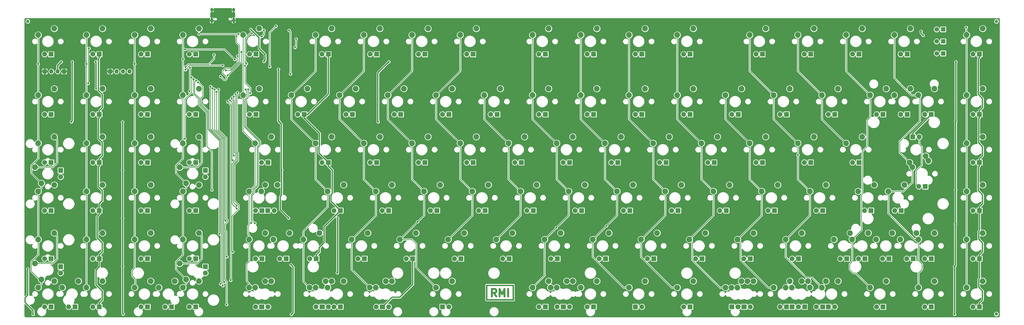
<source format=gbr>
G04 #@! TF.GenerationSoftware,KiCad,Pcbnew,(5.1.4)-1*
G04 #@! TF.CreationDate,2020-03-13T18:53:56+08:00*
G04 #@! TF.ProjectId,Wete,57657465-2e6b-4696-9361-645f70636258,rev?*
G04 #@! TF.SameCoordinates,Original*
G04 #@! TF.FileFunction,Copper,L1,Top*
G04 #@! TF.FilePolarity,Positive*
%FSLAX46Y46*%
G04 Gerber Fmt 4.6, Leading zero omitted, Abs format (unit mm)*
G04 Created by KiCad (PCBNEW (5.1.4)-1) date 2020-03-13 18:53:56*
%MOMM*%
%LPD*%
G04 APERTURE LIST*
%ADD10C,0.750000*%
%ADD11C,0.100000*%
%ADD12O,1.000000X2.100000*%
%ADD13O,1.000000X1.600000*%
%ADD14R,1.700000X1.700000*%
%ADD15O,1.700000X1.700000*%
%ADD16C,1.300000*%
%ADD17R,1.905000X1.905000*%
%ADD18C,1.905000*%
%ADD19C,2.250000*%
%ADD20C,1.800000*%
%ADD21R,1.800000X1.800000*%
%ADD22C,0.800000*%
%ADD23C,0.250000*%
%ADD24C,0.500000*%
%ADD25C,0.254000*%
G04 APERTURE END LIST*
D10*
X177093750Y-100972767D02*
X176093750Y-99544196D01*
X175379464Y-100972767D02*
X175379464Y-97972767D01*
X176522321Y-97972767D01*
X176808035Y-98115625D01*
X176950892Y-98258482D01*
X177093750Y-98544196D01*
X177093750Y-98972767D01*
X176950892Y-99258482D01*
X176808035Y-99401339D01*
X176522321Y-99544196D01*
X175379464Y-99544196D01*
X178379464Y-100972767D02*
X178379464Y-97972767D01*
X179379464Y-100115625D01*
X180379464Y-97972767D01*
X180379464Y-100972767D01*
X181808035Y-100972767D02*
X181808035Y-97972767D01*
D11*
G36*
X184093750Y-102615625D02*
G01*
X173093750Y-102615625D01*
X173093750Y-102115625D01*
X184093750Y-102115625D01*
X184093750Y-102615625D01*
G37*
X184093750Y-102615625D02*
X173093750Y-102615625D01*
X173093750Y-102115625D01*
X184093750Y-102115625D01*
X184093750Y-102615625D01*
G36*
X184093750Y-96865625D02*
G01*
X173093750Y-96865625D01*
X173093750Y-96365625D01*
X184093750Y-96365625D01*
X184093750Y-96865625D01*
G37*
X184093750Y-96865625D02*
X173093750Y-96865625D01*
X173093750Y-96365625D01*
X184093750Y-96365625D01*
X184093750Y-96865625D01*
G36*
X184093750Y-102115625D02*
G01*
X183593750Y-102115625D01*
X183593750Y-96865625D01*
X184093750Y-96865625D01*
X184093750Y-102115625D01*
G37*
X184093750Y-102115625D02*
X183593750Y-102115625D01*
X183593750Y-96865625D01*
X184093750Y-96865625D01*
X184093750Y-102115625D01*
G36*
X173593750Y-102115625D02*
G01*
X173093750Y-102115625D01*
X173093750Y-96865625D01*
X173593750Y-96865625D01*
X173593750Y-102115625D01*
G37*
X173593750Y-102115625D02*
X173093750Y-102115625D01*
X173093750Y-96865625D01*
X173593750Y-96865625D01*
X173593750Y-102115625D01*
D12*
X64736250Y8301250D03*
X73376250Y8301250D03*
D13*
X64736250Y12481250D03*
X73376250Y12481250D03*
D14*
X6429375Y-11906250D03*
D15*
X3889375Y-11906250D03*
X1349375Y-11906250D03*
D14*
X-1190625Y-11906250D03*
D16*
X374650000Y7937500D03*
X374650000Y-107950000D03*
X-7937500Y7937500D03*
D17*
X232092500Y-105092500D03*
D18*
X234632500Y-105092500D03*
D19*
X229552500Y-97472500D03*
X235902500Y-94932500D03*
D17*
X215582500Y-105092500D03*
D18*
X213042500Y-105092500D03*
D19*
X210502500Y-97472500D03*
X216852500Y-94932500D03*
D17*
X306070000Y-105092500D03*
D18*
X303530000Y-105092500D03*
D19*
X300990000Y-97472500D03*
X307340000Y-94932500D03*
D17*
X294005000Y-105092500D03*
D18*
X296545000Y-105092500D03*
D19*
X291465000Y-97472500D03*
X297815000Y-94932500D03*
D17*
X253682500Y-105092500D03*
D18*
X251142500Y-105092500D03*
D19*
X248602500Y-97472500D03*
X254952500Y-94932500D03*
X197802500Y-94932500D03*
X191452500Y-97472500D03*
D18*
X193992500Y-105092500D03*
D17*
X196532500Y-105092500D03*
X155892500Y-105092500D03*
D18*
X158432500Y-105092500D03*
D19*
X153352500Y-97472500D03*
X159702500Y-94932500D03*
D17*
X341788750Y-86042500D03*
D18*
X339248750Y-86042500D03*
D19*
X336708750Y-78422500D03*
X343058750Y-75882500D03*
D17*
X315595000Y-86042500D03*
D18*
X313055000Y-86042500D03*
D19*
X310515000Y-78422500D03*
X316865000Y-75882500D03*
D17*
X270192500Y-105092500D03*
D18*
X272732500Y-105092500D03*
D19*
X267652500Y-97472500D03*
X274002500Y-94932500D03*
D17*
X308292500Y-105092500D03*
D18*
X310832500Y-105092500D03*
D19*
X305752500Y-97472500D03*
X312102500Y-94932500D03*
D17*
X291782500Y-105092500D03*
D18*
X289242500Y-105092500D03*
D19*
X286702500Y-97472500D03*
X293052500Y-94932500D03*
D17*
X332263750Y-86042500D03*
D18*
X329723750Y-86042500D03*
D19*
X327183750Y-78422500D03*
X333533750Y-75882500D03*
D17*
X203517500Y-105092500D03*
D18*
X206057500Y-105092500D03*
D19*
X200977500Y-97472500D03*
X207327500Y-94932500D03*
D17*
X325120000Y-66992500D03*
D18*
X322580000Y-66992500D03*
D19*
X320040000Y-59372500D03*
X326390000Y-56832500D03*
D17*
X367982500Y-105092500D03*
D18*
X365442500Y-105092500D03*
D19*
X362902500Y-97472500D03*
X369252500Y-94932500D03*
D17*
X348932500Y-105092500D03*
D18*
X346392500Y-105092500D03*
D19*
X343852500Y-97472500D03*
X350202500Y-94932500D03*
D17*
X329882500Y-105092500D03*
D18*
X327342500Y-105092500D03*
D19*
X324802500Y-97472500D03*
X331152500Y-94932500D03*
D17*
X298926250Y-105092500D03*
D18*
X296386250Y-105092500D03*
D19*
X293846250Y-97472500D03*
X300196250Y-94932500D03*
D17*
X275113750Y-105092500D03*
D18*
X272573750Y-105092500D03*
D19*
X270033750Y-97472500D03*
X276383750Y-94932500D03*
D17*
X203676250Y-105092500D03*
D18*
X201136250Y-105092500D03*
D19*
X198596250Y-97472500D03*
X204946250Y-94932500D03*
D17*
X132238750Y-105092500D03*
D18*
X129698750Y-105092500D03*
D19*
X127158750Y-97472500D03*
X133508750Y-94932500D03*
D17*
X108426250Y-105092500D03*
D18*
X105886250Y-105092500D03*
D19*
X103346250Y-97472500D03*
X109696250Y-94932500D03*
D17*
X84613750Y-105092500D03*
D18*
X82073750Y-105092500D03*
D19*
X79533750Y-97472500D03*
X85883750Y-94932500D03*
D17*
X58420000Y-105092500D03*
D18*
X55880000Y-105092500D03*
D19*
X53340000Y-97472500D03*
X59690000Y-94932500D03*
D17*
X39370000Y-105092500D03*
D18*
X36830000Y-105092500D03*
D19*
X34290000Y-97472500D03*
X40640000Y-94932500D03*
D17*
X20320000Y-105092500D03*
D18*
X17780000Y-105092500D03*
D19*
X15240000Y-97472500D03*
X21590000Y-94932500D03*
D17*
X1270000Y-105092500D03*
D18*
X-1270000Y-105092500D03*
D19*
X-3810000Y-97472500D03*
X2540000Y-94932500D03*
D17*
X274955000Y-105092500D03*
D18*
X277495000Y-105092500D03*
D19*
X272415000Y-97472500D03*
X278765000Y-94932500D03*
D17*
X215582500Y-105092500D03*
D18*
X213042500Y-105092500D03*
D19*
X210502500Y-97472500D03*
X216852500Y-94932500D03*
D17*
X132080000Y-105092500D03*
D18*
X134620000Y-105092500D03*
D19*
X129540000Y-97472500D03*
X135890000Y-94932500D03*
D17*
X108267500Y-105092500D03*
D18*
X110807500Y-105092500D03*
D19*
X105727500Y-97472500D03*
X112077500Y-94932500D03*
D17*
X84455000Y-105092500D03*
D18*
X86995000Y-105092500D03*
D19*
X81915000Y-97472500D03*
X88265000Y-94932500D03*
D17*
X48895000Y-105092500D03*
D18*
X46355000Y-105092500D03*
D19*
X43815000Y-97472500D03*
X50165000Y-94932500D03*
D17*
X10795000Y-105092500D03*
D18*
X8255000Y-105092500D03*
D19*
X5715000Y-97472500D03*
X12065000Y-94932500D03*
D17*
X196532500Y-105092500D03*
D18*
X193992500Y-105092500D03*
D19*
X191452500Y-97472500D03*
X197802500Y-94932500D03*
D17*
X115570000Y-105092500D03*
D18*
X113030000Y-105092500D03*
D19*
X110490000Y-97472500D03*
X116840000Y-94932500D03*
D17*
X367982500Y-86042500D03*
D18*
X365442500Y-86042500D03*
D19*
X362902500Y-78422500D03*
X369252500Y-75882500D03*
D17*
X348932500Y-86042500D03*
D18*
X346392500Y-86042500D03*
D19*
X343852500Y-78422500D03*
X350202500Y-75882500D03*
D17*
X322738750Y-86042500D03*
D18*
X320198750Y-86042500D03*
D19*
X317658750Y-78422500D03*
X324008750Y-75882500D03*
D17*
X296545000Y-86042500D03*
D18*
X294005000Y-86042500D03*
D19*
X291465000Y-78422500D03*
X297815000Y-75882500D03*
D17*
X277495000Y-86042500D03*
D18*
X274955000Y-86042500D03*
D19*
X272415000Y-78422500D03*
X278765000Y-75882500D03*
D17*
X258445000Y-86042500D03*
D18*
X255905000Y-86042500D03*
D19*
X253365000Y-78422500D03*
X259715000Y-75882500D03*
D17*
X239395000Y-86042500D03*
D18*
X236855000Y-86042500D03*
D19*
X234315000Y-78422500D03*
X240665000Y-75882500D03*
D17*
X220345000Y-86042500D03*
D18*
X217805000Y-86042500D03*
D19*
X215265000Y-78422500D03*
X221615000Y-75882500D03*
D17*
X201295000Y-86042500D03*
D18*
X198755000Y-86042500D03*
D19*
X196215000Y-78422500D03*
X202565000Y-75882500D03*
D17*
X182245000Y-86042500D03*
D18*
X179705000Y-86042500D03*
D19*
X177165000Y-78422500D03*
X183515000Y-75882500D03*
D17*
X163195000Y-86042500D03*
D18*
X160655000Y-86042500D03*
D19*
X158115000Y-78422500D03*
X164465000Y-75882500D03*
D17*
X144145000Y-86042500D03*
D18*
X141605000Y-86042500D03*
D19*
X139065000Y-78422500D03*
X145415000Y-75882500D03*
D17*
X125095000Y-86042500D03*
D18*
X122555000Y-86042500D03*
D19*
X120015000Y-78422500D03*
X126365000Y-75882500D03*
D17*
X106045000Y-86042500D03*
D18*
X103505000Y-86042500D03*
D19*
X100965000Y-78422500D03*
X107315000Y-75882500D03*
D17*
X94138750Y-86042500D03*
D18*
X91598750Y-86042500D03*
D19*
X89058750Y-78422500D03*
X95408750Y-75882500D03*
D17*
X58420000Y-86042500D03*
D18*
X55880000Y-86042500D03*
D19*
X53340000Y-78422500D03*
X59690000Y-75882500D03*
D17*
X39370000Y-86042500D03*
D18*
X36830000Y-86042500D03*
D19*
X34290000Y-78422500D03*
X40640000Y-75882500D03*
D17*
X20320000Y-86042500D03*
D18*
X17780000Y-86042500D03*
D19*
X15240000Y-78422500D03*
X21590000Y-75882500D03*
D17*
X1270000Y-86042500D03*
D18*
X-1270000Y-86042500D03*
D19*
X-3810000Y-78422500D03*
X2540000Y-75882500D03*
D17*
X84613750Y-86042500D03*
D18*
X82073750Y-86042500D03*
D19*
X79533750Y-78422500D03*
X85883750Y-75882500D03*
D17*
X62230000Y-89217500D03*
D18*
X62230000Y-91757500D03*
D19*
X54610000Y-94297500D03*
X52070000Y-87947500D03*
D17*
X5080000Y-89217500D03*
D18*
X5080000Y-91757500D03*
D19*
X-2540000Y-94297500D03*
X-5080000Y-87947500D03*
D17*
X367982500Y-66992500D03*
D18*
X365442500Y-66992500D03*
D19*
X362902500Y-59372500D03*
X369252500Y-56832500D03*
D17*
X337026250Y-66992500D03*
D18*
X334486250Y-66992500D03*
D19*
X331946250Y-59372500D03*
X338296250Y-56832500D03*
D17*
X306070000Y-66992500D03*
D18*
X303530000Y-66992500D03*
D19*
X300990000Y-59372500D03*
X307340000Y-56832500D03*
D17*
X287020000Y-66992500D03*
D18*
X284480000Y-66992500D03*
D19*
X281940000Y-59372500D03*
X288290000Y-56832500D03*
D17*
X267970000Y-66992500D03*
D18*
X265430000Y-66992500D03*
D19*
X262890000Y-59372500D03*
X269240000Y-56832500D03*
D17*
X248920000Y-66992500D03*
D18*
X246380000Y-66992500D03*
D19*
X243840000Y-59372500D03*
X250190000Y-56832500D03*
D17*
X229870000Y-66992500D03*
D18*
X227330000Y-66992500D03*
D19*
X224790000Y-59372500D03*
X231140000Y-56832500D03*
D17*
X210820000Y-66992500D03*
D18*
X208280000Y-66992500D03*
D19*
X205740000Y-59372500D03*
X212090000Y-56832500D03*
D17*
X191770000Y-66992500D03*
D18*
X189230000Y-66992500D03*
D19*
X186690000Y-59372500D03*
X193040000Y-56832500D03*
D17*
X172720000Y-66992500D03*
D18*
X170180000Y-66992500D03*
D19*
X167640000Y-59372500D03*
X173990000Y-56832500D03*
D17*
X153670000Y-66992500D03*
D18*
X151130000Y-66992500D03*
D19*
X148590000Y-59372500D03*
X154940000Y-56832500D03*
D17*
X134620000Y-66992500D03*
D18*
X132080000Y-66992500D03*
D19*
X129540000Y-59372500D03*
X135890000Y-56832500D03*
D17*
X115570000Y-66992500D03*
D18*
X113030000Y-66992500D03*
D19*
X110490000Y-59372500D03*
X116840000Y-56832500D03*
D17*
X86836250Y-66992500D03*
D18*
X89376250Y-66992500D03*
D19*
X84296250Y-59372500D03*
X90646250Y-56832500D03*
D17*
X58420000Y-66992500D03*
D18*
X55880000Y-66992500D03*
D19*
X53340000Y-59372500D03*
X59690000Y-56832500D03*
D17*
X39370000Y-66992500D03*
D18*
X36830000Y-66992500D03*
D19*
X34290000Y-59372500D03*
X40640000Y-56832500D03*
D17*
X20320000Y-66992500D03*
D18*
X17780000Y-66992500D03*
D19*
X15240000Y-59372500D03*
X21590000Y-56832500D03*
D17*
X1270000Y-66992500D03*
D18*
X-1270000Y-66992500D03*
D19*
X-3810000Y-59372500D03*
X2540000Y-56832500D03*
D17*
X84613750Y-66992500D03*
D18*
X82073750Y-66992500D03*
D19*
X79533750Y-59372500D03*
X85883750Y-56832500D03*
D17*
X367982500Y-47942500D03*
D18*
X365442500Y-47942500D03*
D19*
X362902500Y-40322500D03*
X369252500Y-37782500D03*
D17*
X341630000Y-37782500D03*
D18*
X344170000Y-37782500D03*
D19*
X346710000Y-45402500D03*
X340360000Y-47942500D03*
D17*
X320357500Y-47942500D03*
D18*
X317817500Y-47942500D03*
D19*
X315277500Y-40322500D03*
X321627500Y-37782500D03*
D17*
X301307500Y-47942500D03*
D18*
X298767500Y-47942500D03*
D19*
X296227500Y-40322500D03*
X302577500Y-37782500D03*
D17*
X282257500Y-47942500D03*
D18*
X279717500Y-47942500D03*
D19*
X277177500Y-40322500D03*
X283527500Y-37782500D03*
D17*
X263207500Y-47942500D03*
D18*
X260667500Y-47942500D03*
D19*
X258127500Y-40322500D03*
X264477500Y-37782500D03*
D17*
X244157500Y-47942500D03*
D18*
X241617500Y-47942500D03*
D19*
X239077500Y-40322500D03*
X245427500Y-37782500D03*
D17*
X225107500Y-47942500D03*
D18*
X222567500Y-47942500D03*
D19*
X220027500Y-40322500D03*
X226377500Y-37782500D03*
D17*
X206057500Y-47942500D03*
D18*
X203517500Y-47942500D03*
D19*
X200977500Y-40322500D03*
X207327500Y-37782500D03*
D17*
X187007500Y-47942500D03*
D18*
X184467500Y-47942500D03*
D19*
X181927500Y-40322500D03*
X188277500Y-37782500D03*
D17*
X167957500Y-47942500D03*
D18*
X165417500Y-47942500D03*
D19*
X162877500Y-40322500D03*
X169227500Y-37782500D03*
D17*
X148907500Y-47942500D03*
D18*
X146367500Y-47942500D03*
D19*
X143827500Y-40322500D03*
X150177500Y-37782500D03*
D17*
X129857500Y-47942500D03*
D18*
X127317500Y-47942500D03*
D19*
X124777500Y-40322500D03*
X131127500Y-37782500D03*
D17*
X110807500Y-47942500D03*
D18*
X108267500Y-47942500D03*
D19*
X105727500Y-40322500D03*
X112077500Y-37782500D03*
D17*
X86995000Y-47942500D03*
D18*
X84455000Y-47942500D03*
D19*
X81915000Y-40322500D03*
X88265000Y-37782500D03*
D17*
X58420000Y-47942500D03*
D18*
X55880000Y-47942500D03*
D19*
X53340000Y-40322500D03*
X59690000Y-37782500D03*
D17*
X39370000Y-47942500D03*
D18*
X36830000Y-47942500D03*
D19*
X34290000Y-40322500D03*
X40640000Y-37782500D03*
D17*
X20320000Y-47942500D03*
D18*
X17780000Y-47942500D03*
D19*
X15240000Y-40322500D03*
X21590000Y-37782500D03*
D17*
X1270000Y-47942500D03*
D18*
X-1270000Y-47942500D03*
D19*
X-3810000Y-40322500D03*
X2540000Y-37782500D03*
D17*
X346551250Y-57467500D03*
D18*
X344011250Y-57467500D03*
D19*
X341471250Y-49847500D03*
X347821250Y-47307500D03*
D17*
X62230000Y-51117500D03*
D18*
X62230000Y-53657500D03*
D19*
X54610000Y-56197500D03*
X52070000Y-49847500D03*
D17*
X5080000Y-51117500D03*
D18*
X5080000Y-53657500D03*
D19*
X-2540000Y-56197500D03*
X-5080000Y-49847500D03*
D17*
X367982500Y-28892500D03*
D18*
X365442500Y-28892500D03*
D19*
X362902500Y-21272500D03*
X369252500Y-18732500D03*
D17*
X348932500Y-28892500D03*
D18*
X346392500Y-28892500D03*
D19*
X343852500Y-21272500D03*
X350202500Y-18732500D03*
D17*
X329882500Y-28892500D03*
D18*
X327342500Y-28892500D03*
D19*
X324802500Y-21272500D03*
X331152500Y-18732500D03*
D17*
X310832500Y-28892500D03*
D18*
X308292500Y-28892500D03*
D19*
X305752500Y-21272500D03*
X312102500Y-18732500D03*
D17*
X291782500Y-28892500D03*
D18*
X289242500Y-28892500D03*
D19*
X286702500Y-21272500D03*
X293052500Y-18732500D03*
D17*
X272732500Y-28892500D03*
D18*
X270192500Y-28892500D03*
D19*
X267652500Y-21272500D03*
X274002500Y-18732500D03*
D17*
X253682500Y-28892500D03*
D18*
X251142500Y-28892500D03*
D19*
X248602500Y-21272500D03*
X254952500Y-18732500D03*
D17*
X234632500Y-28892500D03*
D18*
X232092500Y-28892500D03*
D19*
X229552500Y-21272500D03*
X235902500Y-18732500D03*
D17*
X215582500Y-28892500D03*
D18*
X213042500Y-28892500D03*
D19*
X210502500Y-21272500D03*
X216852500Y-18732500D03*
D17*
X196532500Y-28892500D03*
D18*
X193992500Y-28892500D03*
D19*
X191452500Y-21272500D03*
X197802500Y-18732500D03*
D17*
X177482500Y-28892500D03*
D18*
X174942500Y-28892500D03*
D19*
X172402500Y-21272500D03*
X178752500Y-18732500D03*
D17*
X158432500Y-28892500D03*
D18*
X155892500Y-28892500D03*
D19*
X153352500Y-21272500D03*
X159702500Y-18732500D03*
D17*
X139382500Y-28892500D03*
D18*
X136842500Y-28892500D03*
D19*
X134302500Y-21272500D03*
X140652500Y-18732500D03*
D17*
X120332500Y-28892500D03*
D18*
X117792500Y-28892500D03*
D19*
X115252500Y-21272500D03*
X121602500Y-18732500D03*
D17*
X101282500Y-28892500D03*
D18*
X98742500Y-28892500D03*
D19*
X96202500Y-21272500D03*
X102552500Y-18732500D03*
D17*
X82232500Y-28892500D03*
D18*
X79692500Y-28892500D03*
D19*
X77152500Y-21272500D03*
X83502500Y-18732500D03*
D17*
X58420000Y-28892500D03*
D18*
X55880000Y-28892500D03*
D19*
X53340000Y-21272500D03*
X59690000Y-18732500D03*
D17*
X39370000Y-28892500D03*
D18*
X36830000Y-28892500D03*
D19*
X34290000Y-21272500D03*
X40640000Y-18732500D03*
D17*
X20320000Y-28892500D03*
D18*
X17780000Y-28892500D03*
D19*
X15240000Y-21272500D03*
X21590000Y-18732500D03*
D17*
X1270000Y-28892500D03*
D18*
X-1270000Y-28892500D03*
D19*
X-3810000Y-21272500D03*
X2540000Y-18732500D03*
D17*
X339407500Y-28892500D03*
D18*
X336867500Y-28892500D03*
D19*
X334327500Y-21272500D03*
X340677500Y-18732500D03*
D17*
X367982500Y-5080000D03*
D18*
X365442500Y-5080000D03*
D19*
X362902500Y2540000D03*
X369252500Y5080000D03*
D17*
X339407500Y-5080000D03*
D18*
X336867500Y-5080000D03*
D19*
X334327500Y2540000D03*
X340677500Y5080000D03*
D17*
X320357500Y-5080000D03*
D18*
X317817500Y-5080000D03*
D19*
X315277500Y2540000D03*
X321627500Y5080000D03*
D17*
X301307500Y-5080000D03*
D18*
X298767500Y-5080000D03*
D19*
X296227500Y2540000D03*
X302577500Y5080000D03*
D17*
X282257500Y-5080000D03*
D18*
X279717500Y-5080000D03*
D19*
X277177500Y2540000D03*
X283527500Y5080000D03*
D17*
X253682500Y-5080000D03*
D18*
X251142500Y-5080000D03*
D19*
X248602500Y2540000D03*
X254952500Y5080000D03*
D17*
X234632500Y-5080000D03*
D18*
X232092500Y-5080000D03*
D19*
X229552500Y2540000D03*
X235902500Y5080000D03*
X216852500Y5080000D03*
X210502500Y2540000D03*
D18*
X213042500Y-5080000D03*
D17*
X215582500Y-5080000D03*
X196532500Y-5080000D03*
D18*
X193992500Y-5080000D03*
D19*
X191452500Y2540000D03*
X197802500Y5080000D03*
D17*
X167957500Y-5080000D03*
D18*
X165417500Y-5080000D03*
D19*
X162877500Y2540000D03*
X169227500Y5080000D03*
D17*
X148907500Y-5080000D03*
D18*
X146367500Y-5080000D03*
D19*
X143827500Y2540000D03*
X150177500Y5080000D03*
D17*
X129857500Y-5080000D03*
D18*
X127317500Y-5080000D03*
D19*
X124777500Y2540000D03*
X131127500Y5080000D03*
D17*
X110807500Y-5080000D03*
D18*
X108267500Y-5080000D03*
D19*
X105727500Y2540000D03*
X112077500Y5080000D03*
D17*
X82232500Y-5080000D03*
D18*
X79692500Y-5080000D03*
D19*
X77152500Y2540000D03*
X83502500Y5080000D03*
D17*
X58420000Y-5080000D03*
D18*
X55880000Y-5080000D03*
D19*
X53340000Y2540000D03*
X59690000Y5080000D03*
D17*
X39370000Y-5080000D03*
D18*
X36830000Y-5080000D03*
D19*
X34290000Y2540000D03*
X40640000Y5080000D03*
D17*
X20320000Y-5080000D03*
D18*
X17780000Y-5080000D03*
D19*
X15240000Y2540000D03*
X21590000Y5080000D03*
D17*
X1270000Y-5080000D03*
D18*
X-1270000Y-5080000D03*
D19*
X-3810000Y2540000D03*
X2540000Y5080000D03*
D20*
X351075625Y-4762500D03*
D21*
X353615625Y-4762500D03*
D20*
X351075625Y0D03*
D21*
X353615625Y0D03*
D20*
X351075625Y4762500D03*
D21*
X353615625Y4762500D03*
D15*
X32226250Y-11906250D03*
X29686250Y-11906250D03*
X27146250Y-11906250D03*
D14*
X24606250Y-11906250D03*
D22*
X107156250Y5556250D03*
X290512500Y-1190625D03*
X169068750Y-105568750D03*
X239712500Y-106759375D03*
X69981250Y-4742502D03*
X75406250Y5159375D03*
X289321875Y-95250000D03*
X295671875Y-95646875D03*
X302815625Y-96440625D03*
X304800000Y-94853125D03*
X169862500Y-100806250D03*
X101996875Y1190625D03*
X347265625Y-74215625D03*
X324246875Y-58737500D03*
X335359375Y-56753125D03*
X313531250Y-73421875D03*
X326231250Y-94059375D03*
X349646875Y2381250D03*
X356790625Y-4365625D03*
X328612500Y-793750D03*
X309562500Y-1190625D03*
X271462500Y5953125D03*
X271462500Y-396875D03*
X119062500Y5556250D03*
X119062500Y-1587500D03*
X138112500Y-1190625D03*
X138112500Y5556250D03*
X157162500Y5556250D03*
X157162500Y-793750D03*
X185737500Y5556250D03*
X185737500Y-1190625D03*
X204787500Y-1190625D03*
X204787500Y5556250D03*
X223837500Y-1587500D03*
X223837500Y5556250D03*
X242887500Y-1190625D03*
X242887500Y5556250D03*
X290512500Y5556250D03*
X309562500Y5556250D03*
X328612500Y5556250D03*
X344884375Y5159375D03*
X265906250Y-91678125D03*
X96440625Y-87312500D03*
X97234375Y-84931250D03*
X209550000Y-84931250D03*
X336550000Y-75803125D03*
X318690625Y3175000D03*
X300037500Y3175000D03*
X280987500Y3175000D03*
X252412500Y3175000D03*
X233362500Y3175000D03*
X214312500Y3175000D03*
X195262500Y3175000D03*
X167084375Y3175000D03*
X148034375Y3175000D03*
X128587500Y3175000D03*
X109537500Y3175000D03*
X100012500Y-20637500D03*
X119062500Y-20637500D03*
X137715625Y-20637500D03*
X169068750Y-20637500D03*
X157162500Y-20637500D03*
X150812500Y-20637500D03*
X132159375Y-20637500D03*
X112712500Y-20637500D03*
X93662500Y-20637500D03*
X154384375Y-82550000D03*
X101996875Y-88106250D03*
X129381250Y-84931250D03*
X75406250Y-94059375D03*
X122237500Y-98821875D03*
X100012500Y-97631250D03*
X110331250Y-84931250D03*
X247650000Y-87312500D03*
X250825000Y-71437500D03*
X107950000Y-73421875D03*
X109537500Y-52387500D03*
X328612500Y3175000D03*
X309562500Y3175000D03*
X290512500Y3175000D03*
X261937500Y3175000D03*
X242887500Y3175000D03*
X223837500Y3175000D03*
X204787500Y3175000D03*
X176212500Y3175000D03*
X157162500Y3175000D03*
X138112500Y3175000D03*
X119062500Y3175000D03*
X257175000Y-65881250D03*
X238125000Y-65881250D03*
X219075000Y-65881250D03*
X200025000Y-65881250D03*
X180975000Y-65881250D03*
X161925000Y-65881250D03*
X142875000Y-65881250D03*
X123825000Y-65881250D03*
X1984375Y-107156250D03*
X76993750Y-103981250D03*
X99218750Y-94456250D03*
X105965625Y-94853125D03*
X115887500Y-97234375D03*
X152400000Y-74612500D03*
X171450000Y-75009375D03*
X190500000Y-84931250D03*
X171450000Y-84931250D03*
X111521875Y-88900000D03*
X157162500Y-84931250D03*
X134540625Y-107156250D03*
X147637500Y-106362500D03*
X61912500Y-87312500D03*
X70246875Y-106759375D03*
X98028125Y-105568750D03*
X78581250Y-46831250D03*
X100012500Y-46831250D03*
X119062500Y-46831250D03*
X138112500Y-46831250D03*
X157162500Y-46831250D03*
X176212500Y-46831250D03*
X195262500Y-46831250D03*
X214312500Y-46831250D03*
X233362500Y-46831250D03*
X252412500Y-46831250D03*
X271462500Y-46831250D03*
X289321875Y-46831250D03*
X287337500Y-100012500D03*
X272256250Y-63896875D03*
X329803125Y-65484375D03*
X347662500Y-64293750D03*
X244871875Y-100012500D03*
X98821875Y-100806250D03*
X123825000Y-62309375D03*
X97631250Y-73818750D03*
X111918750Y-81359375D03*
X119062500Y-74215625D03*
X12303125Y-63896875D03*
X76200000Y-12700000D03*
X76200000Y-9921875D03*
X69056250Y-21828125D03*
X54371875Y-15875000D03*
X58340625Y-33734375D03*
X69858537Y-14504559D03*
X62309375Y-11509375D03*
X65881250Y-11906250D03*
X113506250Y-17859375D03*
X90884375Y-2381250D03*
X101600000Y-3571875D03*
X328612500Y-69453125D03*
X330993750Y-32146875D03*
X-3571875Y-52387500D03*
X12303125Y-54768750D03*
X26193750Y-105965625D03*
X-3571875Y-102790625D03*
X27781250Y-92075000D03*
X27384375Y-99615625D03*
X333375000Y-52387500D03*
X66675000Y-793750D03*
X73025000Y793750D03*
X95853125Y-12906250D03*
X95250000Y4365625D03*
X96187500Y-108093750D03*
X96059362Y-88487513D03*
X345678125Y2387500D03*
X344884375Y3968750D03*
X85328125Y-7937500D03*
X80168750Y4715001D03*
X130428125Y-31893750D03*
X134684375Y-8081250D03*
X358125000Y-108093750D03*
X358125000Y-89043750D03*
X358450000Y-72303125D03*
X358510626Y-58870001D03*
X114316724Y-91661401D03*
X114443750Y-69993750D03*
X95106250Y-69993750D03*
X92328125Y-50943750D03*
X29765625Y-107950000D03*
X-5809375Y-108093750D03*
X-7937500Y-90090625D03*
X29512500Y-89043750D03*
X29512500Y-69993750D03*
X29512500Y-50943750D03*
X29512500Y-31893750D03*
X358521875Y-31893750D03*
X358631250Y-8081250D03*
X91425000Y-31893750D03*
X91077461Y-11043750D03*
X9271875Y-31893750D03*
X9668750Y-8081250D03*
X5303125Y-8081250D03*
X19050000Y-18653125D03*
X18906250Y-8081250D03*
X76427500Y-4196250D03*
X97631250Y-2381250D03*
X98028125Y981260D03*
X71040625Y-13493750D03*
X70246875Y-11509375D03*
X74546256Y2178115D03*
X74977499Y-5809385D03*
X68240899Y-13912226D03*
X54371875Y-11181250D03*
X69056250Y-9525000D03*
X65624050Y-5299050D03*
X54359224Y-10168596D03*
X75369613Y2903115D03*
X59720883Y2903115D03*
X15240000Y-8969375D03*
X34290000Y-8969375D03*
X53340000Y-6985000D03*
X-3810000Y-8969375D03*
X55980626Y-19822499D03*
X56109528Y-10468903D03*
X54078624Y-38600499D03*
X56834528Y-14287500D03*
X64753125Y-58800000D03*
X57559528Y-15070318D03*
X67835026Y-76230599D03*
X58559432Y-15462510D03*
X68241249Y-96022499D03*
X59371951Y-16187510D03*
X64302426Y-17878998D03*
X69130990Y-96747499D03*
X69781250Y-95297499D03*
X65027426Y-18575922D03*
X70643750Y-104173499D03*
X65901701Y-19061355D03*
X70248940Y-71040625D03*
X66626701Y-19962487D03*
X146050000Y-71437500D03*
X70681270Y-85328125D03*
X67400000Y-19050000D03*
X77877500Y-9615000D03*
X79907592Y-20547499D03*
X200818750Y-73818750D03*
X81756250Y-72018760D03*
X79182592Y-19037765D03*
X220662500Y-73025000D03*
X80258750Y-71962606D03*
X78184375Y-19097499D03*
X73031290Y-83339989D03*
X74923350Y-20330343D03*
X78410717Y-8769019D03*
X80536147Y3145522D03*
X72231250Y-94572499D03*
X71040625Y-23881250D03*
X73031290Y-47092500D03*
X71893903Y-23359790D03*
X73481300Y-45243750D03*
X296227500Y-45005625D03*
X72618903Y-22450321D03*
X74612500Y-66142500D03*
X73412204Y-21841489D03*
X74612500Y-65117195D03*
X74137204Y-20948387D03*
X85328125Y4365625D03*
X84534375Y1937490D03*
X362743750Y5556250D03*
X90090625Y6000001D03*
X87631771Y-9999479D03*
X73818750Y-7143750D03*
X54065000Y-3175000D03*
X15965000Y-16668750D03*
X16268751Y-2775001D03*
D23*
X73376250Y8301250D02*
X73376250Y7751250D01*
X75406250Y5721250D02*
X75406250Y5159375D01*
X73376250Y7751250D02*
X75406250Y5721250D01*
X76200000Y-9921875D02*
X76200000Y-12700000D01*
X69858537Y-14504559D02*
X67260228Y-11906250D01*
X67260228Y-11906250D02*
X65881250Y-11906250D01*
X62706250Y-11906250D02*
X62309375Y-11509375D01*
X65881250Y-11906250D02*
X62706250Y-11906250D01*
X95250000Y4365625D02*
X95853125Y3762500D01*
X95853125Y3762500D02*
X95853125Y-12906250D01*
D24*
X96059362Y-88487513D02*
X96892501Y-89320652D01*
X96892501Y-89320652D02*
X96892501Y-107388749D01*
X96892501Y-107388749D02*
X96187500Y-108093750D01*
X344884375Y3181250D02*
X345678125Y2387500D01*
X344884375Y3968750D02*
X344884375Y3181250D01*
X80168750Y4715001D02*
X83406401Y1477350D01*
X83406401Y1477350D02*
X83406401Y-2773399D01*
X83406401Y-2773399D02*
X85781251Y-5148249D01*
X85781251Y-5148249D02*
X85781251Y-7484374D01*
X85781251Y-7484374D02*
X85328125Y-7937500D01*
X134684375Y-8081250D02*
X130318750Y-12446875D01*
X130318750Y-12446875D02*
X130318750Y-31784375D01*
X130318750Y-31784375D02*
X130428125Y-31893750D01*
X358125000Y-89043750D02*
X358125000Y-108093750D01*
X358450000Y-72303125D02*
X358450000Y-88718750D01*
X358450000Y-88718750D02*
X358125000Y-89043750D01*
X358510626Y-58870001D02*
X358510626Y-72242499D01*
X358510626Y-72242499D02*
X358450000Y-72303125D01*
X358521875Y-31893750D02*
X358521875Y-58858752D01*
X358521875Y-58858752D02*
X358510626Y-58870001D01*
X114443750Y-69993750D02*
X114443750Y-91534375D01*
X114443750Y-91534375D02*
X114316724Y-91661401D01*
X91861249Y-66748749D02*
X95106250Y-69993750D01*
X91861249Y-61276499D02*
X91861249Y-66748749D01*
X92328125Y-60809623D02*
X91861249Y-61276499D01*
X92328125Y-50943750D02*
X92328125Y-60809623D01*
X91425000Y-31893750D02*
X92218750Y-32687500D01*
X92218750Y-32687500D02*
X92218750Y-50834375D01*
X92218750Y-50834375D02*
X92328125Y-50943750D01*
X29512500Y-89043750D02*
X29512500Y-107696875D01*
X29512500Y-107696875D02*
X29765625Y-107950000D01*
X-8342573Y-103989448D02*
X-7953897Y-104378125D01*
X-5809375Y-108093750D02*
X-5809375Y-106522646D01*
X-5809375Y-106522646D02*
X-8342573Y-103989448D01*
X-8959001Y-103373021D02*
X-8342573Y-103989448D01*
X-7937500Y-100456478D02*
X-8959001Y-101477979D01*
X-8959001Y-101477979D02*
X-8959001Y-103373021D01*
X-7937500Y-90090625D02*
X-7937500Y-100456478D01*
X29512500Y-69993750D02*
X29512500Y-89043750D01*
X29512500Y-50943750D02*
X29512500Y-69993750D01*
X29512500Y-31893750D02*
X29512500Y-50943750D01*
X358631250Y-8081250D02*
X358631250Y-31784375D01*
X358631250Y-31784375D02*
X358521875Y-31893750D01*
X91077461Y-11043750D02*
X91077461Y-31546211D01*
X91077461Y-31546211D02*
X91425000Y-31893750D01*
X9668750Y-8081250D02*
X9668750Y-31496875D01*
X9668750Y-31496875D02*
X9271875Y-31893750D01*
X3889375Y-9495000D02*
X5303125Y-8081250D01*
X3889375Y-11906250D02*
X3889375Y-9495000D01*
X19050000Y-8225000D02*
X18906250Y-8081250D01*
X19050000Y-18653125D02*
X19050000Y-8225000D01*
D23*
X76427500Y-8106875D02*
X76427500Y-4196250D01*
X98028125Y-1984375D02*
X97631250Y-2381250D01*
X98028125Y981260D02*
X98028125Y-1984375D01*
X71040625Y-13493750D02*
X76427500Y-8106875D01*
X-5080000Y-49847500D02*
X1855002Y-49847500D01*
X1855002Y-49847500D02*
X3664999Y-48037503D01*
X3664999Y-48037503D02*
X3664999Y-38907499D01*
X3664999Y-38907499D02*
X2540000Y-37782500D01*
X52070000Y-49847500D02*
X59005002Y-49847500D01*
X59005002Y-49847500D02*
X60814999Y-48037503D01*
X60814999Y-48037503D02*
X60814999Y-38907499D01*
X60814999Y-38907499D02*
X59690000Y-37782500D01*
X346710000Y-45402500D02*
X346710000Y-46993490D01*
X346710000Y-46993490D02*
X347024010Y-47307500D01*
X347024010Y-47307500D02*
X347821250Y-47307500D01*
X-5080000Y-87947500D02*
X1855002Y-87947500D01*
X1855002Y-87947500D02*
X3664999Y-86137503D01*
X3664999Y-86137503D02*
X3664999Y-77007499D01*
X3664999Y-77007499D02*
X2540000Y-75882500D01*
X52070000Y-87947500D02*
X59005002Y-87947500D01*
X59005002Y-87947500D02*
X60814999Y-86137503D01*
X60814999Y-86137503D02*
X60814999Y-77007499D01*
X60814999Y-77007499D02*
X59690000Y-75882500D01*
X344170000Y-37782500D02*
X344170000Y-40700526D01*
X344170000Y-40700526D02*
X345218901Y-41749427D01*
X345218901Y-41749427D02*
X345218901Y-49017875D01*
X345218901Y-49017875D02*
X342962349Y-51274427D01*
X342962349Y-51274427D02*
X342962349Y-56418599D01*
X342962349Y-56418599D02*
X344011250Y-57467500D01*
D24*
X367982500Y-86042500D02*
X367982500Y-93871498D01*
X367982500Y-93871498D02*
X367677499Y-94176499D01*
X367677499Y-97360525D02*
X369156401Y-98839427D01*
X367677499Y-94176499D02*
X367677499Y-97360525D01*
X369156401Y-98839427D02*
X369156401Y-102466099D01*
X369156401Y-102466099D02*
X367982500Y-103640000D01*
X367982500Y-103640000D02*
X367982500Y-105092500D01*
X367982500Y-66992500D02*
X367982500Y-74821498D01*
X367982500Y-74821498D02*
X367677499Y-75126499D01*
X367677499Y-75126499D02*
X367677499Y-78310525D01*
X367677499Y-78310525D02*
X369156401Y-79789427D01*
X369156401Y-79789427D02*
X369156401Y-83416099D01*
X369156401Y-83416099D02*
X367982500Y-84590000D01*
X367982500Y-84590000D02*
X367982500Y-86042500D01*
X367982500Y-47942500D02*
X367982500Y-49395000D01*
X369156401Y-64366099D02*
X367982500Y-65540000D01*
X367982500Y-49395000D02*
X367506250Y-49871250D01*
X367506250Y-49871250D02*
X367506250Y-59089276D01*
X367506250Y-59089276D02*
X369156401Y-60739427D01*
X369156401Y-60739427D02*
X369156401Y-64366099D01*
X367982500Y-65540000D02*
X367982500Y-66992500D01*
X367982500Y-5080000D02*
X367982500Y-6532500D01*
X367982500Y-6532500D02*
X367506250Y-7008750D01*
X367506250Y-7008750D02*
X367506250Y-20989276D01*
X367506250Y-20989276D02*
X369156401Y-22639427D01*
X369156401Y-22639427D02*
X369156401Y-26266099D01*
X369156401Y-26266099D02*
X367982500Y-27440000D01*
X367982500Y-27440000D02*
X367982500Y-28892500D01*
X132238750Y-105092500D02*
X135993749Y-101337501D01*
X135993749Y-101337501D02*
X139066001Y-101337501D01*
X139066001Y-101337501D02*
X144145000Y-96258502D01*
X144145000Y-96258502D02*
X144145000Y-86042500D01*
X115570000Y-66992500D02*
X109140625Y-73421875D01*
X109140625Y-73421875D02*
X109140625Y-79715873D01*
X109140625Y-79715873D02*
X107218901Y-81637597D01*
X107218901Y-81637597D02*
X107218901Y-83416099D01*
X107218901Y-83416099D02*
X106045000Y-84590000D01*
X106045000Y-84590000D02*
X106045000Y-86042500D01*
X110807500Y-47942500D02*
X110807500Y-49395000D01*
X110807500Y-49395000D02*
X112315625Y-50903125D01*
X112315625Y-50903125D02*
X112315625Y-60279901D01*
X112315625Y-60279901D02*
X111856099Y-60739427D01*
X111856099Y-60739427D02*
X111856099Y-63278599D01*
X111856099Y-63278599D02*
X115570000Y-66992500D01*
X101282500Y-28892500D02*
X101282500Y-30345000D01*
X101282500Y-30345000D02*
X107302501Y-36365001D01*
X107302501Y-36365001D02*
X107302501Y-41480525D01*
X107302501Y-41480525D02*
X107093599Y-41689427D01*
X107093599Y-41689427D02*
X107093599Y-44228599D01*
X107093599Y-44228599D02*
X110807500Y-47942500D01*
X110807500Y-5080000D02*
X110807500Y-20820000D01*
X110807500Y-20820000D02*
X102735000Y-28892500D01*
X102735000Y-28892500D02*
X101282500Y-28892500D01*
X20320000Y-28892500D02*
X20320000Y-27440000D01*
X20014999Y-6837501D02*
X20320000Y-6532500D01*
X20320000Y-27440000D02*
X21493901Y-26266099D01*
X21493901Y-26266099D02*
X21493901Y-20967403D01*
X21493901Y-20967403D02*
X20014999Y-19488501D01*
X20014999Y-19488501D02*
X20014999Y-6837501D01*
X20320000Y-6532500D02*
X20320000Y-5080000D01*
X20320000Y-47942500D02*
X20320000Y-46490000D01*
X20320000Y-46490000D02*
X21493901Y-45316099D01*
X21493901Y-45316099D02*
X21493901Y-40017403D01*
X21493901Y-40017403D02*
X20014999Y-38538501D01*
X20320000Y-30345000D02*
X20320000Y-28892500D01*
X20014999Y-38538501D02*
X20014999Y-30650001D01*
X20014999Y-30650001D02*
X20320000Y-30345000D01*
X20320000Y-66992500D02*
X20320000Y-64259474D01*
X20014999Y-49700001D02*
X20320000Y-49395000D01*
X20320000Y-64259474D02*
X21493901Y-63085573D01*
X21493901Y-63085573D02*
X21493901Y-59067403D01*
X21493901Y-59067403D02*
X20014999Y-57588501D01*
X20014999Y-57588501D02*
X20014999Y-49700001D01*
X20320000Y-49395000D02*
X20320000Y-47942500D01*
X20320000Y-86042500D02*
X20320000Y-89283526D01*
X20320000Y-89283526D02*
X19019099Y-90584427D01*
X19019099Y-90584427D02*
X19019099Y-96364625D01*
X21493901Y-98839427D02*
X21493901Y-102466099D01*
X19019099Y-96364625D02*
X21493901Y-98839427D01*
X21493901Y-102466099D02*
X20320000Y-103640000D01*
X20320000Y-103640000D02*
X20320000Y-105092500D01*
X20320000Y-66992500D02*
X20320000Y-68445000D01*
X20320000Y-68445000D02*
X19446875Y-69318125D01*
X19446875Y-69318125D02*
X19446875Y-77742401D01*
X19446875Y-77742401D02*
X21493901Y-79789427D01*
X21493901Y-79789427D02*
X21493901Y-83416099D01*
X21493901Y-83416099D02*
X20320000Y-84590000D01*
X20320000Y-84590000D02*
X20320000Y-86042500D01*
X367982500Y-28892500D02*
X367982500Y-30345000D01*
X367982500Y-30345000D02*
X367677499Y-30650001D01*
X367677499Y-30650001D02*
X367677499Y-40210525D01*
X367677499Y-40210525D02*
X369156401Y-41689427D01*
X369156401Y-41689427D02*
X369156401Y-45316099D01*
X369156401Y-45316099D02*
X367982500Y-46490000D01*
X367982500Y-46490000D02*
X367982500Y-47942500D01*
X341630000Y-37782500D02*
X341630000Y-36330000D01*
X341630000Y-36330000D02*
X348932500Y-29027500D01*
X348932500Y-29027500D02*
X348932500Y-28892500D01*
D23*
X70246875Y-11509375D02*
X72388590Y-11509375D01*
X72388590Y-11509375D02*
X75702499Y-8195466D01*
X75702499Y-8195466D02*
X75702499Y-1596001D01*
X75702499Y-1596001D02*
X74546256Y-439758D01*
X74546256Y-439758D02*
X74546256Y2178115D01*
X69091615Y-12664635D02*
X70583538Y-14156558D01*
X72202190Y-11059365D02*
X71858450Y-10715625D01*
X71858450Y-10715625D02*
X69967623Y-10715625D01*
X69967623Y-10715625D02*
X69091615Y-11591633D01*
X69091615Y-11591633D02*
X69091615Y-12664635D01*
X74977499Y-8284056D02*
X72202190Y-11059365D01*
X74977499Y-5809385D02*
X74977499Y-8284056D01*
X70206538Y-15229560D02*
X69558233Y-15229560D01*
X70583538Y-14852560D02*
X70206538Y-15229560D01*
X70583538Y-14156558D02*
X70583538Y-14852560D01*
X69558233Y-15229560D02*
X68240899Y-13912226D01*
X56028125Y-9525000D02*
X54371875Y-11181250D01*
X69056250Y-9525000D02*
X56028125Y-9525000D01*
X65624050Y-6916556D02*
X64646866Y-7893740D01*
X65624050Y-5299050D02*
X65624050Y-6916556D01*
X64646866Y-7893740D02*
X64646866Y-7893741D01*
X63465616Y-9074990D02*
X55452830Y-9074990D01*
X55452830Y-9074990D02*
X54359224Y-10168596D01*
X64646866Y-7893741D02*
X63465616Y-9074990D01*
X59720883Y2903115D02*
X75369613Y2903115D01*
X15240000Y-8969375D02*
X15240000Y-21272500D01*
X15240000Y-78422500D02*
X15240000Y-97472500D01*
X15240000Y-59372500D02*
X15240000Y-78422500D01*
X15240000Y-40322500D02*
X15240000Y-59372500D01*
X15240000Y-21272500D02*
X15240000Y-40322500D01*
X15240000Y2540000D02*
X15240000Y-8969375D01*
X34290000Y-8969375D02*
X34290000Y-21272500D01*
X34290000Y-89722526D02*
X33368099Y-90644427D01*
X34290000Y-78422500D02*
X34290000Y-89722526D01*
X33368099Y-90644427D02*
X33368099Y-92870573D01*
X33368099Y-92870573D02*
X34528125Y-94030599D01*
X34528125Y-94030599D02*
X34528125Y-97234375D01*
X34528125Y-97234375D02*
X34290000Y-97472500D01*
X34290000Y-59372500D02*
X34290000Y-78422500D01*
X34290000Y-40322500D02*
X34290000Y-59372500D01*
X34290000Y-21272500D02*
X34290000Y-40322500D01*
X34290000Y2540000D02*
X34290000Y-8969375D01*
X53340000Y-6985000D02*
X53340000Y-21272500D01*
X53340000Y2540000D02*
X53340000Y-6985000D01*
X54610000Y-94297500D02*
X54610000Y-96202500D01*
X54610000Y-96202500D02*
X53340000Y-97472500D01*
X53340000Y-78422500D02*
X53340000Y-84531498D01*
X53340000Y-84531498D02*
X50619999Y-87251499D01*
X50619999Y-87251499D02*
X50619999Y-90307499D01*
X50619999Y-90307499D02*
X54610000Y-94297500D01*
X53340000Y-59372500D02*
X53340000Y-78422500D01*
X54610000Y-56197500D02*
X54610000Y-58102500D01*
X54610000Y-58102500D02*
X53340000Y-59372500D01*
X53340000Y-40322500D02*
X53340000Y-46431498D01*
X53340000Y-46431498D02*
X50619999Y-49151499D01*
X50619999Y-49151499D02*
X50619999Y-52207499D01*
X50619999Y-52207499D02*
X54610000Y-56197500D01*
X53340000Y-21272500D02*
X53340000Y-40322500D01*
X-3810000Y-8969375D02*
X-3810000Y-21272500D01*
X-2540000Y-94297500D02*
X-2540000Y-96202500D01*
X-2540000Y-96202500D02*
X-3810000Y-97472500D01*
X-3810000Y-84531498D02*
X-6530001Y-87251499D01*
X-3810000Y-78422500D02*
X-3810000Y-84531498D01*
X-6530001Y-87251499D02*
X-6530001Y-91072473D01*
X-6530001Y-91072473D02*
X-3304974Y-94297500D01*
X-3304974Y-94297500D02*
X-2540000Y-94297500D01*
X-3810000Y-59372500D02*
X-3810000Y-78422500D01*
X-2540000Y-56197500D02*
X-2540000Y-58102500D01*
X-2540000Y-58102500D02*
X-3810000Y-59372500D01*
X-3810000Y-40322500D02*
X-3810000Y-46431498D01*
X-3810000Y-46431498D02*
X-6530001Y-49151499D01*
X-6530001Y-49151499D02*
X-6530001Y-52207499D01*
X-6530001Y-52207499D02*
X-2540000Y-56197500D01*
X-3810000Y-21272500D02*
X-3810000Y-40322500D01*
X-3810000Y2540000D02*
X-3810000Y-8969375D01*
X56109528Y-10468903D02*
X56109528Y-19693597D01*
X56109528Y-19693597D02*
X55980626Y-19822499D01*
X54078624Y-38600499D02*
X54078624Y-22797503D01*
X54078624Y-22797503D02*
X56834528Y-20041599D01*
X56834528Y-20041599D02*
X56834528Y-14287500D01*
X57559528Y-15070318D02*
X57559528Y-20790054D01*
X57559528Y-20790054D02*
X59468901Y-22699427D01*
X59468901Y-22699427D02*
X59468901Y-24925573D01*
X59468901Y-24925573D02*
X62806001Y-28262673D01*
X62806001Y-28262673D02*
X62806001Y-41662499D01*
X62806001Y-41662499D02*
X64753125Y-43609623D01*
X64753125Y-43609623D02*
X64753125Y-58800000D01*
X67723901Y-76119474D02*
X67835026Y-76230599D01*
X67723901Y-39336427D02*
X67723901Y-76119474D01*
X58009538Y-20603654D02*
X59928125Y-22522241D01*
X58559432Y-15462510D02*
X58009538Y-16012404D01*
X63256011Y-34868537D02*
X67723901Y-39336427D01*
X59928125Y-22522241D02*
X59928125Y-24748387D01*
X59928125Y-24748387D02*
X63256011Y-28076273D01*
X63256011Y-28076273D02*
X63256011Y-34868537D01*
X58009538Y-16012404D02*
X58009538Y-20603654D01*
X63706021Y-27889873D02*
X63706021Y-34682137D01*
X68173911Y-39150027D02*
X68173911Y-75505598D01*
X60378135Y-24561987D02*
X63706021Y-27889873D01*
X60378135Y-22568740D02*
X60378135Y-24561987D01*
X61140001Y-21806874D02*
X60378135Y-22568740D01*
X61140001Y-17955560D02*
X61140001Y-21806874D01*
X59371951Y-16187510D02*
X61140001Y-17955560D01*
X68560027Y-95703721D02*
X68241249Y-96022499D01*
X63706021Y-34682137D02*
X68173911Y-39150027D01*
X68173911Y-75505598D02*
X68183027Y-75505598D01*
X68183027Y-75505598D02*
X68560027Y-75882598D01*
X68560027Y-75882598D02*
X68560027Y-95703721D01*
X69056250Y-75742411D02*
X69056250Y-96672759D01*
X68623920Y-75310081D02*
X69056250Y-75742411D01*
X64302426Y-17878998D02*
X64302426Y-34642132D01*
X69056250Y-96672759D02*
X69130990Y-96747499D01*
X64302426Y-34642132D02*
X68623920Y-38963626D01*
X68623920Y-38963626D02*
X68623920Y-75310081D01*
X81915000Y-40322500D02*
X81915000Y-56991250D01*
X81915000Y-56991250D02*
X79533750Y-59372500D01*
X77152500Y2540000D02*
X77152500Y-21272500D01*
X77152500Y-35560000D02*
X81915000Y-40322500D01*
X77152500Y-21272500D02*
X77152500Y-35560000D01*
X79533750Y-78422500D02*
X79533750Y-87182526D01*
X79533750Y-95881510D02*
X79533750Y-97472500D01*
X79081749Y-73089979D02*
X79081749Y-76379509D01*
X79081749Y-76379509D02*
X79533750Y-76831510D01*
X78611849Y-94959609D02*
X79533750Y-95881510D01*
X79533750Y-59372500D02*
X79533750Y-72637978D01*
X78611849Y-88104427D02*
X78611849Y-94959609D01*
X79533750Y-87182526D02*
X78611849Y-88104427D01*
X79533750Y-72637978D02*
X79081749Y-73089979D01*
X79533750Y-76831510D02*
X79533750Y-78422500D01*
X65027426Y-18575922D02*
X65027426Y-34730722D01*
X65027426Y-34730722D02*
X69073930Y-38777226D01*
X69506260Y-75556011D02*
X69506260Y-95022509D01*
X69073930Y-38777226D02*
X69073930Y-75123681D01*
X69073930Y-75123681D02*
X69506260Y-75556011D01*
X69506260Y-95022509D02*
X69781250Y-95297499D01*
X105727500Y-40322500D02*
X105727500Y-54610000D01*
X105727500Y2540000D02*
X105727500Y-11747500D01*
X96202500Y-21272500D02*
X96202500Y-30797500D01*
X100965000Y-75082728D02*
X100965000Y-78422500D01*
X110490000Y-65557728D02*
X100965000Y-75082728D01*
X110490000Y-59372500D02*
X110490000Y-65557728D01*
X105727500Y-54610000D02*
X110490000Y-59372500D01*
X100965000Y-95091250D02*
X103346250Y-97472500D01*
X100965000Y-78422500D02*
X100965000Y-95091250D01*
X96202500Y-30797500D02*
X105727500Y-40322500D01*
X105727500Y-11747500D02*
X96202500Y-21272500D01*
X65901701Y-19061355D02*
X65901701Y-34968587D01*
X65901701Y-34968587D02*
X69523940Y-38590826D01*
X69523940Y-38590826D02*
X69523940Y-74937281D01*
X69956270Y-94399517D02*
X70643750Y-95086997D01*
X69523940Y-74937281D02*
X69956270Y-75369611D01*
X69956270Y-75369611D02*
X69956270Y-94399517D01*
X70643750Y-95086997D02*
X70643750Y-104173499D01*
X124777500Y-40322500D02*
X124777500Y-54610000D01*
X124777500Y2540000D02*
X124777500Y-11747500D01*
X115252500Y-21272500D02*
X115252500Y-30797500D01*
X115252500Y-30797500D02*
X124777500Y-40322500D01*
X124777500Y-11747500D02*
X115252500Y-21272500D01*
X129540000Y-59372500D02*
X129540000Y-68897500D01*
X120015000Y-78422500D02*
X120015000Y-90328750D01*
X124777500Y-54610000D02*
X129540000Y-59372500D01*
X129540000Y-68897500D02*
X120015000Y-78422500D01*
X120015000Y-90328750D02*
X127158750Y-97472500D01*
X152227501Y-96347501D02*
X152227501Y-96268126D01*
X153352500Y-97472500D02*
X152227501Y-96347501D01*
X152227501Y-96268126D02*
X145422501Y-89463126D01*
X145422501Y-89463126D02*
X145422501Y-80078027D01*
X145422501Y-80078027D02*
X143766974Y-78422500D01*
X143766974Y-78422500D02*
X139065000Y-78422500D01*
X66626701Y-35057177D02*
X69973950Y-38404426D01*
X66626701Y-19962487D02*
X66626701Y-35057177D01*
X69973950Y-38404426D02*
X69973950Y-70765635D01*
X69973950Y-70765635D02*
X70248940Y-71040625D01*
X143827500Y-11747500D02*
X134302500Y-21272500D01*
X134302500Y-30797500D02*
X143827500Y-40322500D01*
X134302500Y-21272500D02*
X134302500Y-30797500D01*
X143827500Y-54610000D02*
X148590000Y-59372500D01*
X143827500Y-40322500D02*
X143827500Y-54610000D01*
X148590000Y-59372500D02*
X148590000Y-68897500D01*
X143827500Y2540000D02*
X143827500Y-11747500D01*
X148590000Y-68897500D02*
X146050000Y-71437500D01*
X146050000Y-71437500D02*
X139065000Y-78422500D01*
X70973941Y-71388626D02*
X69973950Y-72388617D01*
X70973941Y-70692624D02*
X70973941Y-71388626D01*
X70423960Y-70142644D02*
X70973941Y-70692624D01*
X70423960Y-38218026D02*
X70423960Y-70142644D01*
X69973950Y-72388617D02*
X69973950Y-74750881D01*
X67400000Y-35194066D02*
X70423960Y-38218026D01*
X67400000Y-19050000D02*
X67400000Y-35194066D01*
X69973950Y-74750881D02*
X70406280Y-75183211D01*
X70406280Y-75183211D02*
X70406280Y-85053135D01*
X70406280Y-85053135D02*
X70681270Y-85328125D01*
X162877500Y-11747500D02*
X153352500Y-21272500D01*
X162877500Y2540000D02*
X162877500Y-11747500D01*
X153352500Y-30797500D02*
X162877500Y-40322500D01*
X153352500Y-21272500D02*
X153352500Y-30797500D01*
X162877500Y-40322500D02*
X162877500Y-54610000D01*
X167640000Y-68897500D02*
X158115000Y-78422500D01*
X162877500Y-54610000D02*
X167640000Y-59372500D01*
X167640000Y-59372500D02*
X167640000Y-68897500D01*
X79907592Y-18391967D02*
X79907592Y-20547499D01*
X77877500Y-16361875D02*
X79907592Y-18391967D01*
X77877500Y-9615000D02*
X77877500Y-16361875D01*
X181927500Y-54610000D02*
X186690000Y-59372500D01*
X181927500Y-40322500D02*
X181927500Y-54610000D01*
X186690000Y-68897500D02*
X177165000Y-78422500D01*
X186690000Y-59372500D02*
X186690000Y-68897500D01*
X172402500Y-21272500D02*
X172402500Y-30797500D01*
X172402500Y-30797500D02*
X181927500Y-40322500D01*
X200818750Y-73818750D02*
X196215000Y-78422500D01*
X205740000Y-68897500D02*
X200818750Y-73818750D01*
X80708760Y-70971270D02*
X81756250Y-72018760D01*
X80708760Y-60979901D02*
X80708760Y-70971270D01*
X81433761Y-58745309D02*
X81433761Y-60254900D01*
X83061010Y-57118060D02*
X81433761Y-58745309D01*
X81433761Y-60254900D02*
X80708760Y-60979901D01*
X83061011Y-41958901D02*
X83061010Y-57118060D01*
X78052520Y-33677608D02*
X83815011Y-39440099D01*
X78052520Y-23290506D02*
X78052520Y-33677608D01*
X83815011Y-39440099D02*
X83815010Y-41204902D01*
X83815010Y-41204902D02*
X83061011Y-41958901D01*
X79182592Y-19037765D02*
X79182592Y-22160434D01*
X79182592Y-22160434D02*
X78052520Y-23290506D01*
X196215000Y-78422500D02*
X196215000Y-92710000D01*
X196215000Y-92710000D02*
X191452500Y-97472500D01*
X205740000Y-59372500D02*
X205740000Y-68897500D01*
X200977500Y-40322500D02*
X200977500Y-54610000D01*
X200977500Y-54610000D02*
X205740000Y-59372500D01*
X191452500Y-21272500D02*
X191452500Y-30797500D01*
X191452500Y-30797500D02*
X200977500Y-40322500D01*
X191452500Y2540000D02*
X191452500Y-21272500D01*
X215265000Y-78422500D02*
X215265000Y-85393202D01*
X215265000Y-85393202D02*
X227344298Y-97472500D01*
X227344298Y-97472500D02*
X229552500Y-97472500D01*
X83365001Y-39626499D02*
X83365001Y-41018501D01*
X78184375Y-19097499D02*
X78602501Y-19515625D01*
X77602510Y-33864008D02*
X83365001Y-39626499D01*
X82611001Y-56931659D02*
X80962500Y-58580160D01*
X80962500Y-58655248D02*
X80983751Y-58676499D01*
X77602510Y-22968492D02*
X77602510Y-33864008D01*
X80983751Y-58676499D02*
X80983751Y-60068500D01*
X78602501Y-21968501D02*
X77602510Y-22968492D01*
X78602501Y-19515625D02*
X78602501Y-21968501D01*
X83365001Y-41018501D02*
X82611001Y-41772501D01*
X82611001Y-41772501D02*
X82611001Y-56931659D01*
X80983751Y-60068500D02*
X80258750Y-60793502D01*
X80962500Y-58580160D02*
X80962500Y-58655248D01*
X80258750Y-60793502D02*
X80258750Y-71962606D01*
X220662500Y-73025000D02*
X215265000Y-78422500D01*
X224790000Y-68897500D02*
X220662500Y-73025000D01*
X224790000Y-59372500D02*
X224790000Y-68897500D01*
X220027500Y-40322500D02*
X220027500Y-54610000D01*
X220027500Y-54610000D02*
X224790000Y-59372500D01*
X210502500Y-21272500D02*
X210502500Y-30797500D01*
X210502500Y-30797500D02*
X220027500Y-40322500D01*
X210502500Y2540000D02*
X210502500Y-21272500D01*
X234315000Y-78422500D02*
X234315000Y-85393202D01*
X234315000Y-85393202D02*
X246394298Y-97472500D01*
X246394298Y-97472500D02*
X248602500Y-97472500D01*
X72756300Y-83064999D02*
X73031290Y-83339989D01*
X72756300Y-69071702D02*
X72756300Y-83064999D01*
X75106319Y-47370716D02*
X73656320Y-48820715D01*
X73656320Y-48820715D02*
X73656320Y-63088013D01*
X75106320Y-44230307D02*
X75106319Y-47370716D01*
X74682499Y-21476094D02*
X74682499Y-43806484D01*
X74682499Y-43806484D02*
X75106320Y-44230307D01*
X74923350Y-21235243D02*
X74682499Y-21476094D01*
X74923350Y-20330343D02*
X74923350Y-21235243D01*
X73656320Y-63088013D02*
X75337501Y-64769194D01*
X75337501Y-64769194D02*
X75337501Y-66490501D01*
X75337501Y-66490501D02*
X72756300Y-69071702D01*
X243840000Y-59372500D02*
X243840000Y-68897500D01*
X243840000Y-68897500D02*
X234315000Y-78422500D01*
X239077500Y-40322500D02*
X239077500Y-54610000D01*
X239077500Y-54610000D02*
X243840000Y-59372500D01*
X229552500Y-21272500D02*
X229552500Y-30797500D01*
X229552500Y-30797500D02*
X239077500Y-40322500D01*
X229552500Y2540000D02*
X229552500Y-21272500D01*
X77877500Y1118998D02*
X77877500Y-8235802D01*
X77877500Y-8235802D02*
X78410717Y-8769019D01*
X331946250Y-59372500D02*
X331946250Y-68107240D01*
X331946250Y-68107240D02*
X342261510Y-78422500D01*
X342261510Y-78422500D02*
X343852500Y-78422500D01*
X343852500Y-97472500D02*
X343852500Y-91728724D01*
X343852500Y-91728724D02*
X345250651Y-90330573D01*
X345250651Y-90330573D02*
X345250651Y-88104427D01*
X345250651Y-88104427D02*
X343852500Y-86706276D01*
X343852500Y-86706276D02*
X343852500Y-78422500D01*
X77877500Y1118998D02*
X79904024Y3145522D01*
X79904024Y3145522D02*
X80536147Y3145522D01*
X341471250Y-55803502D02*
X337902252Y-59372500D01*
X341471250Y-49847500D02*
X341471250Y-55803502D01*
X340360000Y-49533490D02*
X340674010Y-49847500D01*
X340360000Y-47942500D02*
X340360000Y-49533490D01*
X343852500Y-21272500D02*
X344417501Y-21837501D01*
X344417501Y-31591727D02*
X336447249Y-39561979D01*
X334327500Y-14528502D02*
X341071498Y-21272500D01*
X344417501Y-21837501D02*
X344417501Y-31591727D01*
X341071498Y-21272500D02*
X343852500Y-21272500D01*
X337902252Y-59372500D02*
X331946250Y-59372500D01*
X334327500Y2540000D02*
X334327500Y-14528502D01*
X336447249Y-44029749D02*
X340360000Y-47942500D01*
X336447249Y-39561979D02*
X336447249Y-44029749D01*
X340674010Y-49847500D02*
X341471250Y-49847500D01*
X319246250Y-91916250D02*
X320635313Y-93305312D01*
X320635313Y-93305312D02*
X322619688Y-95289687D01*
X319047813Y-91717812D02*
X319246250Y-91916250D01*
X316706250Y-88106250D02*
X316706250Y-90299974D01*
X317658750Y-87153750D02*
X316706250Y-88106250D01*
X318124088Y-91717812D02*
X319047813Y-91717812D01*
X316706250Y-90299974D02*
X318124088Y-91717812D01*
X317658750Y-78422500D02*
X317658750Y-87153750D01*
X322619688Y-95289687D02*
X324802500Y-97472500D01*
X72306290Y-25146915D02*
X72306290Y-94497459D01*
X71040625Y-23881250D02*
X72306290Y-25146915D01*
X72306290Y-94497459D02*
X72231250Y-94572499D01*
X315277500Y-11747500D02*
X324802500Y-21272500D01*
X315277500Y2540000D02*
X315277500Y-11747500D01*
X323591499Y-41662499D02*
X321635001Y-43618997D01*
X321635001Y-60695525D02*
X321302499Y-61028027D01*
X323591499Y-31243527D02*
X323591499Y-41662499D01*
X321302499Y-61028027D02*
X321302499Y-74778751D01*
X321635001Y-43618997D02*
X321635001Y-60695525D01*
X321302499Y-74778751D02*
X317658750Y-78422500D01*
X324802500Y-30032526D02*
X323591499Y-31243527D01*
X324802500Y-21272500D02*
X324802500Y-30032526D01*
X73031290Y-47092500D02*
X72889375Y-47092500D01*
X72889375Y-47092500D02*
X72756300Y-46959425D01*
X72756300Y-46959425D02*
X72756300Y-24222187D01*
X72756300Y-24222187D02*
X71893903Y-23359790D01*
X305752500Y-30797500D02*
X315277500Y-40322500D01*
X296227500Y-11747500D02*
X305752500Y-21272500D01*
X305752500Y-21272500D02*
X305752500Y-30797500D01*
X296227500Y2540000D02*
X296227500Y-11747500D01*
X291465000Y-78422500D02*
X291465000Y-85447250D01*
X291465000Y-85447250D02*
X299500249Y-93482499D01*
X299500249Y-93482499D02*
X301762499Y-93482499D01*
X301762499Y-93482499D02*
X305752500Y-97472500D01*
X73481300Y-45243750D02*
X73421875Y-45243750D01*
X73421875Y-45243750D02*
X73206310Y-45028185D01*
X73206310Y-45028185D02*
X73206310Y-23603413D01*
X73206310Y-23603413D02*
X72618903Y-23016006D01*
X72618903Y-23016006D02*
X72618903Y-22450321D01*
X296227500Y-45005625D02*
X296227500Y-54610000D01*
X296227500Y-40322500D02*
X296227500Y-45005625D01*
X300990000Y-59372500D02*
X300990000Y-68897500D01*
X300990000Y-68897500D02*
X291465000Y-78422500D01*
X296227500Y-54610000D02*
X300990000Y-59372500D01*
X286702500Y-21272500D02*
X286702500Y-30797500D01*
X286702500Y-30797500D02*
X296227500Y-40322500D01*
X277177500Y2540000D02*
X277177500Y-11747500D01*
X277177500Y-11747500D02*
X286702500Y-21272500D01*
X272415000Y-78422500D02*
X273677499Y-79684999D01*
X273677499Y-79684999D02*
X273677499Y-86655701D01*
X273677499Y-86655701D02*
X284494298Y-97472500D01*
X284494298Y-97472500D02*
X286702500Y-97472500D01*
X72756300Y-48440492D02*
X72756300Y-64286300D01*
X72756300Y-64286300D02*
X74612500Y-66142500D01*
X74206301Y-44603106D02*
X74206301Y-46990491D01*
X73656320Y-44053125D02*
X74206301Y-44603106D01*
X74206301Y-46990491D02*
X72756300Y-48440492D01*
X73656320Y-23417013D02*
X73656320Y-44053125D01*
X73412204Y-21841489D02*
X73412204Y-23172897D01*
X73412204Y-23172897D02*
X73656320Y-23417013D01*
X281940000Y-59372500D02*
X281940000Y-68897500D01*
X281940000Y-68897500D02*
X272415000Y-78422500D01*
X277177500Y-40322500D02*
X277177500Y-54610000D01*
X277177500Y-54610000D02*
X281940000Y-59372500D01*
X267652500Y-21272500D02*
X267652500Y-30797500D01*
X267652500Y-30797500D02*
X277177500Y-40322500D01*
X253365000Y-78422500D02*
X254489999Y-79547499D01*
X254489999Y-79547499D02*
X254489999Y-86518201D01*
X254489999Y-86518201D02*
X265444298Y-97472500D01*
X265444298Y-97472500D02*
X267652500Y-97472500D01*
X73206310Y-63711005D02*
X74612500Y-65117195D01*
X73206310Y-48634315D02*
X73206310Y-63711005D01*
X74656310Y-47176892D02*
X74656310Y-47184315D01*
X74656310Y-47184315D02*
X73206310Y-48634315D01*
X74137204Y-43897599D02*
X74656311Y-44416706D01*
X74656311Y-44416706D02*
X74656310Y-47176892D01*
X74137204Y-20948387D02*
X74137204Y-43897599D01*
X262890000Y-59372500D02*
X262890000Y-68897500D01*
X262890000Y-68897500D02*
X253365000Y-78422500D01*
X258127500Y-40322500D02*
X258127500Y-54610000D01*
X258127500Y-54610000D02*
X262890000Y-59372500D01*
X248602500Y-21272500D02*
X248602500Y-30797500D01*
X248602500Y-30797500D02*
X258127500Y-40322500D01*
X248602500Y2540000D02*
X248602500Y-21272500D01*
X85328125Y2731240D02*
X85328125Y4365625D01*
X84534375Y1937490D02*
X85328125Y2731240D01*
X362743750Y5556250D02*
X362743750Y2698750D01*
X362743750Y2698750D02*
X362902500Y2540000D01*
X87631771Y3541147D02*
X90090625Y6000001D01*
X87631771Y-9999479D02*
X87631771Y3541147D01*
X362902500Y-78422500D02*
X362902500Y-97472500D01*
X362902500Y-59372500D02*
X362902500Y-78422500D01*
X362902500Y-40322500D02*
X362902500Y-59372500D01*
X362902500Y-21272500D02*
X362902500Y-40322500D01*
X362902500Y2540000D02*
X362902500Y-21272500D01*
X73818750Y-7143750D02*
X69850000Y-3175000D01*
X69850000Y-3175000D02*
X54065000Y-3175000D01*
X15965000Y-3078752D02*
X16268751Y-2775001D01*
X15965000Y-16668750D02*
X15965000Y-3078752D01*
D25*
G36*
X72536955Y13077684D02*
G01*
X72495250Y12908250D01*
X72495250Y12608250D01*
X73249250Y12608250D01*
X73249250Y12628250D01*
X73503250Y12628250D01*
X73503250Y12608250D01*
X73523250Y12608250D01*
X73523250Y12354250D01*
X73503250Y12354250D01*
X73503250Y11405831D01*
X73638066Y11340052D01*
X73760110Y11378169D01*
X73809626Y11408123D01*
X73809626Y9901934D01*
X73811323Y9884707D01*
X73811306Y9882310D01*
X73811859Y9876667D01*
X73819955Y9799636D01*
X73827359Y9763567D01*
X73834251Y9727439D01*
X73835889Y9722011D01*
X73858794Y9648020D01*
X73873060Y9614084D01*
X73886837Y9579984D01*
X73888652Y9576569D01*
X73760110Y9654331D01*
X73638066Y9692448D01*
X73503250Y9626669D01*
X73503250Y8428250D01*
X74257250Y8428250D01*
X74257250Y8978250D01*
X74215545Y9147684D01*
X74163711Y9258449D01*
X74166923Y9256315D01*
X74197283Y9235528D01*
X74202270Y9232831D01*
X74270660Y9196468D01*
X74304700Y9182437D01*
X74338497Y9167952D01*
X74343912Y9166275D01*
X74343916Y9166274D01*
X74343918Y9166273D01*
X74343920Y9166273D01*
X74418062Y9143887D01*
X74454190Y9136733D01*
X74490159Y9129088D01*
X74495797Y9128495D01*
X74572884Y9120937D01*
X74572893Y9120937D01*
X74592559Y9119000D01*
X375423896Y9119000D01*
X375518682Y9109706D01*
X375590770Y9087941D01*
X375657252Y9052592D01*
X375715598Y9005007D01*
X375763595Y8946988D01*
X375799408Y8880753D01*
X375821673Y8808826D01*
X375831501Y8715322D01*
X375831500Y-108723896D01*
X375822206Y-108818685D01*
X375800442Y-108890770D01*
X375765092Y-108957252D01*
X375717507Y-109015598D01*
X375659488Y-109063595D01*
X375593253Y-109099408D01*
X375521326Y-109121673D01*
X375427831Y-109131500D01*
X-8711396Y-109131500D01*
X-8806185Y-109122206D01*
X-8878270Y-109100442D01*
X-8944752Y-109065092D01*
X-9003098Y-109017507D01*
X-9051095Y-108959488D01*
X-9086908Y-108893253D01*
X-9109173Y-108821326D01*
X-9119000Y-108727831D01*
X-9119000Y-104105389D01*
X-8766839Y-104457551D01*
X-8766834Y-104457555D01*
X-8694280Y-104530109D01*
X-8378162Y-104846228D01*
X-8378157Y-104846232D01*
X-6440374Y-106784016D01*
X-6440375Y-107632345D01*
X-6501488Y-107723808D01*
X-6560362Y-107865941D01*
X-6590375Y-108016828D01*
X-6590375Y-108170672D01*
X-6560362Y-108321559D01*
X-6501488Y-108463692D01*
X-6416017Y-108591609D01*
X-6307234Y-108700392D01*
X-6179317Y-108785863D01*
X-6037184Y-108844737D01*
X-5886297Y-108874750D01*
X-5732453Y-108874750D01*
X-5581566Y-108844737D01*
X-5439433Y-108785863D01*
X-5311516Y-108700392D01*
X-5202733Y-108591609D01*
X-5117262Y-108463692D01*
X-5058388Y-108321559D01*
X-5028375Y-108170672D01*
X-5028375Y-108016828D01*
X-5058388Y-107865941D01*
X-5117262Y-107723808D01*
X-5178375Y-107632345D01*
X-5178375Y-106809874D01*
X-4318000Y-106809874D01*
X-4318000Y-107185126D01*
X-4244791Y-107553168D01*
X-4101189Y-107899856D01*
X-3892710Y-108211866D01*
X-3627366Y-108477210D01*
X-3315356Y-108685689D01*
X-2968668Y-108829291D01*
X-2600626Y-108902500D01*
X-2225374Y-108902500D01*
X-1857332Y-108829291D01*
X-1510644Y-108685689D01*
X-1198634Y-108477210D01*
X-933290Y-108211866D01*
X-724811Y-107899856D01*
X-581209Y-107553168D01*
X-508000Y-107185126D01*
X-508000Y-106809874D01*
X-581209Y-106441832D01*
X-648832Y-106278574D01*
X-638351Y-106274232D01*
X-419943Y-106128297D01*
X-234203Y-105942557D01*
X-88268Y-105724149D01*
X-65343Y-105668803D01*
X-65343Y-106045000D01*
X-57987Y-106119689D01*
X-36201Y-106191508D01*
X-822Y-106257696D01*
X46789Y-106315711D01*
X104804Y-106363322D01*
X170992Y-106398701D01*
X242811Y-106420487D01*
X317500Y-106427843D01*
X2222500Y-106427843D01*
X2297189Y-106420487D01*
X2369008Y-106398701D01*
X2435196Y-106363322D01*
X2493211Y-106315711D01*
X2540822Y-106257696D01*
X2576201Y-106191508D01*
X2597987Y-106119689D01*
X2605343Y-106045000D01*
X2605343Y-104140000D01*
X2597987Y-104065311D01*
X2576201Y-103993492D01*
X2540822Y-103927304D01*
X2493211Y-103869289D01*
X2435196Y-103821678D01*
X2369008Y-103786299D01*
X2297189Y-103764513D01*
X2222500Y-103757157D01*
X317500Y-103757157D01*
X242811Y-103764513D01*
X170992Y-103786299D01*
X104804Y-103821678D01*
X46789Y-103869289D01*
X-822Y-103927304D01*
X-36201Y-103993492D01*
X-57987Y-104065311D01*
X-65343Y-104140000D01*
X-65343Y-104516197D01*
X-88268Y-104460851D01*
X-234203Y-104242443D01*
X-419943Y-104056703D01*
X-638351Y-103910768D01*
X-881032Y-103810246D01*
X-1138662Y-103759000D01*
X-1401338Y-103759000D01*
X-1658968Y-103810246D01*
X-1901649Y-103910768D01*
X-2120057Y-104056703D01*
X-2305797Y-104242443D01*
X-2451732Y-104460851D01*
X-2552254Y-104703532D01*
X-2603500Y-104961162D01*
X-2603500Y-105093072D01*
X-2968668Y-105165709D01*
X-3315356Y-105309311D01*
X-3627366Y-105517790D01*
X-3892710Y-105783134D01*
X-4101189Y-106095144D01*
X-4244791Y-106441832D01*
X-4318000Y-106809874D01*
X-5178375Y-106809874D01*
X-5178375Y-106553636D01*
X-5175323Y-106522646D01*
X-5178375Y-106491655D01*
X-5178375Y-106491648D01*
X-5187505Y-106398948D01*
X-5223586Y-106280004D01*
X-5282179Y-106170385D01*
X-5361032Y-106074303D01*
X-5385107Y-106054545D01*
X-7109153Y-104330500D01*
X-6797374Y-104330500D01*
X-6429332Y-104257291D01*
X-6082644Y-104113689D01*
X-5770634Y-103905210D01*
X-5505290Y-103639866D01*
X-5296811Y-103327856D01*
X-5153209Y-102981168D01*
X-5080000Y-102613126D01*
X-5080000Y-102237874D01*
X-5153209Y-101869832D01*
X-5296811Y-101523144D01*
X-5505290Y-101211134D01*
X-5531427Y-101184997D01*
X-5446362Y-101220232D01*
X-5203705Y-101268500D01*
X-4956295Y-101268500D01*
X-4713638Y-101220232D01*
X-4485061Y-101125553D01*
X-4279347Y-100988099D01*
X-4104401Y-100813153D01*
X-3966947Y-100607439D01*
X-3872268Y-100378862D01*
X-3824000Y-100136205D01*
X-3824000Y-99888795D01*
X-3845920Y-99778593D01*
X-2374900Y-99778593D01*
X-2374900Y-100246407D01*
X-2283634Y-100705233D01*
X-2104609Y-101137437D01*
X-1844705Y-101526410D01*
X-1513910Y-101857205D01*
X-1124937Y-102117109D01*
X-692733Y-102296134D01*
X-233907Y-102387400D01*
X233907Y-102387400D01*
X692733Y-102296134D01*
X945116Y-102191593D01*
X5880100Y-102191593D01*
X5880100Y-102659407D01*
X5971366Y-103118233D01*
X6150391Y-103550437D01*
X6410295Y-103939410D01*
X6741090Y-104270205D01*
X7063111Y-104485373D01*
X6972746Y-104703532D01*
X6921500Y-104961162D01*
X6921500Y-105223838D01*
X6972746Y-105481468D01*
X7073268Y-105724149D01*
X7219203Y-105942557D01*
X7404943Y-106128297D01*
X7623351Y-106274232D01*
X7866032Y-106374754D01*
X8123662Y-106426000D01*
X8386338Y-106426000D01*
X8643968Y-106374754D01*
X8886649Y-106274232D01*
X9105057Y-106128297D01*
X9290797Y-105942557D01*
X9436732Y-105724149D01*
X9459657Y-105668803D01*
X9459657Y-106045000D01*
X9467013Y-106119689D01*
X9488799Y-106191508D01*
X9524178Y-106257696D01*
X9571789Y-106315711D01*
X9629804Y-106363322D01*
X9695992Y-106398701D01*
X9767811Y-106420487D01*
X9842500Y-106427843D01*
X11747500Y-106427843D01*
X11822189Y-106420487D01*
X11894008Y-106398701D01*
X11960196Y-106363322D01*
X12018211Y-106315711D01*
X12065822Y-106257696D01*
X12101201Y-106191508D01*
X12122987Y-106119689D01*
X12130343Y-106045000D01*
X12130343Y-104140000D01*
X12122987Y-104065311D01*
X12101201Y-103993492D01*
X12065822Y-103927304D01*
X12018211Y-103869289D01*
X11960196Y-103821678D01*
X11894008Y-103786299D01*
X11822189Y-103764513D01*
X11747500Y-103757157D01*
X10221483Y-103757157D01*
X10359609Y-103550437D01*
X10538634Y-103118233D01*
X10629900Y-102659407D01*
X10629900Y-102191593D01*
X10617737Y-102130447D01*
X10649937Y-102117109D01*
X11038910Y-101857205D01*
X11369705Y-101526410D01*
X11629609Y-101137437D01*
X11808634Y-100705233D01*
X11899900Y-100246407D01*
X11899900Y-99778593D01*
X11808634Y-99319767D01*
X11629609Y-98887563D01*
X11369705Y-98498590D01*
X11038910Y-98167795D01*
X10649937Y-97907891D01*
X10217733Y-97728866D01*
X9758907Y-97637600D01*
X9291093Y-97637600D01*
X8832267Y-97728866D01*
X8400063Y-97907891D01*
X8011090Y-98167795D01*
X7680295Y-98498590D01*
X7420391Y-98887563D01*
X7241366Y-99319767D01*
X7150100Y-99778593D01*
X7150100Y-100246407D01*
X7162263Y-100307553D01*
X7130063Y-100320891D01*
X6741090Y-100580795D01*
X6410295Y-100911590D01*
X6150391Y-101300563D01*
X5971366Y-101732767D01*
X5880100Y-102191593D01*
X945116Y-102191593D01*
X1124937Y-102117109D01*
X1513910Y-101857205D01*
X1844705Y-101526410D01*
X2104609Y-101137437D01*
X2283634Y-100705233D01*
X2374900Y-100246407D01*
X2374900Y-99888795D01*
X3189000Y-99888795D01*
X3189000Y-100136205D01*
X3237268Y-100378862D01*
X3331947Y-100607439D01*
X3469401Y-100813153D01*
X3644347Y-100988099D01*
X3850061Y-101125553D01*
X4078638Y-101220232D01*
X4321295Y-101268500D01*
X4568705Y-101268500D01*
X4762500Y-101229951D01*
X4956295Y-101268500D01*
X5203705Y-101268500D01*
X5446362Y-101220232D01*
X5674939Y-101125553D01*
X5880653Y-100988099D01*
X6055599Y-100813153D01*
X6193053Y-100607439D01*
X6287732Y-100378862D01*
X6336000Y-100136205D01*
X6336000Y-99888795D01*
X6287732Y-99646138D01*
X6193053Y-99417561D01*
X6055599Y-99211847D01*
X5880653Y-99036901D01*
X5793250Y-98978500D01*
X5863328Y-98978500D01*
X6154284Y-98920625D01*
X6428359Y-98807100D01*
X6675019Y-98642287D01*
X6884787Y-98432519D01*
X7049600Y-98185859D01*
X7163125Y-97911784D01*
X7221000Y-97620828D01*
X7221000Y-97324172D01*
X7163125Y-97033216D01*
X7049600Y-96759141D01*
X6884787Y-96512481D01*
X6675019Y-96302713D01*
X6428359Y-96137900D01*
X6154284Y-96024375D01*
X5863328Y-95966500D01*
X5566672Y-95966500D01*
X5275716Y-96024375D01*
X5001641Y-96137900D01*
X4754981Y-96302713D01*
X4545213Y-96512481D01*
X4380400Y-96759141D01*
X4266875Y-97033216D01*
X4209000Y-97324172D01*
X4209000Y-97620828D01*
X4266875Y-97911784D01*
X4380400Y-98185859D01*
X4545213Y-98432519D01*
X4754981Y-98642287D01*
X4932883Y-98761157D01*
X4762500Y-98795049D01*
X4568705Y-98756500D01*
X4321295Y-98756500D01*
X4078638Y-98804768D01*
X3850061Y-98899447D01*
X3644347Y-99036901D01*
X3469401Y-99211847D01*
X3331947Y-99417561D01*
X3237268Y-99646138D01*
X3189000Y-99888795D01*
X2374900Y-99888795D01*
X2374900Y-99778593D01*
X2283634Y-99319767D01*
X2104609Y-98887563D01*
X1844705Y-98498590D01*
X1513910Y-98167795D01*
X1124937Y-97907891D01*
X692733Y-97728866D01*
X233907Y-97637600D01*
X-233907Y-97637600D01*
X-692733Y-97728866D01*
X-1124937Y-97907891D01*
X-1513910Y-98167795D01*
X-1844705Y-98498590D01*
X-2104609Y-98887563D01*
X-2283634Y-99319767D01*
X-2374900Y-99778593D01*
X-3845920Y-99778593D01*
X-3872268Y-99646138D01*
X-3966947Y-99417561D01*
X-4104401Y-99211847D01*
X-4279347Y-99036901D01*
X-4485061Y-98899447D01*
X-4713638Y-98804768D01*
X-4956295Y-98756500D01*
X-5203705Y-98756500D01*
X-5446362Y-98804768D01*
X-5674939Y-98899447D01*
X-5880653Y-99036901D01*
X-6055599Y-99211847D01*
X-6193053Y-99417561D01*
X-6287732Y-99646138D01*
X-6336000Y-99888795D01*
X-6336000Y-100136205D01*
X-6287732Y-100378862D01*
X-6193053Y-100607439D01*
X-6115318Y-100723777D01*
X-6429332Y-100593709D01*
X-6797374Y-100520500D01*
X-7172626Y-100520500D01*
X-7312493Y-100548322D01*
X-7303447Y-100456478D01*
X-7306500Y-100425480D01*
X-7306500Y-90552030D01*
X-7245387Y-90460567D01*
X-7186513Y-90318434D01*
X-7156500Y-90167547D01*
X-7156500Y-90013703D01*
X-7186513Y-89862816D01*
X-7245387Y-89720683D01*
X-7330858Y-89592766D01*
X-7439641Y-89483983D01*
X-7567558Y-89398512D01*
X-7709691Y-89339638D01*
X-7860578Y-89309625D01*
X-8014422Y-89309625D01*
X-8165309Y-89339638D01*
X-8307442Y-89398512D01*
X-8435359Y-89483983D01*
X-8544142Y-89592766D01*
X-8629613Y-89720683D01*
X-8688487Y-89862816D01*
X-8718500Y-90013703D01*
X-8718500Y-90167547D01*
X-8688487Y-90318434D01*
X-8629613Y-90460567D01*
X-8568500Y-90552030D01*
X-8568499Y-100195108D01*
X-9119000Y-100745610D01*
X-9119000Y-40261874D01*
X-8890000Y-40261874D01*
X-8890000Y-40637126D01*
X-8816791Y-41005168D01*
X-8673189Y-41351856D01*
X-8464710Y-41663866D01*
X-8199366Y-41929210D01*
X-7887356Y-42137689D01*
X-7540668Y-42281291D01*
X-7172626Y-42354500D01*
X-6797374Y-42354500D01*
X-6429332Y-42281291D01*
X-6115318Y-42151223D01*
X-6193053Y-42267561D01*
X-6287732Y-42496138D01*
X-6336000Y-42738795D01*
X-6336000Y-42986205D01*
X-6287732Y-43228862D01*
X-6193053Y-43457439D01*
X-6055599Y-43663153D01*
X-5880653Y-43838099D01*
X-5674939Y-43975553D01*
X-5446362Y-44070232D01*
X-5203705Y-44118500D01*
X-4956295Y-44118500D01*
X-4713638Y-44070232D01*
X-4485061Y-43975553D01*
X-4315999Y-43862589D01*
X-4315999Y-46221905D01*
X-6870216Y-48776123D01*
X-6889528Y-48791972D01*
X-6952760Y-48869020D01*
X-6999746Y-48956925D01*
X-7028679Y-49052307D01*
X-7036001Y-49126646D01*
X-7036001Y-49126653D01*
X-7038448Y-49151499D01*
X-7036001Y-49176345D01*
X-7036000Y-52182643D01*
X-7038448Y-52207499D01*
X-7028679Y-52306691D01*
X-6999746Y-52402073D01*
X-6999745Y-52402074D01*
X-6952759Y-52489978D01*
X-6889527Y-52567026D01*
X-6870220Y-52582871D01*
X-3902235Y-55550857D01*
X-3988125Y-55758216D01*
X-4046000Y-56049172D01*
X-4046000Y-56345828D01*
X-3988125Y-56636784D01*
X-3874600Y-56910859D01*
X-3709787Y-57157519D01*
X-3500019Y-57367287D01*
X-3253359Y-57532100D01*
X-3045999Y-57617991D01*
X-3045999Y-57892907D01*
X-3163357Y-58010265D01*
X-3370716Y-57924375D01*
X-3661672Y-57866500D01*
X-3958328Y-57866500D01*
X-4249284Y-57924375D01*
X-4523359Y-58037900D01*
X-4770019Y-58202713D01*
X-4979787Y-58412481D01*
X-5144600Y-58659141D01*
X-5258125Y-58933216D01*
X-5316000Y-59224172D01*
X-5316000Y-59520828D01*
X-5258125Y-59811784D01*
X-5144600Y-60085859D01*
X-4979787Y-60332519D01*
X-4770019Y-60542287D01*
X-4523359Y-60707100D01*
X-4316000Y-60792991D01*
X-4316000Y-60912410D01*
X-4485061Y-60799447D01*
X-4713638Y-60704768D01*
X-4956295Y-60656500D01*
X-5203705Y-60656500D01*
X-5446362Y-60704768D01*
X-5674939Y-60799447D01*
X-5880653Y-60936901D01*
X-6055599Y-61111847D01*
X-6193053Y-61317561D01*
X-6287732Y-61546138D01*
X-6336000Y-61788795D01*
X-6336000Y-62036205D01*
X-6287732Y-62278862D01*
X-6193053Y-62507439D01*
X-6115318Y-62623777D01*
X-6429332Y-62493709D01*
X-6797374Y-62420500D01*
X-7172626Y-62420500D01*
X-7540668Y-62493709D01*
X-7887356Y-62637311D01*
X-8199366Y-62845790D01*
X-8464710Y-63111134D01*
X-8673189Y-63423144D01*
X-8816791Y-63769832D01*
X-8890000Y-64137874D01*
X-8890000Y-64513126D01*
X-8816791Y-64881168D01*
X-8673189Y-65227856D01*
X-8464710Y-65539866D01*
X-8199366Y-65805210D01*
X-7887356Y-66013689D01*
X-7540668Y-66157291D01*
X-7172626Y-66230500D01*
X-6797374Y-66230500D01*
X-6429332Y-66157291D01*
X-6082644Y-66013689D01*
X-5770634Y-65805210D01*
X-5505290Y-65539866D01*
X-5296811Y-65227856D01*
X-5153209Y-64881168D01*
X-5080000Y-64513126D01*
X-5080000Y-64137874D01*
X-5153209Y-63769832D01*
X-5296811Y-63423144D01*
X-5505290Y-63111134D01*
X-5531427Y-63084997D01*
X-5446362Y-63120232D01*
X-5203705Y-63168500D01*
X-4956295Y-63168500D01*
X-4713638Y-63120232D01*
X-4485061Y-63025553D01*
X-4316000Y-62912590D01*
X-4315999Y-77002009D01*
X-4523359Y-77087900D01*
X-4770019Y-77252713D01*
X-4979787Y-77462481D01*
X-5144600Y-77709141D01*
X-5207866Y-77861878D01*
X-5296811Y-77647144D01*
X-5505290Y-77335134D01*
X-5770634Y-77069790D01*
X-6082644Y-76861311D01*
X-6429332Y-76717709D01*
X-6797374Y-76644500D01*
X-7172626Y-76644500D01*
X-7540668Y-76717709D01*
X-7887356Y-76861311D01*
X-8199366Y-77069790D01*
X-8464710Y-77335134D01*
X-8673189Y-77647144D01*
X-8816791Y-77993832D01*
X-8890000Y-78361874D01*
X-8890000Y-78737126D01*
X-8816791Y-79105168D01*
X-8673189Y-79451856D01*
X-8464710Y-79763866D01*
X-8199366Y-80029210D01*
X-7887356Y-80237689D01*
X-7540668Y-80381291D01*
X-7172626Y-80454500D01*
X-6797374Y-80454500D01*
X-6429332Y-80381291D01*
X-6115318Y-80251223D01*
X-6193053Y-80367561D01*
X-6287732Y-80596138D01*
X-6336000Y-80838795D01*
X-6336000Y-81086205D01*
X-6287732Y-81328862D01*
X-6193053Y-81557439D01*
X-6055599Y-81763153D01*
X-5880653Y-81938099D01*
X-5674939Y-82075553D01*
X-5446362Y-82170232D01*
X-5203705Y-82218500D01*
X-4956295Y-82218500D01*
X-4713638Y-82170232D01*
X-4485061Y-82075553D01*
X-4315999Y-81962589D01*
X-4315999Y-84321905D01*
X-6870216Y-86876123D01*
X-6889528Y-86891972D01*
X-6952760Y-86969020D01*
X-6999746Y-87056925D01*
X-7028679Y-87152307D01*
X-7036001Y-87226646D01*
X-7036001Y-87226653D01*
X-7038448Y-87251499D01*
X-7036001Y-87276345D01*
X-7036000Y-91047617D01*
X-7038448Y-91072473D01*
X-7028679Y-91171665D01*
X-6999746Y-91267047D01*
X-6999745Y-91267048D01*
X-6952759Y-91354952D01*
X-6889527Y-91432000D01*
X-6870220Y-91447845D01*
X-4046000Y-94272066D01*
X-4046000Y-94445828D01*
X-3988125Y-94736784D01*
X-3874600Y-95010859D01*
X-3709787Y-95257519D01*
X-3500019Y-95467287D01*
X-3253359Y-95632100D01*
X-3045999Y-95717991D01*
X-3045999Y-95992907D01*
X-3163357Y-96110265D01*
X-3370716Y-96024375D01*
X-3661672Y-95966500D01*
X-3958328Y-95966500D01*
X-4249284Y-96024375D01*
X-4523359Y-96137900D01*
X-4770019Y-96302713D01*
X-4979787Y-96512481D01*
X-5144600Y-96759141D01*
X-5258125Y-97033216D01*
X-5316000Y-97324172D01*
X-5316000Y-97620828D01*
X-5258125Y-97911784D01*
X-5144600Y-98185859D01*
X-4979787Y-98432519D01*
X-4770019Y-98642287D01*
X-4523359Y-98807100D01*
X-4249284Y-98920625D01*
X-3958328Y-98978500D01*
X-3661672Y-98978500D01*
X-3370716Y-98920625D01*
X-3096641Y-98807100D01*
X-2849981Y-98642287D01*
X-2640213Y-98432519D01*
X-2475400Y-98185859D01*
X-2361875Y-97911784D01*
X-2304000Y-97620828D01*
X-2304000Y-97324172D01*
X-2361875Y-97033216D01*
X-2447765Y-96825857D01*
X-2199780Y-96577872D01*
X-2180473Y-96562027D01*
X-2117241Y-96484979D01*
X-2070255Y-96397075D01*
X-2065743Y-96382200D01*
X-2041322Y-96301694D01*
X-2040121Y-96289499D01*
X-2034000Y-96227354D01*
X-2034000Y-96227347D01*
X-2031553Y-96202501D01*
X-2034000Y-96177655D01*
X-2034000Y-95717990D01*
X-1826641Y-95632100D01*
X-1579981Y-95467287D01*
X-1556489Y-95443795D01*
X-1256000Y-95443795D01*
X-1256000Y-95691205D01*
X-1207732Y-95933862D01*
X-1113053Y-96162439D01*
X-975599Y-96368153D01*
X-800653Y-96543099D01*
X-594939Y-96680553D01*
X-366362Y-96775232D01*
X-123705Y-96823500D01*
X123705Y-96823500D01*
X366362Y-96775232D01*
X594939Y-96680553D01*
X800653Y-96543099D01*
X975599Y-96368153D01*
X1113053Y-96162439D01*
X1207732Y-95933862D01*
X1251343Y-95714617D01*
X1370213Y-95892519D01*
X1579981Y-96102287D01*
X1826641Y-96267100D01*
X2100716Y-96380625D01*
X2391672Y-96438500D01*
X2688328Y-96438500D01*
X2979284Y-96380625D01*
X3253359Y-96267100D01*
X3500019Y-96102287D01*
X3709787Y-95892519D01*
X3874600Y-95645859D01*
X3988125Y-95371784D01*
X4046000Y-95080828D01*
X4046000Y-94784172D01*
X10559000Y-94784172D01*
X10559000Y-95080828D01*
X10616875Y-95371784D01*
X10730400Y-95645859D01*
X10895213Y-95892519D01*
X11104981Y-96102287D01*
X11351641Y-96267100D01*
X11625716Y-96380625D01*
X11916672Y-96438500D01*
X12213328Y-96438500D01*
X12504284Y-96380625D01*
X12778359Y-96267100D01*
X13025019Y-96102287D01*
X13234787Y-95892519D01*
X13399600Y-95645859D01*
X13513125Y-95371784D01*
X13571000Y-95080828D01*
X13571000Y-94784172D01*
X13513125Y-94493216D01*
X13399600Y-94219141D01*
X13234787Y-93972481D01*
X13025019Y-93762713D01*
X12778359Y-93597900D01*
X12504284Y-93484375D01*
X12213328Y-93426500D01*
X11916672Y-93426500D01*
X11625716Y-93484375D01*
X11351641Y-93597900D01*
X11104981Y-93762713D01*
X10895213Y-93972481D01*
X10730400Y-94219141D01*
X10616875Y-94493216D01*
X10559000Y-94784172D01*
X4046000Y-94784172D01*
X3988125Y-94493216D01*
X3874600Y-94219141D01*
X3709787Y-93972481D01*
X3500019Y-93762713D01*
X3253359Y-93597900D01*
X2979284Y-93484375D01*
X2688328Y-93426500D01*
X2391672Y-93426500D01*
X2100716Y-93484375D01*
X1826641Y-93597900D01*
X1579981Y-93762713D01*
X1370213Y-93972481D01*
X1205400Y-94219141D01*
X1091875Y-94493216D01*
X1034000Y-94784172D01*
X1034000Y-94854250D01*
X975599Y-94766847D01*
X800653Y-94591901D01*
X594939Y-94454447D01*
X366362Y-94359768D01*
X123705Y-94311500D01*
X-123705Y-94311500D01*
X-366362Y-94359768D01*
X-594939Y-94454447D01*
X-800653Y-94591901D01*
X-975599Y-94766847D01*
X-1113053Y-94972561D01*
X-1207732Y-95201138D01*
X-1256000Y-95443795D01*
X-1556489Y-95443795D01*
X-1370213Y-95257519D01*
X-1205400Y-95010859D01*
X-1091875Y-94736784D01*
X-1034000Y-94445828D01*
X-1034000Y-94149172D01*
X-1091875Y-93858216D01*
X-1133140Y-93758593D01*
X-899090Y-93602205D01*
X-568295Y-93271410D01*
X-308391Y-92882437D01*
X-295053Y-92850237D01*
X-233907Y-92862400D01*
X233907Y-92862400D01*
X692733Y-92771134D01*
X1124937Y-92592109D01*
X1513910Y-92332205D01*
X1844705Y-92001410D01*
X2104609Y-91612437D01*
X2283634Y-91180233D01*
X2374900Y-90721407D01*
X2374900Y-90253593D01*
X2283634Y-89794767D01*
X2104609Y-89362563D01*
X1844705Y-88973590D01*
X1513910Y-88642795D01*
X1230611Y-88453500D01*
X1830156Y-88453500D01*
X1855002Y-88455947D01*
X1879848Y-88453500D01*
X1879856Y-88453500D01*
X1954195Y-88446178D01*
X2049577Y-88417245D01*
X2137481Y-88370259D01*
X2214529Y-88307027D01*
X2230378Y-88287715D01*
X2253093Y-88265000D01*
X3744657Y-88265000D01*
X3744657Y-90170000D01*
X3752013Y-90244689D01*
X3773799Y-90316508D01*
X3809178Y-90382696D01*
X3856789Y-90440711D01*
X3914804Y-90488322D01*
X3980992Y-90523701D01*
X4052811Y-90545487D01*
X4127500Y-90552843D01*
X4503697Y-90552843D01*
X4448351Y-90575768D01*
X4229943Y-90721703D01*
X4044203Y-90907443D01*
X3898268Y-91125851D01*
X3797746Y-91368532D01*
X3746500Y-91626162D01*
X3746500Y-91888838D01*
X3797746Y-92146468D01*
X3898268Y-92389149D01*
X4044203Y-92607557D01*
X4229943Y-92793297D01*
X4448351Y-92939232D01*
X4691032Y-93039754D01*
X4948662Y-93091000D01*
X5211338Y-93091000D01*
X5468968Y-93039754D01*
X5711649Y-92939232D01*
X5930057Y-92793297D01*
X6115797Y-92607557D01*
X6261732Y-92389149D01*
X6362254Y-92146468D01*
X6413500Y-91888838D01*
X6413500Y-91626162D01*
X6362254Y-91368532D01*
X6261732Y-91125851D01*
X6115797Y-90907443D01*
X5930057Y-90721703D01*
X5711649Y-90575768D01*
X5656303Y-90552843D01*
X6032500Y-90552843D01*
X6107189Y-90545487D01*
X6179008Y-90523701D01*
X6245196Y-90488322D01*
X6303211Y-90440711D01*
X6350822Y-90382696D01*
X6386201Y-90316508D01*
X6407987Y-90244689D01*
X6415343Y-90170000D01*
X6415343Y-88265000D01*
X6407987Y-88190311D01*
X6386201Y-88118492D01*
X6350822Y-88052304D01*
X6303211Y-87994289D01*
X6245196Y-87946678D01*
X6179008Y-87911299D01*
X6107189Y-87889513D01*
X6032500Y-87882157D01*
X4127500Y-87882157D01*
X4052811Y-87889513D01*
X3980992Y-87911299D01*
X3914804Y-87946678D01*
X3856789Y-87994289D01*
X3809178Y-88052304D01*
X3773799Y-88118492D01*
X3752013Y-88190311D01*
X3744657Y-88265000D01*
X2253093Y-88265000D01*
X4005219Y-86512875D01*
X4024526Y-86497030D01*
X4087758Y-86419982D01*
X4134744Y-86332078D01*
X4163677Y-86236696D01*
X4170999Y-86162357D01*
X4170999Y-86162350D01*
X4173446Y-86137504D01*
X4170999Y-86112658D01*
X4170999Y-81829751D01*
X4279347Y-81938099D01*
X4485061Y-82075553D01*
X4713638Y-82170232D01*
X4956295Y-82218500D01*
X5203705Y-82218500D01*
X5446362Y-82170232D01*
X5674939Y-82075553D01*
X5880653Y-81938099D01*
X6055599Y-81763153D01*
X6193053Y-81557439D01*
X6287732Y-81328862D01*
X6336000Y-81086205D01*
X6336000Y-80838795D01*
X6287732Y-80596138D01*
X6193053Y-80367561D01*
X6055599Y-80161847D01*
X5880653Y-79986901D01*
X5674939Y-79849447D01*
X5446362Y-79754768D01*
X5203705Y-79706500D01*
X4956295Y-79706500D01*
X4713638Y-79754768D01*
X4485061Y-79849447D01*
X4279347Y-79986901D01*
X4170999Y-80095249D01*
X4170999Y-78315593D01*
X5880100Y-78315593D01*
X5880100Y-78783407D01*
X5971366Y-79242233D01*
X6150391Y-79674437D01*
X6410295Y-80063410D01*
X6741090Y-80394205D01*
X7130063Y-80654109D01*
X7562267Y-80833134D01*
X8021093Y-80924400D01*
X8488907Y-80924400D01*
X8947733Y-80833134D01*
X9379937Y-80654109D01*
X9768910Y-80394205D01*
X10099705Y-80063410D01*
X10359609Y-79674437D01*
X10538634Y-79242233D01*
X10629900Y-78783407D01*
X10629900Y-78315593D01*
X10538634Y-77856767D01*
X10359609Y-77424563D01*
X10099705Y-77035590D01*
X9768910Y-76704795D01*
X9379937Y-76444891D01*
X8947733Y-76265866D01*
X8488907Y-76174600D01*
X8021093Y-76174600D01*
X7562267Y-76265866D01*
X7130063Y-76444891D01*
X6741090Y-76704795D01*
X6410295Y-77035590D01*
X6150391Y-77424563D01*
X5971366Y-77856767D01*
X5880100Y-78315593D01*
X4170999Y-78315593D01*
X4170999Y-77032353D01*
X4173447Y-77007499D01*
X4163677Y-76908306D01*
X4134744Y-76812924D01*
X4129048Y-76802268D01*
X4087758Y-76725020D01*
X4024526Y-76647972D01*
X4005219Y-76632127D01*
X3902235Y-76529143D01*
X3988125Y-76321784D01*
X4046000Y-76030828D01*
X4046000Y-75734172D01*
X3988125Y-75443216D01*
X3874600Y-75169141D01*
X3709787Y-74922481D01*
X3500019Y-74712713D01*
X3253359Y-74547900D01*
X2979284Y-74434375D01*
X2688328Y-74376500D01*
X2391672Y-74376500D01*
X2100716Y-74434375D01*
X1826641Y-74547900D01*
X1579981Y-74712713D01*
X1370213Y-74922481D01*
X1205400Y-75169141D01*
X1091875Y-75443216D01*
X1034000Y-75734172D01*
X1034000Y-76030828D01*
X1091875Y-76321784D01*
X1205400Y-76595859D01*
X1370213Y-76842519D01*
X1579981Y-77052287D01*
X1826641Y-77217100D01*
X2100716Y-77330625D01*
X2391672Y-77388500D01*
X2688328Y-77388500D01*
X2979284Y-77330625D01*
X3159000Y-77256185D01*
X3158999Y-85927911D01*
X2605343Y-86481567D01*
X2605343Y-85090000D01*
X2597987Y-85015311D01*
X2576201Y-84943492D01*
X2540822Y-84877304D01*
X2493211Y-84819289D01*
X2435196Y-84771678D01*
X2369008Y-84736299D01*
X2297189Y-84714513D01*
X2222500Y-84707157D01*
X1042624Y-84707157D01*
X975599Y-84606847D01*
X800653Y-84431901D01*
X594939Y-84294447D01*
X366362Y-84199768D01*
X123705Y-84151500D01*
X-123705Y-84151500D01*
X-366362Y-84199768D01*
X-594939Y-84294447D01*
X-800653Y-84431901D01*
X-975599Y-84606847D01*
X-1054978Y-84725646D01*
X-1138662Y-84709000D01*
X-1401338Y-84709000D01*
X-1658968Y-84760246D01*
X-1901649Y-84860768D01*
X-2120057Y-85006703D01*
X-2305797Y-85192443D01*
X-2451732Y-85410851D01*
X-2552254Y-85653532D01*
X-2603500Y-85911162D01*
X-2603500Y-86173838D01*
X-2552254Y-86431468D01*
X-2451732Y-86674149D01*
X-2305797Y-86892557D01*
X-2120057Y-87078297D01*
X-1901649Y-87224232D01*
X-1658968Y-87324754D01*
X-1401338Y-87376000D01*
X-1138662Y-87376000D01*
X-881032Y-87324754D01*
X-638351Y-87224232D01*
X-419943Y-87078297D01*
X-234203Y-86892557D01*
X-88268Y-86674149D01*
X-83857Y-86663500D01*
X-65343Y-86663500D01*
X-65343Y-86995000D01*
X-57987Y-87069689D01*
X-36201Y-87141508D01*
X-822Y-87207696D01*
X46789Y-87265711D01*
X104804Y-87313322D01*
X170992Y-87348701D01*
X242811Y-87370487D01*
X317500Y-87377843D01*
X1709068Y-87377843D01*
X1645411Y-87441500D01*
X-3659510Y-87441500D01*
X-3745400Y-87234141D01*
X-3910213Y-86987481D01*
X-4119981Y-86777713D01*
X-4366641Y-86612900D01*
X-4640716Y-86499375D01*
X-4931672Y-86441500D01*
X-5004411Y-86441500D01*
X-3469780Y-84906870D01*
X-3450473Y-84891025D01*
X-3387241Y-84813977D01*
X-3340255Y-84726073D01*
X-3311322Y-84630691D01*
X-3304000Y-84556352D01*
X-3304000Y-84556345D01*
X-3301553Y-84531499D01*
X-3304000Y-84506653D01*
X-3304000Y-80728593D01*
X-2374900Y-80728593D01*
X-2374900Y-81196407D01*
X-2283634Y-81655233D01*
X-2104609Y-82087437D01*
X-1844705Y-82476410D01*
X-1513910Y-82807205D01*
X-1124937Y-83067109D01*
X-692733Y-83246134D01*
X-233907Y-83337400D01*
X233907Y-83337400D01*
X692733Y-83246134D01*
X1124937Y-83067109D01*
X1513910Y-82807205D01*
X1844705Y-82476410D01*
X2104609Y-82087437D01*
X2283634Y-81655233D01*
X2374900Y-81196407D01*
X2374900Y-80728593D01*
X2283634Y-80269767D01*
X2104609Y-79837563D01*
X1844705Y-79448590D01*
X1513910Y-79117795D01*
X1124937Y-78857891D01*
X692733Y-78678866D01*
X233907Y-78587600D01*
X-233907Y-78587600D01*
X-692733Y-78678866D01*
X-1124937Y-78857891D01*
X-1513910Y-79117795D01*
X-1844705Y-79448590D01*
X-2104609Y-79837563D01*
X-2283634Y-80269767D01*
X-2374900Y-80728593D01*
X-3304000Y-80728593D01*
X-3304000Y-79842990D01*
X-3096641Y-79757100D01*
X-2849981Y-79592287D01*
X-2640213Y-79382519D01*
X-2475400Y-79135859D01*
X-2361875Y-78861784D01*
X-2304000Y-78570828D01*
X-2304000Y-78274172D01*
X-2361875Y-77983216D01*
X-2475400Y-77709141D01*
X-2640213Y-77462481D01*
X-2849981Y-77252713D01*
X-3096641Y-77087900D01*
X-3304000Y-77002010D01*
X-3304000Y-66861162D01*
X-2603500Y-66861162D01*
X-2603500Y-67123838D01*
X-2552254Y-67381468D01*
X-2451732Y-67624149D01*
X-2305797Y-67842557D01*
X-2120057Y-68028297D01*
X-1901649Y-68174232D01*
X-1658968Y-68274754D01*
X-1401338Y-68326000D01*
X-1138662Y-68326000D01*
X-881032Y-68274754D01*
X-638351Y-68174232D01*
X-419943Y-68028297D01*
X-234203Y-67842557D01*
X-88268Y-67624149D01*
X-65343Y-67568803D01*
X-65343Y-67945000D01*
X-57987Y-68019689D01*
X-36201Y-68091508D01*
X-822Y-68157696D01*
X46789Y-68215711D01*
X104804Y-68263322D01*
X170992Y-68298701D01*
X242811Y-68320487D01*
X317500Y-68327843D01*
X2222500Y-68327843D01*
X2297189Y-68320487D01*
X2369008Y-68298701D01*
X2435196Y-68263322D01*
X2493211Y-68215711D01*
X2540822Y-68157696D01*
X2576201Y-68091508D01*
X2597987Y-68019689D01*
X2605343Y-67945000D01*
X2605343Y-66040000D01*
X2597987Y-65965311D01*
X2576201Y-65893492D01*
X2540822Y-65827304D01*
X2493211Y-65769289D01*
X2435196Y-65721678D01*
X2369008Y-65686299D01*
X2297189Y-65664513D01*
X2222500Y-65657157D01*
X317500Y-65657157D01*
X242811Y-65664513D01*
X170992Y-65686299D01*
X104804Y-65721678D01*
X46789Y-65769289D01*
X-822Y-65827304D01*
X-36201Y-65893492D01*
X-57987Y-65965311D01*
X-65343Y-66040000D01*
X-65343Y-66416197D01*
X-88268Y-66360851D01*
X-234203Y-66142443D01*
X-419943Y-65956703D01*
X-638351Y-65810768D01*
X-881032Y-65710246D01*
X-1138662Y-65659000D01*
X-1401338Y-65659000D01*
X-1658968Y-65710246D01*
X-1901649Y-65810768D01*
X-2120057Y-65956703D01*
X-2305797Y-66142443D01*
X-2451732Y-66360851D01*
X-2552254Y-66603532D01*
X-2603500Y-66861162D01*
X-3304000Y-66861162D01*
X-3304000Y-61678593D01*
X-2374900Y-61678593D01*
X-2374900Y-62146407D01*
X-2283634Y-62605233D01*
X-2104609Y-63037437D01*
X-1844705Y-63426410D01*
X-1513910Y-63757205D01*
X-1124937Y-64017109D01*
X-692733Y-64196134D01*
X-233907Y-64287400D01*
X233907Y-64287400D01*
X692733Y-64196134D01*
X945116Y-64091593D01*
X5880100Y-64091593D01*
X5880100Y-64559407D01*
X5971366Y-65018233D01*
X6150391Y-65450437D01*
X6410295Y-65839410D01*
X6741090Y-66170205D01*
X7130063Y-66430109D01*
X7562267Y-66609134D01*
X8021093Y-66700400D01*
X8488907Y-66700400D01*
X8947733Y-66609134D01*
X9379937Y-66430109D01*
X9768910Y-66170205D01*
X10099705Y-65839410D01*
X10359609Y-65450437D01*
X10538634Y-65018233D01*
X10629900Y-64559407D01*
X10629900Y-64091593D01*
X10538634Y-63632767D01*
X10359609Y-63200563D01*
X10099705Y-62811590D01*
X9768910Y-62480795D01*
X9379937Y-62220891D01*
X8947733Y-62041866D01*
X8488907Y-61950600D01*
X8021093Y-61950600D01*
X7562267Y-62041866D01*
X7130063Y-62220891D01*
X6741090Y-62480795D01*
X6410295Y-62811590D01*
X6150391Y-63200563D01*
X5971366Y-63632767D01*
X5880100Y-64091593D01*
X945116Y-64091593D01*
X1124937Y-64017109D01*
X1513910Y-63757205D01*
X1844705Y-63426410D01*
X2104609Y-63037437D01*
X2283634Y-62605233D01*
X2374900Y-62146407D01*
X2374900Y-61788795D01*
X3824000Y-61788795D01*
X3824000Y-62036205D01*
X3872268Y-62278862D01*
X3966947Y-62507439D01*
X4104401Y-62713153D01*
X4279347Y-62888099D01*
X4485061Y-63025553D01*
X4713638Y-63120232D01*
X4956295Y-63168500D01*
X5203705Y-63168500D01*
X5446362Y-63120232D01*
X5674939Y-63025553D01*
X5880653Y-62888099D01*
X6055599Y-62713153D01*
X6193053Y-62507439D01*
X6287732Y-62278862D01*
X6336000Y-62036205D01*
X6336000Y-61788795D01*
X6287732Y-61546138D01*
X6193053Y-61317561D01*
X6055599Y-61111847D01*
X5880653Y-60936901D01*
X5674939Y-60799447D01*
X5446362Y-60704768D01*
X5203705Y-60656500D01*
X4956295Y-60656500D01*
X4713638Y-60704768D01*
X4485061Y-60799447D01*
X4279347Y-60936901D01*
X4104401Y-61111847D01*
X3966947Y-61317561D01*
X3872268Y-61546138D01*
X3824000Y-61788795D01*
X2374900Y-61788795D01*
X2374900Y-61678593D01*
X2283634Y-61219767D01*
X2104609Y-60787563D01*
X1844705Y-60398590D01*
X1513910Y-60067795D01*
X1124937Y-59807891D01*
X692733Y-59628866D01*
X233907Y-59537600D01*
X-233907Y-59537600D01*
X-692733Y-59628866D01*
X-1124937Y-59807891D01*
X-1513910Y-60067795D01*
X-1844705Y-60398590D01*
X-2104609Y-60787563D01*
X-2283634Y-61219767D01*
X-2374900Y-61678593D01*
X-3304000Y-61678593D01*
X-3304000Y-60792990D01*
X-3096641Y-60707100D01*
X-2849981Y-60542287D01*
X-2640213Y-60332519D01*
X-2475400Y-60085859D01*
X-2361875Y-59811784D01*
X-2304000Y-59520828D01*
X-2304000Y-59224172D01*
X-2361875Y-58933216D01*
X-2447765Y-58725857D01*
X-2199780Y-58477872D01*
X-2180473Y-58462027D01*
X-2117241Y-58384979D01*
X-2070255Y-58297075D01*
X-2041322Y-58201693D01*
X-2034000Y-58127354D01*
X-2034000Y-58127347D01*
X-2031553Y-58102501D01*
X-2034000Y-58077655D01*
X-2034000Y-57617990D01*
X-1826641Y-57532100D01*
X-1579981Y-57367287D01*
X-1556489Y-57343795D01*
X-1256000Y-57343795D01*
X-1256000Y-57591205D01*
X-1207732Y-57833862D01*
X-1113053Y-58062439D01*
X-975599Y-58268153D01*
X-800653Y-58443099D01*
X-594939Y-58580553D01*
X-366362Y-58675232D01*
X-123705Y-58723500D01*
X123705Y-58723500D01*
X366362Y-58675232D01*
X594939Y-58580553D01*
X800653Y-58443099D01*
X975599Y-58268153D01*
X1113053Y-58062439D01*
X1207732Y-57833862D01*
X1251343Y-57614617D01*
X1370213Y-57792519D01*
X1579981Y-58002287D01*
X1826641Y-58167100D01*
X2100716Y-58280625D01*
X2391672Y-58338500D01*
X2688328Y-58338500D01*
X2979284Y-58280625D01*
X3253359Y-58167100D01*
X3500019Y-58002287D01*
X3709787Y-57792519D01*
X3874600Y-57545859D01*
X3988125Y-57271784D01*
X4046000Y-56980828D01*
X4046000Y-56684172D01*
X3988125Y-56393216D01*
X3874600Y-56119141D01*
X3709787Y-55872481D01*
X3500019Y-55662713D01*
X3253359Y-55497900D01*
X2979284Y-55384375D01*
X2688328Y-55326500D01*
X2391672Y-55326500D01*
X2100716Y-55384375D01*
X1826641Y-55497900D01*
X1579981Y-55662713D01*
X1370213Y-55872481D01*
X1205400Y-56119141D01*
X1091875Y-56393216D01*
X1034000Y-56684172D01*
X1034000Y-56754250D01*
X975599Y-56666847D01*
X800653Y-56491901D01*
X594939Y-56354447D01*
X366362Y-56259768D01*
X123705Y-56211500D01*
X-123705Y-56211500D01*
X-366362Y-56259768D01*
X-594939Y-56354447D01*
X-800653Y-56491901D01*
X-975599Y-56666847D01*
X-1113053Y-56872561D01*
X-1207732Y-57101138D01*
X-1256000Y-57343795D01*
X-1556489Y-57343795D01*
X-1370213Y-57157519D01*
X-1205400Y-56910859D01*
X-1091875Y-56636784D01*
X-1034000Y-56345828D01*
X-1034000Y-56049172D01*
X-1091875Y-55758216D01*
X-1205400Y-55484141D01*
X-1370213Y-55237481D01*
X-1579981Y-55027713D01*
X-1826641Y-54862900D01*
X-2100716Y-54749375D01*
X-2391672Y-54691500D01*
X-2688328Y-54691500D01*
X-2979284Y-54749375D01*
X-3186643Y-54835265D01*
X-6024001Y-51997908D01*
X-6024001Y-51027990D01*
X-5793359Y-51182100D01*
X-5519284Y-51295625D01*
X-5228328Y-51353500D01*
X-4931672Y-51353500D01*
X-4640716Y-51295625D01*
X-4366641Y-51182100D01*
X-4119981Y-51017287D01*
X-3910213Y-50807519D01*
X-3745400Y-50560859D01*
X-3659510Y-50353500D01*
X-1230611Y-50353500D01*
X-1513910Y-50542795D01*
X-1844705Y-50873590D01*
X-2104609Y-51262563D01*
X-2283634Y-51694767D01*
X-2374900Y-52153593D01*
X-2374900Y-52621407D01*
X-2283634Y-53080233D01*
X-2104609Y-53512437D01*
X-1844705Y-53901410D01*
X-1513910Y-54232205D01*
X-1124937Y-54492109D01*
X-692733Y-54671134D01*
X-233907Y-54762400D01*
X233907Y-54762400D01*
X692733Y-54671134D01*
X1124937Y-54492109D01*
X1513910Y-54232205D01*
X1844705Y-53901410D01*
X2104609Y-53512437D01*
X2283634Y-53080233D01*
X2374900Y-52621407D01*
X2374900Y-52153593D01*
X2283634Y-51694767D01*
X2104609Y-51262563D01*
X1844705Y-50873590D01*
X1513910Y-50542795D01*
X1230611Y-50353500D01*
X1830156Y-50353500D01*
X1855002Y-50355947D01*
X1879848Y-50353500D01*
X1879856Y-50353500D01*
X1954195Y-50346178D01*
X2049577Y-50317245D01*
X2137481Y-50270259D01*
X2214529Y-50207027D01*
X2230378Y-50187715D01*
X2253093Y-50165000D01*
X3744657Y-50165000D01*
X3744657Y-52070000D01*
X3752013Y-52144689D01*
X3773799Y-52216508D01*
X3809178Y-52282696D01*
X3856789Y-52340711D01*
X3914804Y-52388322D01*
X3980992Y-52423701D01*
X4052811Y-52445487D01*
X4127500Y-52452843D01*
X4503697Y-52452843D01*
X4448351Y-52475768D01*
X4229943Y-52621703D01*
X4044203Y-52807443D01*
X3898268Y-53025851D01*
X3797746Y-53268532D01*
X3746500Y-53526162D01*
X3746500Y-53788838D01*
X3797746Y-54046468D01*
X3898268Y-54289149D01*
X4044203Y-54507557D01*
X4229943Y-54693297D01*
X4448351Y-54839232D01*
X4691032Y-54939754D01*
X4948662Y-54991000D01*
X5211338Y-54991000D01*
X5468968Y-54939754D01*
X5711649Y-54839232D01*
X5930057Y-54693297D01*
X6115797Y-54507557D01*
X6261732Y-54289149D01*
X6362254Y-54046468D01*
X6413500Y-53788838D01*
X6413500Y-53526162D01*
X6362254Y-53268532D01*
X6261732Y-53025851D01*
X6115797Y-52807443D01*
X5930057Y-52621703D01*
X5711649Y-52475768D01*
X5656303Y-52452843D01*
X6032500Y-52452843D01*
X6107189Y-52445487D01*
X6179008Y-52423701D01*
X6245196Y-52388322D01*
X6303211Y-52340711D01*
X6350822Y-52282696D01*
X6386201Y-52216508D01*
X6407987Y-52144689D01*
X6415343Y-52070000D01*
X6415343Y-50165000D01*
X6407987Y-50090311D01*
X6386201Y-50018492D01*
X6350822Y-49952304D01*
X6303211Y-49894289D01*
X6245196Y-49846678D01*
X6179008Y-49811299D01*
X6107189Y-49789513D01*
X6032500Y-49782157D01*
X4127500Y-49782157D01*
X4052811Y-49789513D01*
X3980992Y-49811299D01*
X3914804Y-49846678D01*
X3856789Y-49894289D01*
X3809178Y-49952304D01*
X3773799Y-50018492D01*
X3752013Y-50090311D01*
X3744657Y-50165000D01*
X2253093Y-50165000D01*
X4005219Y-48412875D01*
X4024526Y-48397030D01*
X4087758Y-48319982D01*
X4134744Y-48232078D01*
X4157211Y-48158013D01*
X4163677Y-48136697D01*
X4166488Y-48108153D01*
X4170999Y-48062357D01*
X4170999Y-48062350D01*
X4173446Y-48037504D01*
X4170999Y-48012658D01*
X4170999Y-43729751D01*
X4279347Y-43838099D01*
X4485061Y-43975553D01*
X4713638Y-44070232D01*
X4956295Y-44118500D01*
X5203705Y-44118500D01*
X5446362Y-44070232D01*
X5674939Y-43975553D01*
X5880653Y-43838099D01*
X6055599Y-43663153D01*
X6193053Y-43457439D01*
X6287732Y-43228862D01*
X6336000Y-42986205D01*
X6336000Y-42738795D01*
X6287732Y-42496138D01*
X6193053Y-42267561D01*
X6055599Y-42061847D01*
X5880653Y-41886901D01*
X5674939Y-41749447D01*
X5446362Y-41654768D01*
X5203705Y-41606500D01*
X4956295Y-41606500D01*
X4713638Y-41654768D01*
X4485061Y-41749447D01*
X4279347Y-41886901D01*
X4170999Y-41995249D01*
X4170999Y-40215593D01*
X5880100Y-40215593D01*
X5880100Y-40683407D01*
X5971366Y-41142233D01*
X6150391Y-41574437D01*
X6410295Y-41963410D01*
X6741090Y-42294205D01*
X7130063Y-42554109D01*
X7562267Y-42733134D01*
X8021093Y-42824400D01*
X8488907Y-42824400D01*
X8947733Y-42733134D01*
X9379937Y-42554109D01*
X9768910Y-42294205D01*
X10099705Y-41963410D01*
X10359609Y-41574437D01*
X10538634Y-41142233D01*
X10629900Y-40683407D01*
X10629900Y-40215593D01*
X10538634Y-39756767D01*
X10359609Y-39324563D01*
X10099705Y-38935590D01*
X9768910Y-38604795D01*
X9379937Y-38344891D01*
X8947733Y-38165866D01*
X8488907Y-38074600D01*
X8021093Y-38074600D01*
X7562267Y-38165866D01*
X7130063Y-38344891D01*
X6741090Y-38604795D01*
X6410295Y-38935590D01*
X6150391Y-39324563D01*
X5971366Y-39756767D01*
X5880100Y-40215593D01*
X4170999Y-40215593D01*
X4170999Y-38932353D01*
X4173447Y-38907499D01*
X4163677Y-38808306D01*
X4134744Y-38712924D01*
X4120836Y-38686904D01*
X4087758Y-38625020D01*
X4024526Y-38547972D01*
X4005219Y-38532127D01*
X3902235Y-38429143D01*
X3988125Y-38221784D01*
X4046000Y-37930828D01*
X4046000Y-37634172D01*
X3988125Y-37343216D01*
X3874600Y-37069141D01*
X3709787Y-36822481D01*
X3500019Y-36612713D01*
X3253359Y-36447900D01*
X2979284Y-36334375D01*
X2688328Y-36276500D01*
X2391672Y-36276500D01*
X2100716Y-36334375D01*
X1826641Y-36447900D01*
X1579981Y-36612713D01*
X1370213Y-36822481D01*
X1205400Y-37069141D01*
X1091875Y-37343216D01*
X1034000Y-37634172D01*
X1034000Y-37930828D01*
X1091875Y-38221784D01*
X1205400Y-38495859D01*
X1370213Y-38742519D01*
X1579981Y-38952287D01*
X1826641Y-39117100D01*
X2100716Y-39230625D01*
X2391672Y-39288500D01*
X2688328Y-39288500D01*
X2979284Y-39230625D01*
X3159000Y-39156185D01*
X3158999Y-47827911D01*
X2605343Y-48381567D01*
X2605343Y-46990000D01*
X2597987Y-46915311D01*
X2576201Y-46843492D01*
X2540822Y-46777304D01*
X2493211Y-46719289D01*
X2435196Y-46671678D01*
X2369008Y-46636299D01*
X2297189Y-46614513D01*
X2222500Y-46607157D01*
X1042624Y-46607157D01*
X975599Y-46506847D01*
X800653Y-46331901D01*
X594939Y-46194447D01*
X366362Y-46099768D01*
X123705Y-46051500D01*
X-123705Y-46051500D01*
X-366362Y-46099768D01*
X-594939Y-46194447D01*
X-800653Y-46331901D01*
X-975599Y-46506847D01*
X-1054978Y-46625646D01*
X-1138662Y-46609000D01*
X-1401338Y-46609000D01*
X-1658968Y-46660246D01*
X-1901649Y-46760768D01*
X-2120057Y-46906703D01*
X-2305797Y-47092443D01*
X-2451732Y-47310851D01*
X-2552254Y-47553532D01*
X-2603500Y-47811162D01*
X-2603500Y-48073838D01*
X-2552254Y-48331468D01*
X-2451732Y-48574149D01*
X-2305797Y-48792557D01*
X-2120057Y-48978297D01*
X-1901649Y-49124232D01*
X-1658968Y-49224754D01*
X-1401338Y-49276000D01*
X-1138662Y-49276000D01*
X-881032Y-49224754D01*
X-638351Y-49124232D01*
X-419943Y-48978297D01*
X-234203Y-48792557D01*
X-88268Y-48574149D01*
X-83857Y-48563500D01*
X-65343Y-48563500D01*
X-65343Y-48895000D01*
X-57987Y-48969689D01*
X-36201Y-49041508D01*
X-822Y-49107696D01*
X46789Y-49165711D01*
X104804Y-49213322D01*
X170992Y-49248701D01*
X242811Y-49270487D01*
X317500Y-49277843D01*
X1709068Y-49277843D01*
X1645411Y-49341500D01*
X-3659510Y-49341500D01*
X-3745400Y-49134141D01*
X-3910213Y-48887481D01*
X-4119981Y-48677713D01*
X-4366641Y-48512900D01*
X-4640716Y-48399375D01*
X-4931672Y-48341500D01*
X-5004411Y-48341500D01*
X-3469780Y-46806870D01*
X-3450473Y-46791025D01*
X-3387241Y-46713977D01*
X-3340255Y-46626073D01*
X-3311322Y-46530691D01*
X-3304000Y-46456352D01*
X-3304000Y-46456345D01*
X-3301553Y-46431499D01*
X-3304000Y-46406653D01*
X-3304000Y-42628593D01*
X-2374900Y-42628593D01*
X-2374900Y-43096407D01*
X-2283634Y-43555233D01*
X-2104609Y-43987437D01*
X-1844705Y-44376410D01*
X-1513910Y-44707205D01*
X-1124937Y-44967109D01*
X-692733Y-45146134D01*
X-233907Y-45237400D01*
X233907Y-45237400D01*
X692733Y-45146134D01*
X1124937Y-44967109D01*
X1513910Y-44707205D01*
X1844705Y-44376410D01*
X2104609Y-43987437D01*
X2283634Y-43555233D01*
X2374900Y-43096407D01*
X2374900Y-42628593D01*
X2283634Y-42169767D01*
X2104609Y-41737563D01*
X1844705Y-41348590D01*
X1513910Y-41017795D01*
X1124937Y-40757891D01*
X692733Y-40578866D01*
X233907Y-40487600D01*
X-233907Y-40487600D01*
X-692733Y-40578866D01*
X-1124937Y-40757891D01*
X-1513910Y-41017795D01*
X-1844705Y-41348590D01*
X-2104609Y-41737563D01*
X-2283634Y-42169767D01*
X-2374900Y-42628593D01*
X-3304000Y-42628593D01*
X-3304000Y-41742990D01*
X-3096641Y-41657100D01*
X-2849981Y-41492287D01*
X-2640213Y-41282519D01*
X-2475400Y-41035859D01*
X-2361875Y-40761784D01*
X-2304000Y-40470828D01*
X-2304000Y-40174172D01*
X-2361875Y-39883216D01*
X-2475400Y-39609141D01*
X-2640213Y-39362481D01*
X-2849981Y-39152713D01*
X-3096641Y-38987900D01*
X-3304000Y-38902010D01*
X-3304000Y-31816828D01*
X8490875Y-31816828D01*
X8490875Y-31970672D01*
X8520888Y-32121559D01*
X8579762Y-32263692D01*
X8665233Y-32391609D01*
X8774016Y-32500392D01*
X8901933Y-32585863D01*
X9044066Y-32644737D01*
X9194953Y-32674750D01*
X9348797Y-32674750D01*
X9499684Y-32644737D01*
X9641817Y-32585863D01*
X9769734Y-32500392D01*
X9878517Y-32391609D01*
X9963988Y-32263692D01*
X10022862Y-32121559D01*
X10044322Y-32013671D01*
X10093013Y-31964980D01*
X10117093Y-31945218D01*
X10195946Y-31849136D01*
X10254539Y-31739517D01*
X10290620Y-31620573D01*
X10299750Y-31527873D01*
X10299750Y-31527866D01*
X10302802Y-31496876D01*
X10299750Y-31465885D01*
X10299750Y-8542655D01*
X10360863Y-8451192D01*
X10419737Y-8309059D01*
X10449750Y-8158172D01*
X10449750Y-8004328D01*
X10419737Y-7853441D01*
X10360863Y-7711308D01*
X10275392Y-7583391D01*
X10166609Y-7474608D01*
X10038692Y-7389137D01*
X9896559Y-7330263D01*
X9745672Y-7300250D01*
X9591828Y-7300250D01*
X9440941Y-7330263D01*
X9298808Y-7389137D01*
X9170891Y-7474608D01*
X9062108Y-7583391D01*
X8976637Y-7711308D01*
X8917763Y-7853441D01*
X8887750Y-8004328D01*
X8887750Y-8158172D01*
X8917763Y-8309059D01*
X8976637Y-8451192D01*
X9037750Y-8542655D01*
X9037751Y-31145379D01*
X8901933Y-31201637D01*
X8774016Y-31287108D01*
X8665233Y-31395891D01*
X8579762Y-31523808D01*
X8520888Y-31665941D01*
X8490875Y-31816828D01*
X-3304000Y-31816828D01*
X-3304000Y-28761162D01*
X-2603500Y-28761162D01*
X-2603500Y-29023838D01*
X-2552254Y-29281468D01*
X-2451732Y-29524149D01*
X-2305797Y-29742557D01*
X-2120057Y-29928297D01*
X-1901649Y-30074232D01*
X-1658968Y-30174754D01*
X-1401338Y-30226000D01*
X-1138662Y-30226000D01*
X-881032Y-30174754D01*
X-638351Y-30074232D01*
X-419943Y-29928297D01*
X-234203Y-29742557D01*
X-88268Y-29524149D01*
X-65343Y-29468803D01*
X-65343Y-29845000D01*
X-57987Y-29919689D01*
X-36201Y-29991508D01*
X-822Y-30057696D01*
X46789Y-30115711D01*
X104804Y-30163322D01*
X170992Y-30198701D01*
X242811Y-30220487D01*
X317500Y-30227843D01*
X2222500Y-30227843D01*
X2297189Y-30220487D01*
X2369008Y-30198701D01*
X2435196Y-30163322D01*
X2493211Y-30115711D01*
X2540822Y-30057696D01*
X2576201Y-29991508D01*
X2597987Y-29919689D01*
X2605343Y-29845000D01*
X2605343Y-27940000D01*
X2597987Y-27865311D01*
X2576201Y-27793492D01*
X2540822Y-27727304D01*
X2493211Y-27669289D01*
X2435196Y-27621678D01*
X2369008Y-27586299D01*
X2297189Y-27564513D01*
X2222500Y-27557157D01*
X317500Y-27557157D01*
X242811Y-27564513D01*
X170992Y-27586299D01*
X104804Y-27621678D01*
X46789Y-27669289D01*
X-822Y-27727304D01*
X-36201Y-27793492D01*
X-57987Y-27865311D01*
X-65343Y-27940000D01*
X-65343Y-28316197D01*
X-88268Y-28260851D01*
X-234203Y-28042443D01*
X-419943Y-27856703D01*
X-638351Y-27710768D01*
X-881032Y-27610246D01*
X-1138662Y-27559000D01*
X-1401338Y-27559000D01*
X-1658968Y-27610246D01*
X-1901649Y-27710768D01*
X-2120057Y-27856703D01*
X-2305797Y-28042443D01*
X-2451732Y-28260851D01*
X-2552254Y-28503532D01*
X-2603500Y-28761162D01*
X-3304000Y-28761162D01*
X-3304000Y-23578593D01*
X-2374900Y-23578593D01*
X-2374900Y-24046407D01*
X-2283634Y-24505233D01*
X-2104609Y-24937437D01*
X-1844705Y-25326410D01*
X-1513910Y-25657205D01*
X-1124937Y-25917109D01*
X-692733Y-26096134D01*
X-233907Y-26187400D01*
X233907Y-26187400D01*
X692733Y-26096134D01*
X1124937Y-25917109D01*
X1513910Y-25657205D01*
X1844705Y-25326410D01*
X2104609Y-24937437D01*
X2283634Y-24505233D01*
X2374900Y-24046407D01*
X2374900Y-23688795D01*
X3824000Y-23688795D01*
X3824000Y-23936205D01*
X3872268Y-24178862D01*
X3966947Y-24407439D01*
X4104401Y-24613153D01*
X4279347Y-24788099D01*
X4485061Y-24925553D01*
X4713638Y-25020232D01*
X4956295Y-25068500D01*
X5203705Y-25068500D01*
X5446362Y-25020232D01*
X5674939Y-24925553D01*
X5880653Y-24788099D01*
X6055599Y-24613153D01*
X6193053Y-24407439D01*
X6287732Y-24178862D01*
X6336000Y-23936205D01*
X6336000Y-23688795D01*
X6287732Y-23446138D01*
X6193053Y-23217561D01*
X6055599Y-23011847D01*
X5880653Y-22836901D01*
X5674939Y-22699447D01*
X5446362Y-22604768D01*
X5203705Y-22556500D01*
X4956295Y-22556500D01*
X4713638Y-22604768D01*
X4485061Y-22699447D01*
X4279347Y-22836901D01*
X4104401Y-23011847D01*
X3966947Y-23217561D01*
X3872268Y-23446138D01*
X3824000Y-23688795D01*
X2374900Y-23688795D01*
X2374900Y-23578593D01*
X2283634Y-23119767D01*
X2104609Y-22687563D01*
X1844705Y-22298590D01*
X1513910Y-21967795D01*
X1124937Y-21707891D01*
X692733Y-21528866D01*
X233907Y-21437600D01*
X-233907Y-21437600D01*
X-692733Y-21528866D01*
X-1124937Y-21707891D01*
X-1513910Y-21967795D01*
X-1844705Y-22298590D01*
X-2104609Y-22687563D01*
X-2283634Y-23119767D01*
X-2374900Y-23578593D01*
X-3304000Y-23578593D01*
X-3304000Y-22692990D01*
X-3096641Y-22607100D01*
X-2849981Y-22442287D01*
X-2640213Y-22232519D01*
X-2475400Y-21985859D01*
X-2361875Y-21711784D01*
X-2304000Y-21420828D01*
X-2304000Y-21124172D01*
X-2361875Y-20833216D01*
X-2475400Y-20559141D01*
X-2640213Y-20312481D01*
X-2849981Y-20102713D01*
X-3096641Y-19937900D01*
X-3304000Y-19852010D01*
X-3304000Y-18584172D01*
X1034000Y-18584172D01*
X1034000Y-18880828D01*
X1091875Y-19171784D01*
X1205400Y-19445859D01*
X1370213Y-19692519D01*
X1579981Y-19902287D01*
X1826641Y-20067100D01*
X2100716Y-20180625D01*
X2391672Y-20238500D01*
X2688328Y-20238500D01*
X2979284Y-20180625D01*
X3253359Y-20067100D01*
X3500019Y-19902287D01*
X3709787Y-19692519D01*
X3874600Y-19445859D01*
X3988125Y-19171784D01*
X4046000Y-18880828D01*
X4046000Y-18584172D01*
X3988125Y-18293216D01*
X3874600Y-18019141D01*
X3709787Y-17772481D01*
X3500019Y-17562713D01*
X3253359Y-17397900D01*
X2979284Y-17284375D01*
X2688328Y-17226500D01*
X2391672Y-17226500D01*
X2100716Y-17284375D01*
X1826641Y-17397900D01*
X1579981Y-17562713D01*
X1370213Y-17772481D01*
X1205400Y-18019141D01*
X1091875Y-18293216D01*
X1034000Y-18584172D01*
X-3304000Y-18584172D01*
X-3304000Y-12756250D01*
X-2423468Y-12756250D01*
X-2416112Y-12830939D01*
X-2394326Y-12902758D01*
X-2358947Y-12968946D01*
X-2311336Y-13026961D01*
X-2253321Y-13074572D01*
X-2187133Y-13109951D01*
X-2115314Y-13131737D01*
X-2040625Y-13139093D01*
X-1412875Y-13137250D01*
X-1317625Y-13042000D01*
X-1317625Y-12033250D01*
X-1063625Y-12033250D01*
X-1063625Y-13042000D01*
X-968375Y-13137250D01*
X-340625Y-13139093D01*
X-265936Y-13131737D01*
X-194117Y-13109951D01*
X-127929Y-13074572D01*
X-69914Y-13026961D01*
X-22303Y-12968946D01*
X13076Y-12902758D01*
X34862Y-12830939D01*
X42218Y-12756250D01*
X40375Y-12128500D01*
X-54875Y-12033250D01*
X-1063625Y-12033250D01*
X-1317625Y-12033250D01*
X-2326375Y-12033250D01*
X-2421625Y-12128500D01*
X-2423468Y-12756250D01*
X-3304000Y-12756250D01*
X-3304000Y-11906250D01*
X112419Y-11906250D01*
X136187Y-12147568D01*
X206577Y-12379613D01*
X320884Y-12593466D01*
X474715Y-12780910D01*
X662159Y-12934741D01*
X876012Y-13049048D01*
X1108057Y-13119438D01*
X1288903Y-13137250D01*
X1409847Y-13137250D01*
X1590693Y-13119438D01*
X1822738Y-13049048D01*
X2036591Y-12934741D01*
X2224035Y-12780910D01*
X2377866Y-12593466D01*
X2492173Y-12379613D01*
X2562563Y-12147568D01*
X2586331Y-11906250D01*
X2652419Y-11906250D01*
X2676187Y-12147568D01*
X2746577Y-12379613D01*
X2860884Y-12593466D01*
X3014715Y-12780910D01*
X3202159Y-12934741D01*
X3416012Y-13049048D01*
X3648057Y-13119438D01*
X3828903Y-13137250D01*
X3949847Y-13137250D01*
X4130693Y-13119438D01*
X4362738Y-13049048D01*
X4576591Y-12934741D01*
X4764035Y-12780910D01*
X4784272Y-12756250D01*
X5196532Y-12756250D01*
X5203888Y-12830939D01*
X5225674Y-12902758D01*
X5261053Y-12968946D01*
X5308664Y-13026961D01*
X5366679Y-13074572D01*
X5432867Y-13109951D01*
X5504686Y-13131737D01*
X5579375Y-13139093D01*
X6207125Y-13137250D01*
X6302375Y-13042000D01*
X6302375Y-12033250D01*
X6556375Y-12033250D01*
X6556375Y-13042000D01*
X6651625Y-13137250D01*
X7279375Y-13139093D01*
X7354064Y-13131737D01*
X7425883Y-13109951D01*
X7492071Y-13074572D01*
X7550086Y-13026961D01*
X7597697Y-12968946D01*
X7633076Y-12902758D01*
X7654862Y-12830939D01*
X7662218Y-12756250D01*
X7660375Y-12128500D01*
X7565125Y-12033250D01*
X6556375Y-12033250D01*
X6302375Y-12033250D01*
X5293625Y-12033250D01*
X5198375Y-12128500D01*
X5196532Y-12756250D01*
X4784272Y-12756250D01*
X4917866Y-12593466D01*
X5032173Y-12379613D01*
X5102563Y-12147568D01*
X5126331Y-11906250D01*
X5102563Y-11664932D01*
X5032173Y-11432887D01*
X4917866Y-11219034D01*
X4784273Y-11056250D01*
X5196532Y-11056250D01*
X5198375Y-11684000D01*
X5293625Y-11779250D01*
X6302375Y-11779250D01*
X6302375Y-10770500D01*
X6556375Y-10770500D01*
X6556375Y-11779250D01*
X7565125Y-11779250D01*
X7660375Y-11684000D01*
X7662218Y-11056250D01*
X7654862Y-10981561D01*
X7633076Y-10909742D01*
X7597697Y-10843554D01*
X7550086Y-10785539D01*
X7492071Y-10737928D01*
X7425883Y-10702549D01*
X7354064Y-10680763D01*
X7279375Y-10673407D01*
X6651625Y-10675250D01*
X6556375Y-10770500D01*
X6302375Y-10770500D01*
X6207125Y-10675250D01*
X5579375Y-10673407D01*
X5504686Y-10680763D01*
X5432867Y-10702549D01*
X5366679Y-10737928D01*
X5308664Y-10785539D01*
X5261053Y-10843554D01*
X5225674Y-10909742D01*
X5203888Y-10981561D01*
X5196532Y-11056250D01*
X4784273Y-11056250D01*
X4764035Y-11031590D01*
X4576591Y-10877759D01*
X4520375Y-10847711D01*
X4520375Y-9756368D01*
X5423046Y-8853697D01*
X5530934Y-8832237D01*
X5673067Y-8773363D01*
X5800984Y-8687892D01*
X5909767Y-8579109D01*
X5995238Y-8451192D01*
X6054112Y-8309059D01*
X6084125Y-8158172D01*
X6084125Y-8004328D01*
X6054112Y-7853441D01*
X5995238Y-7711308D01*
X5909767Y-7583391D01*
X5800984Y-7474608D01*
X5673067Y-7389137D01*
X5530934Y-7330263D01*
X5380047Y-7300250D01*
X5226203Y-7300250D01*
X5075316Y-7330263D01*
X4933183Y-7389137D01*
X4805266Y-7474608D01*
X4696483Y-7583391D01*
X4611012Y-7711308D01*
X4552138Y-7853441D01*
X4530678Y-7961329D01*
X3465108Y-9026899D01*
X3441033Y-9046657D01*
X3421275Y-9070732D01*
X3421272Y-9070735D01*
X3362179Y-9142740D01*
X3303586Y-9252359D01*
X3267505Y-9371303D01*
X3255323Y-9495000D01*
X3258376Y-9526000D01*
X3258375Y-10847711D01*
X3202159Y-10877759D01*
X3014715Y-11031590D01*
X2860884Y-11219034D01*
X2746577Y-11432887D01*
X2676187Y-11664932D01*
X2652419Y-11906250D01*
X2586331Y-11906250D01*
X2562563Y-11664932D01*
X2492173Y-11432887D01*
X2377866Y-11219034D01*
X2224035Y-11031590D01*
X2036591Y-10877759D01*
X1822738Y-10763452D01*
X1590693Y-10693062D01*
X1409847Y-10675250D01*
X1288903Y-10675250D01*
X1108057Y-10693062D01*
X876012Y-10763452D01*
X662159Y-10877759D01*
X474715Y-11031590D01*
X320884Y-11219034D01*
X206577Y-11432887D01*
X136187Y-11664932D01*
X112419Y-11906250D01*
X-3304000Y-11906250D01*
X-3304000Y-11056250D01*
X-2423468Y-11056250D01*
X-2421625Y-11684000D01*
X-2326375Y-11779250D01*
X-1317625Y-11779250D01*
X-1317625Y-10770500D01*
X-1063625Y-10770500D01*
X-1063625Y-11779250D01*
X-54875Y-11779250D01*
X40375Y-11684000D01*
X42218Y-11056250D01*
X34862Y-10981561D01*
X13076Y-10909742D01*
X-22303Y-10843554D01*
X-69914Y-10785539D01*
X-127929Y-10737928D01*
X-194117Y-10702549D01*
X-265936Y-10680763D01*
X-340625Y-10673407D01*
X-968375Y-10675250D01*
X-1063625Y-10770500D01*
X-1317625Y-10770500D01*
X-1412875Y-10675250D01*
X-2040625Y-10673407D01*
X-2115314Y-10680763D01*
X-2187133Y-10702549D01*
X-2253321Y-10737928D01*
X-2311336Y-10785539D01*
X-2358947Y-10843554D01*
X-2394326Y-10909742D01*
X-2416112Y-10981561D01*
X-2423468Y-11056250D01*
X-3304000Y-11056250D01*
X-3304000Y-9567876D01*
X-3203358Y-9467234D01*
X-3117887Y-9339317D01*
X-3059013Y-9197184D01*
X-3029000Y-9046297D01*
X-3029000Y-8892453D01*
X-3059013Y-8741566D01*
X-3117887Y-8599433D01*
X-3203358Y-8471516D01*
X-3304000Y-8370874D01*
X-3304000Y-4948662D01*
X-2603500Y-4948662D01*
X-2603500Y-5211338D01*
X-2552254Y-5468968D01*
X-2451732Y-5711649D01*
X-2305797Y-5930057D01*
X-2120057Y-6115797D01*
X-1901649Y-6261732D01*
X-1658968Y-6362254D01*
X-1401338Y-6413500D01*
X-1138662Y-6413500D01*
X-881032Y-6362254D01*
X-638351Y-6261732D01*
X-419943Y-6115797D01*
X-234203Y-5930057D01*
X-88268Y-5711649D01*
X-65343Y-5656303D01*
X-65343Y-6032500D01*
X-57987Y-6107189D01*
X-36201Y-6179008D01*
X-822Y-6245196D01*
X46789Y-6303211D01*
X104804Y-6350822D01*
X170992Y-6386201D01*
X242811Y-6407987D01*
X317500Y-6415343D01*
X2222500Y-6415343D01*
X2297189Y-6407987D01*
X2369008Y-6386201D01*
X2435196Y-6350822D01*
X2493211Y-6303211D01*
X2540822Y-6245196D01*
X2576201Y-6179008D01*
X2597987Y-6107189D01*
X2605343Y-6032500D01*
X2605343Y-4127500D01*
X2597987Y-4052811D01*
X2576201Y-3980992D01*
X2540822Y-3914804D01*
X2493211Y-3856789D01*
X2435196Y-3809178D01*
X2369008Y-3773799D01*
X2297189Y-3752013D01*
X2222500Y-3744657D01*
X317500Y-3744657D01*
X242811Y-3752013D01*
X170992Y-3773799D01*
X104804Y-3809178D01*
X46789Y-3856789D01*
X-822Y-3914804D01*
X-36201Y-3980992D01*
X-57987Y-4052811D01*
X-65343Y-4127500D01*
X-65343Y-4503697D01*
X-88268Y-4448351D01*
X-234203Y-4229943D01*
X-419943Y-4044203D01*
X-638351Y-3898268D01*
X-881032Y-3797746D01*
X-1138662Y-3746500D01*
X-1401338Y-3746500D01*
X-1658968Y-3797746D01*
X-1901649Y-3898268D01*
X-2120057Y-4044203D01*
X-2305797Y-4229943D01*
X-2451732Y-4448351D01*
X-2552254Y-4691032D01*
X-2603500Y-4948662D01*
X-3304000Y-4948662D01*
X-3304000Y233907D01*
X-2374900Y233907D01*
X-2374900Y-233907D01*
X-2283634Y-692733D01*
X-2104609Y-1124937D01*
X-1844705Y-1513910D01*
X-1513910Y-1844705D01*
X-1124937Y-2104609D01*
X-692733Y-2283634D01*
X-233907Y-2374900D01*
X233907Y-2374900D01*
X692733Y-2283634D01*
X1124937Y-2104609D01*
X1513910Y-1844705D01*
X1844705Y-1513910D01*
X2104609Y-1124937D01*
X2283634Y-692733D01*
X2374900Y-233907D01*
X2374900Y123705D01*
X3824000Y123705D01*
X3824000Y-123705D01*
X3872268Y-366362D01*
X3966947Y-594939D01*
X4104401Y-800653D01*
X4279347Y-975599D01*
X4485061Y-1113053D01*
X4713638Y-1207732D01*
X4956295Y-1256000D01*
X5203705Y-1256000D01*
X5446362Y-1207732D01*
X5674939Y-1113053D01*
X5880653Y-975599D01*
X6055599Y-800653D01*
X6193053Y-594939D01*
X6287732Y-366362D01*
X6336000Y-123705D01*
X6336000Y123705D01*
X12714000Y123705D01*
X12714000Y-123705D01*
X12762268Y-366362D01*
X12856947Y-594939D01*
X12994401Y-800653D01*
X13169347Y-975599D01*
X13375061Y-1113053D01*
X13603638Y-1207732D01*
X13846295Y-1256000D01*
X14093705Y-1256000D01*
X14336362Y-1207732D01*
X14564939Y-1113053D01*
X14734000Y-1000090D01*
X14734001Y-8370873D01*
X14633358Y-8471516D01*
X14547887Y-8599433D01*
X14489013Y-8741566D01*
X14459000Y-8892453D01*
X14459000Y-9046297D01*
X14489013Y-9197184D01*
X14547887Y-9339317D01*
X14633358Y-9467234D01*
X14734000Y-9567876D01*
X14734001Y-19852009D01*
X14526641Y-19937900D01*
X14279981Y-20102713D01*
X14070213Y-20312481D01*
X13905400Y-20559141D01*
X13791875Y-20833216D01*
X13734000Y-21124172D01*
X13734000Y-21420828D01*
X13791875Y-21711784D01*
X13905400Y-21985859D01*
X14070213Y-22232519D01*
X14279981Y-22442287D01*
X14526641Y-22607100D01*
X14734000Y-22692991D01*
X14734000Y-22812410D01*
X14564939Y-22699447D01*
X14336362Y-22604768D01*
X14093705Y-22556500D01*
X13846295Y-22556500D01*
X13603638Y-22604768D01*
X13375061Y-22699447D01*
X13169347Y-22836901D01*
X12994401Y-23011847D01*
X12856947Y-23217561D01*
X12762268Y-23446138D01*
X12714000Y-23688795D01*
X12714000Y-23936205D01*
X12762268Y-24178862D01*
X12856947Y-24407439D01*
X12994401Y-24613153D01*
X13169347Y-24788099D01*
X13375061Y-24925553D01*
X13603638Y-25020232D01*
X13846295Y-25068500D01*
X14093705Y-25068500D01*
X14336362Y-25020232D01*
X14564939Y-24925553D01*
X14734000Y-24812590D01*
X14734001Y-38902009D01*
X14526641Y-38987900D01*
X14279981Y-39152713D01*
X14070213Y-39362481D01*
X13905400Y-39609141D01*
X13791875Y-39883216D01*
X13734000Y-40174172D01*
X13734000Y-40470828D01*
X13791875Y-40761784D01*
X13905400Y-41035859D01*
X14070213Y-41282519D01*
X14279981Y-41492287D01*
X14526641Y-41657100D01*
X14734000Y-41742991D01*
X14734000Y-41862410D01*
X14564939Y-41749447D01*
X14336362Y-41654768D01*
X14093705Y-41606500D01*
X13846295Y-41606500D01*
X13603638Y-41654768D01*
X13375061Y-41749447D01*
X13169347Y-41886901D01*
X12994401Y-42061847D01*
X12856947Y-42267561D01*
X12762268Y-42496138D01*
X12714000Y-42738795D01*
X12714000Y-42986205D01*
X12762268Y-43228862D01*
X12856947Y-43457439D01*
X12994401Y-43663153D01*
X13169347Y-43838099D01*
X13375061Y-43975553D01*
X13603638Y-44070232D01*
X13846295Y-44118500D01*
X14093705Y-44118500D01*
X14336362Y-44070232D01*
X14564939Y-43975553D01*
X14734000Y-43862590D01*
X14734001Y-57952009D01*
X14526641Y-58037900D01*
X14279981Y-58202713D01*
X14070213Y-58412481D01*
X13905400Y-58659141D01*
X13791875Y-58933216D01*
X13734000Y-59224172D01*
X13734000Y-59520828D01*
X13791875Y-59811784D01*
X13905400Y-60085859D01*
X14070213Y-60332519D01*
X14279981Y-60542287D01*
X14526641Y-60707100D01*
X14734000Y-60792991D01*
X14734000Y-60912410D01*
X14564939Y-60799447D01*
X14336362Y-60704768D01*
X14093705Y-60656500D01*
X13846295Y-60656500D01*
X13603638Y-60704768D01*
X13375061Y-60799447D01*
X13169347Y-60936901D01*
X12994401Y-61111847D01*
X12856947Y-61317561D01*
X12762268Y-61546138D01*
X12714000Y-61788795D01*
X12714000Y-62036205D01*
X12762268Y-62278862D01*
X12856947Y-62507439D01*
X12994401Y-62713153D01*
X13169347Y-62888099D01*
X13375061Y-63025553D01*
X13603638Y-63120232D01*
X13846295Y-63168500D01*
X14093705Y-63168500D01*
X14336362Y-63120232D01*
X14564939Y-63025553D01*
X14734000Y-62912590D01*
X14734001Y-77002009D01*
X14526641Y-77087900D01*
X14279981Y-77252713D01*
X14070213Y-77462481D01*
X13905400Y-77709141D01*
X13791875Y-77983216D01*
X13734000Y-78274172D01*
X13734000Y-78570828D01*
X13791875Y-78861784D01*
X13905400Y-79135859D01*
X14070213Y-79382519D01*
X14279981Y-79592287D01*
X14526641Y-79757100D01*
X14734000Y-79842991D01*
X14734000Y-79962410D01*
X14564939Y-79849447D01*
X14336362Y-79754768D01*
X14093705Y-79706500D01*
X13846295Y-79706500D01*
X13603638Y-79754768D01*
X13375061Y-79849447D01*
X13169347Y-79986901D01*
X12994401Y-80161847D01*
X12856947Y-80367561D01*
X12762268Y-80596138D01*
X12714000Y-80838795D01*
X12714000Y-81086205D01*
X12762268Y-81328862D01*
X12856947Y-81557439D01*
X12994401Y-81763153D01*
X13169347Y-81938099D01*
X13375061Y-82075553D01*
X13603638Y-82170232D01*
X13846295Y-82218500D01*
X14093705Y-82218500D01*
X14336362Y-82170232D01*
X14564939Y-82075553D01*
X14734000Y-81962590D01*
X14734001Y-96052009D01*
X14526641Y-96137900D01*
X14279981Y-96302713D01*
X14070213Y-96512481D01*
X13905400Y-96759141D01*
X13791875Y-97033216D01*
X13734000Y-97324172D01*
X13734000Y-97620828D01*
X13791875Y-97911784D01*
X13905400Y-98185859D01*
X14070213Y-98432519D01*
X14279981Y-98642287D01*
X14457883Y-98761157D01*
X14287500Y-98795049D01*
X14093705Y-98756500D01*
X13846295Y-98756500D01*
X13603638Y-98804768D01*
X13375061Y-98899447D01*
X13169347Y-99036901D01*
X12994401Y-99211847D01*
X12856947Y-99417561D01*
X12762268Y-99646138D01*
X12714000Y-99888795D01*
X12714000Y-100136205D01*
X12762268Y-100378862D01*
X12856947Y-100607439D01*
X12994401Y-100813153D01*
X13169347Y-100988099D01*
X13375061Y-101125553D01*
X13603638Y-101220232D01*
X13846295Y-101268500D01*
X14093705Y-101268500D01*
X14287500Y-101229951D01*
X14481295Y-101268500D01*
X14728705Y-101268500D01*
X14971362Y-101220232D01*
X15199939Y-101125553D01*
X15405653Y-100988099D01*
X15580599Y-100813153D01*
X15718053Y-100607439D01*
X15812732Y-100378862D01*
X15861000Y-100136205D01*
X15861000Y-99888795D01*
X15812732Y-99646138D01*
X15718053Y-99417561D01*
X15580599Y-99211847D01*
X15405653Y-99036901D01*
X15318250Y-98978500D01*
X15388328Y-98978500D01*
X15679284Y-98920625D01*
X15953359Y-98807100D01*
X16200019Y-98642287D01*
X16409787Y-98432519D01*
X16574600Y-98185859D01*
X16688125Y-97911784D01*
X16746000Y-97620828D01*
X16746000Y-97324172D01*
X16688125Y-97033216D01*
X16574600Y-96759141D01*
X16409787Y-96512481D01*
X16200019Y-96302713D01*
X15953359Y-96137900D01*
X15746000Y-96052010D01*
X15746000Y-79842990D01*
X15953359Y-79757100D01*
X16200019Y-79592287D01*
X16409787Y-79382519D01*
X16574600Y-79135859D01*
X16688125Y-78861784D01*
X16746000Y-78570828D01*
X16746000Y-78274172D01*
X16688125Y-77983216D01*
X16574600Y-77709141D01*
X16409787Y-77462481D01*
X16200019Y-77252713D01*
X15953359Y-77087900D01*
X15746000Y-77002010D01*
X15746000Y-60792990D01*
X15953359Y-60707100D01*
X16200019Y-60542287D01*
X16409787Y-60332519D01*
X16574600Y-60085859D01*
X16688125Y-59811784D01*
X16746000Y-59520828D01*
X16746000Y-59224172D01*
X16688125Y-58933216D01*
X16574600Y-58659141D01*
X16409787Y-58412481D01*
X16200019Y-58202713D01*
X15953359Y-58037900D01*
X15746000Y-57952010D01*
X15746000Y-41742990D01*
X15953359Y-41657100D01*
X16200019Y-41492287D01*
X16409787Y-41282519D01*
X16574600Y-41035859D01*
X16688125Y-40761784D01*
X16746000Y-40470828D01*
X16746000Y-40174172D01*
X16688125Y-39883216D01*
X16574600Y-39609141D01*
X16409787Y-39362481D01*
X16200019Y-39152713D01*
X15953359Y-38987900D01*
X15746000Y-38902010D01*
X15746000Y-22692990D01*
X15953359Y-22607100D01*
X16200019Y-22442287D01*
X16409787Y-22232519D01*
X16574600Y-21985859D01*
X16688125Y-21711784D01*
X16746000Y-21420828D01*
X16746000Y-21124172D01*
X16688125Y-20833216D01*
X16574600Y-20559141D01*
X16409787Y-20312481D01*
X16200019Y-20102713D01*
X15953359Y-19937900D01*
X15746000Y-19852010D01*
X15746000Y-17421489D01*
X15888078Y-17449750D01*
X16041922Y-17449750D01*
X16192809Y-17419737D01*
X16334942Y-17360863D01*
X16462859Y-17275392D01*
X16571642Y-17166609D01*
X16657113Y-17038692D01*
X16715987Y-16896559D01*
X16746000Y-16745672D01*
X16746000Y-16591828D01*
X16715987Y-16440941D01*
X16657113Y-16298808D01*
X16571642Y-16170891D01*
X16471000Y-16070249D01*
X16471000Y-5334507D01*
X16497746Y-5468968D01*
X16598268Y-5711649D01*
X16744203Y-5930057D01*
X16929943Y-6115797D01*
X17148351Y-6261732D01*
X17391032Y-6362254D01*
X17648662Y-6413500D01*
X17911338Y-6413500D01*
X18168968Y-6362254D01*
X18411649Y-6261732D01*
X18630057Y-6115797D01*
X18815797Y-5930057D01*
X18961732Y-5711649D01*
X18984657Y-5656303D01*
X18984657Y-6032500D01*
X18992013Y-6107189D01*
X19013799Y-6179008D01*
X19049178Y-6245196D01*
X19096789Y-6303211D01*
X19154804Y-6350822D01*
X19220992Y-6386201D01*
X19292811Y-6407987D01*
X19367500Y-6415343D01*
X19545167Y-6415343D01*
X19487803Y-6485241D01*
X19429210Y-6594860D01*
X19393129Y-6713804D01*
X19380947Y-6837501D01*
X19384000Y-6868501D01*
X19384000Y-7461172D01*
X19276192Y-7389137D01*
X19134059Y-7330263D01*
X18983172Y-7300250D01*
X18829328Y-7300250D01*
X18678441Y-7330263D01*
X18536308Y-7389137D01*
X18408391Y-7474608D01*
X18299608Y-7583391D01*
X18214137Y-7711308D01*
X18155263Y-7853441D01*
X18125250Y-8004328D01*
X18125250Y-8158172D01*
X18155263Y-8309059D01*
X18214137Y-8451192D01*
X18299608Y-8579109D01*
X18408391Y-8687892D01*
X18419001Y-8694981D01*
X18419000Y-18191720D01*
X18357887Y-18283183D01*
X18299013Y-18425316D01*
X18269000Y-18576203D01*
X18269000Y-18730047D01*
X18299013Y-18880934D01*
X18357887Y-19023067D01*
X18443358Y-19150984D01*
X18552141Y-19259767D01*
X18680058Y-19345238D01*
X18822191Y-19404112D01*
X18973078Y-19434125D01*
X19126922Y-19434125D01*
X19277809Y-19404112D01*
X19383999Y-19360126D01*
X19383999Y-19457511D01*
X19380947Y-19488501D01*
X19383999Y-19519491D01*
X19383999Y-19519498D01*
X19393129Y-19612198D01*
X19429210Y-19731142D01*
X19487803Y-19840761D01*
X19566656Y-19936844D01*
X19590736Y-19956606D01*
X20862902Y-21228773D01*
X20862902Y-22266787D01*
X20563910Y-21967795D01*
X20174937Y-21707891D01*
X19742733Y-21528866D01*
X19283907Y-21437600D01*
X18816093Y-21437600D01*
X18357267Y-21528866D01*
X17925063Y-21707891D01*
X17536090Y-21967795D01*
X17205295Y-22298590D01*
X16945391Y-22687563D01*
X16766366Y-23119767D01*
X16675100Y-23578593D01*
X16675100Y-24046407D01*
X16766366Y-24505233D01*
X16945391Y-24937437D01*
X17205295Y-25326410D01*
X17536090Y-25657205D01*
X17925063Y-25917109D01*
X18357267Y-26096134D01*
X18816093Y-26187400D01*
X19283907Y-26187400D01*
X19742733Y-26096134D01*
X20174937Y-25917109D01*
X20563910Y-25657205D01*
X20862901Y-25358214D01*
X20862901Y-26004730D01*
X19895733Y-26971899D01*
X19871658Y-26991657D01*
X19851900Y-27015732D01*
X19851897Y-27015735D01*
X19792804Y-27087740D01*
X19734211Y-27197359D01*
X19698130Y-27316303D01*
X19685948Y-27440000D01*
X19689001Y-27471000D01*
X19689001Y-27557157D01*
X19367500Y-27557157D01*
X19292811Y-27564513D01*
X19220992Y-27586299D01*
X19154804Y-27621678D01*
X19096789Y-27669289D01*
X19049178Y-27727304D01*
X19013799Y-27793492D01*
X18992013Y-27865311D01*
X18984657Y-27940000D01*
X18984657Y-28316197D01*
X18961732Y-28260851D01*
X18815797Y-28042443D01*
X18630057Y-27856703D01*
X18411649Y-27710768D01*
X18168968Y-27610246D01*
X17911338Y-27559000D01*
X17648662Y-27559000D01*
X17391032Y-27610246D01*
X17148351Y-27710768D01*
X16929943Y-27856703D01*
X16744203Y-28042443D01*
X16598268Y-28260851D01*
X16497746Y-28503532D01*
X16446500Y-28761162D01*
X16446500Y-29023838D01*
X16497746Y-29281468D01*
X16598268Y-29524149D01*
X16744203Y-29742557D01*
X16929943Y-29928297D01*
X17148351Y-30074232D01*
X17391032Y-30174754D01*
X17648662Y-30226000D01*
X17911338Y-30226000D01*
X18168968Y-30174754D01*
X18411649Y-30074232D01*
X18630057Y-29928297D01*
X18815797Y-29742557D01*
X18961732Y-29524149D01*
X18984657Y-29468803D01*
X18984657Y-29845000D01*
X18992013Y-29919689D01*
X19013799Y-29991508D01*
X19049178Y-30057696D01*
X19096789Y-30115711D01*
X19154804Y-30163322D01*
X19220992Y-30198701D01*
X19292811Y-30220487D01*
X19367500Y-30227843D01*
X19545167Y-30227843D01*
X19487803Y-30297741D01*
X19429210Y-30407360D01*
X19393129Y-30526304D01*
X19380947Y-30650001D01*
X19384000Y-30681001D01*
X19383999Y-38507511D01*
X19380947Y-38538501D01*
X19383999Y-38569491D01*
X19383999Y-38569498D01*
X19393129Y-38662198D01*
X19429210Y-38781142D01*
X19487803Y-38890761D01*
X19566656Y-38986844D01*
X19590736Y-39006606D01*
X20862902Y-40278773D01*
X20862902Y-41316787D01*
X20563910Y-41017795D01*
X20174937Y-40757891D01*
X19742733Y-40578866D01*
X19283907Y-40487600D01*
X18816093Y-40487600D01*
X18357267Y-40578866D01*
X17925063Y-40757891D01*
X17536090Y-41017795D01*
X17205295Y-41348590D01*
X16945391Y-41737563D01*
X16766366Y-42169767D01*
X16675100Y-42628593D01*
X16675100Y-43096407D01*
X16766366Y-43555233D01*
X16945391Y-43987437D01*
X17205295Y-44376410D01*
X17536090Y-44707205D01*
X17925063Y-44967109D01*
X18357267Y-45146134D01*
X18816093Y-45237400D01*
X19283907Y-45237400D01*
X19742733Y-45146134D01*
X20174937Y-44967109D01*
X20563910Y-44707205D01*
X20862901Y-44408214D01*
X20862901Y-45054730D01*
X19895733Y-46021899D01*
X19871658Y-46041657D01*
X19851900Y-46065732D01*
X19851897Y-46065735D01*
X19792804Y-46137740D01*
X19734211Y-46247359D01*
X19698130Y-46366303D01*
X19685948Y-46490000D01*
X19689001Y-46521000D01*
X19689001Y-46607157D01*
X19367500Y-46607157D01*
X19292811Y-46614513D01*
X19220992Y-46636299D01*
X19154804Y-46671678D01*
X19096789Y-46719289D01*
X19049178Y-46777304D01*
X19013799Y-46843492D01*
X18992013Y-46915311D01*
X18984657Y-46990000D01*
X18984657Y-47366197D01*
X18961732Y-47310851D01*
X18815797Y-47092443D01*
X18630057Y-46906703D01*
X18411649Y-46760768D01*
X18168968Y-46660246D01*
X17911338Y-46609000D01*
X17648662Y-46609000D01*
X17391032Y-46660246D01*
X17148351Y-46760768D01*
X16929943Y-46906703D01*
X16744203Y-47092443D01*
X16598268Y-47310851D01*
X16497746Y-47553532D01*
X16446500Y-47811162D01*
X16446500Y-48073838D01*
X16497746Y-48331468D01*
X16598268Y-48574149D01*
X16744203Y-48792557D01*
X16929943Y-48978297D01*
X17148351Y-49124232D01*
X17391032Y-49224754D01*
X17648662Y-49276000D01*
X17911338Y-49276000D01*
X18168968Y-49224754D01*
X18411649Y-49124232D01*
X18630057Y-48978297D01*
X18815797Y-48792557D01*
X18961732Y-48574149D01*
X18984657Y-48518803D01*
X18984657Y-48895000D01*
X18992013Y-48969689D01*
X19013799Y-49041508D01*
X19049178Y-49107696D01*
X19096789Y-49165711D01*
X19154804Y-49213322D01*
X19220992Y-49248701D01*
X19292811Y-49270487D01*
X19367500Y-49277843D01*
X19545167Y-49277843D01*
X19487803Y-49347741D01*
X19429210Y-49457360D01*
X19393129Y-49576304D01*
X19380947Y-49700001D01*
X19384000Y-49731001D01*
X19383999Y-57557511D01*
X19380947Y-57588501D01*
X19383999Y-57619491D01*
X19383999Y-57619498D01*
X19393129Y-57712198D01*
X19429210Y-57831142D01*
X19487803Y-57940761D01*
X19566656Y-58036844D01*
X19590736Y-58056606D01*
X20862902Y-59328773D01*
X20862902Y-60366787D01*
X20563910Y-60067795D01*
X20174937Y-59807891D01*
X19742733Y-59628866D01*
X19283907Y-59537600D01*
X18816093Y-59537600D01*
X18357267Y-59628866D01*
X17925063Y-59807891D01*
X17536090Y-60067795D01*
X17205295Y-60398590D01*
X16945391Y-60787563D01*
X16766366Y-61219767D01*
X16675100Y-61678593D01*
X16675100Y-62146407D01*
X16766366Y-62605233D01*
X16945391Y-63037437D01*
X17205295Y-63426410D01*
X17536090Y-63757205D01*
X17925063Y-64017109D01*
X18357267Y-64196134D01*
X18816093Y-64287400D01*
X19283907Y-64287400D01*
X19691176Y-64206389D01*
X19685948Y-64259474D01*
X19689001Y-64290474D01*
X19689000Y-65657157D01*
X19367500Y-65657157D01*
X19292811Y-65664513D01*
X19220992Y-65686299D01*
X19154804Y-65721678D01*
X19096789Y-65769289D01*
X19049178Y-65827304D01*
X19013799Y-65893492D01*
X18992013Y-65965311D01*
X18984657Y-66040000D01*
X18984657Y-66416197D01*
X18961732Y-66360851D01*
X18815797Y-66142443D01*
X18630057Y-65956703D01*
X18411649Y-65810768D01*
X18168968Y-65710246D01*
X17911338Y-65659000D01*
X17648662Y-65659000D01*
X17391032Y-65710246D01*
X17148351Y-65810768D01*
X16929943Y-65956703D01*
X16744203Y-66142443D01*
X16598268Y-66360851D01*
X16497746Y-66603532D01*
X16446500Y-66861162D01*
X16446500Y-67123838D01*
X16497746Y-67381468D01*
X16598268Y-67624149D01*
X16744203Y-67842557D01*
X16929943Y-68028297D01*
X17148351Y-68174232D01*
X17391032Y-68274754D01*
X17648662Y-68326000D01*
X17911338Y-68326000D01*
X18168968Y-68274754D01*
X18411649Y-68174232D01*
X18630057Y-68028297D01*
X18815797Y-67842557D01*
X18961732Y-67624149D01*
X18984657Y-67568803D01*
X18984657Y-67945000D01*
X18992013Y-68019689D01*
X19013799Y-68091508D01*
X19049178Y-68157696D01*
X19096789Y-68215711D01*
X19154804Y-68263322D01*
X19220992Y-68298701D01*
X19292811Y-68320487D01*
X19367500Y-68327843D01*
X19544788Y-68327843D01*
X19022612Y-68850020D01*
X18998532Y-68869782D01*
X18919679Y-68965865D01*
X18861086Y-69075484D01*
X18825005Y-69194428D01*
X18815875Y-69287128D01*
X18815875Y-69287135D01*
X18812823Y-69318125D01*
X18815875Y-69349115D01*
X18815876Y-77711401D01*
X18812823Y-77742401D01*
X18825005Y-77866098D01*
X18861086Y-77985042D01*
X18919679Y-78094661D01*
X18978772Y-78166666D01*
X18978775Y-78166669D01*
X18998533Y-78190744D01*
X19022608Y-78210502D01*
X19428459Y-78616353D01*
X19283907Y-78587600D01*
X18816093Y-78587600D01*
X18357267Y-78678866D01*
X17925063Y-78857891D01*
X17536090Y-79117795D01*
X17205295Y-79448590D01*
X16945391Y-79837563D01*
X16766366Y-80269767D01*
X16675100Y-80728593D01*
X16675100Y-81196407D01*
X16766366Y-81655233D01*
X16945391Y-82087437D01*
X17205295Y-82476410D01*
X17536090Y-82807205D01*
X17925063Y-83067109D01*
X18357267Y-83246134D01*
X18816093Y-83337400D01*
X19283907Y-83337400D01*
X19742733Y-83246134D01*
X20174937Y-83067109D01*
X20563910Y-82807205D01*
X20862902Y-82508213D01*
X20862902Y-83154729D01*
X19895737Y-84121895D01*
X19871657Y-84141657D01*
X19792804Y-84237740D01*
X19734211Y-84347359D01*
X19698130Y-84466303D01*
X19689000Y-84559003D01*
X19689000Y-84559010D01*
X19685948Y-84590000D01*
X19689000Y-84620991D01*
X19689000Y-84707157D01*
X19367500Y-84707157D01*
X19292811Y-84714513D01*
X19220992Y-84736299D01*
X19154804Y-84771678D01*
X19096789Y-84819289D01*
X19049178Y-84877304D01*
X19013799Y-84943492D01*
X18992013Y-85015311D01*
X18984657Y-85090000D01*
X18984657Y-85466197D01*
X18961732Y-85410851D01*
X18815797Y-85192443D01*
X18630057Y-85006703D01*
X18411649Y-84860768D01*
X18168968Y-84760246D01*
X17911338Y-84709000D01*
X17648662Y-84709000D01*
X17391032Y-84760246D01*
X17148351Y-84860768D01*
X16929943Y-85006703D01*
X16744203Y-85192443D01*
X16598268Y-85410851D01*
X16497746Y-85653532D01*
X16446500Y-85911162D01*
X16446500Y-86173838D01*
X16497746Y-86431468D01*
X16598268Y-86674149D01*
X16744203Y-86892557D01*
X16929943Y-87078297D01*
X17148351Y-87224232D01*
X17391032Y-87324754D01*
X17648662Y-87376000D01*
X17911338Y-87376000D01*
X18168968Y-87324754D01*
X18411649Y-87224232D01*
X18630057Y-87078297D01*
X18815797Y-86892557D01*
X18961732Y-86674149D01*
X18984657Y-86618803D01*
X18984657Y-86995000D01*
X18992013Y-87069689D01*
X19013799Y-87141508D01*
X19049178Y-87207696D01*
X19096789Y-87265711D01*
X19154804Y-87313322D01*
X19220992Y-87348701D01*
X19292811Y-87370487D01*
X19367500Y-87377843D01*
X19689000Y-87377843D01*
X19689001Y-89022156D01*
X18594836Y-90116322D01*
X18570756Y-90136084D01*
X18491903Y-90232167D01*
X18433310Y-90341786D01*
X18397229Y-90460730D01*
X18388099Y-90553430D01*
X18388099Y-90553437D01*
X18385047Y-90584427D01*
X18388099Y-90615417D01*
X18388100Y-96333625D01*
X18385047Y-96364625D01*
X18397229Y-96488322D01*
X18433310Y-96607266D01*
X18491903Y-96716885D01*
X18550996Y-96788890D01*
X18550999Y-96788893D01*
X18570757Y-96812968D01*
X18594832Y-96832726D01*
X19428459Y-97666353D01*
X19283907Y-97637600D01*
X18816093Y-97637600D01*
X18357267Y-97728866D01*
X17925063Y-97907891D01*
X17536090Y-98167795D01*
X17205295Y-98498590D01*
X16945391Y-98887563D01*
X16766366Y-99319767D01*
X16675100Y-99778593D01*
X16675100Y-100246407D01*
X16766366Y-100705233D01*
X16945391Y-101137437D01*
X17205295Y-101526410D01*
X17536090Y-101857205D01*
X17925063Y-102117109D01*
X18357267Y-102296134D01*
X18816093Y-102387400D01*
X19283907Y-102387400D01*
X19742733Y-102296134D01*
X20174937Y-102117109D01*
X20563910Y-101857205D01*
X20862902Y-101558213D01*
X20862902Y-102204729D01*
X19895737Y-103171895D01*
X19871657Y-103191657D01*
X19792804Y-103287740D01*
X19734211Y-103397359D01*
X19698130Y-103516303D01*
X19689000Y-103609003D01*
X19689000Y-103609010D01*
X19685948Y-103640000D01*
X19689000Y-103670991D01*
X19689000Y-103757157D01*
X19367500Y-103757157D01*
X19292811Y-103764513D01*
X19220992Y-103786299D01*
X19154804Y-103821678D01*
X19096789Y-103869289D01*
X19049178Y-103927304D01*
X19013799Y-103993492D01*
X18992013Y-104065311D01*
X18984657Y-104140000D01*
X18984657Y-104516197D01*
X18961732Y-104460851D01*
X18815797Y-104242443D01*
X18630057Y-104056703D01*
X18411649Y-103910768D01*
X18168968Y-103810246D01*
X17911338Y-103759000D01*
X17648662Y-103759000D01*
X17391032Y-103810246D01*
X17148351Y-103910768D01*
X16929943Y-104056703D01*
X16744203Y-104242443D01*
X16598268Y-104460851D01*
X16497746Y-104703532D01*
X16446500Y-104961162D01*
X16446500Y-105223838D01*
X16497746Y-105481468D01*
X16598268Y-105724149D01*
X16744203Y-105942557D01*
X16929943Y-106128297D01*
X17148351Y-106274232D01*
X17391032Y-106374754D01*
X17648662Y-106426000D01*
X17911338Y-106426000D01*
X18168968Y-106374754D01*
X18411649Y-106274232D01*
X18630057Y-106128297D01*
X18815797Y-105942557D01*
X18961732Y-105724149D01*
X18984657Y-105668803D01*
X18984657Y-106045000D01*
X18992013Y-106119689D01*
X19013799Y-106191508D01*
X19049178Y-106257696D01*
X19096789Y-106315711D01*
X19154804Y-106363322D01*
X19220992Y-106398701D01*
X19292811Y-106420487D01*
X19367500Y-106427843D01*
X19637003Y-106427843D01*
X19631209Y-106441832D01*
X19558000Y-106809874D01*
X19558000Y-107185126D01*
X19631209Y-107553168D01*
X19774811Y-107899856D01*
X19983290Y-108211866D01*
X20248634Y-108477210D01*
X20560644Y-108685689D01*
X20907332Y-108829291D01*
X21275374Y-108902500D01*
X21650626Y-108902500D01*
X22018668Y-108829291D01*
X22365356Y-108685689D01*
X22677366Y-108477210D01*
X22942710Y-108211866D01*
X23151189Y-107899856D01*
X23294791Y-107553168D01*
X23368000Y-107185126D01*
X23368000Y-106809874D01*
X23294791Y-106441832D01*
X23151189Y-106095144D01*
X22942710Y-105783134D01*
X22677366Y-105517790D01*
X22365356Y-105309311D01*
X22018668Y-105165709D01*
X21655343Y-105093438D01*
X21655343Y-104140000D01*
X21647987Y-104065311D01*
X21626201Y-103993492D01*
X21590822Y-103927304D01*
X21543211Y-103869289D01*
X21485196Y-103821678D01*
X21419008Y-103786299D01*
X21347189Y-103764513D01*
X21272500Y-103757157D01*
X21095211Y-103757157D01*
X21918169Y-102934200D01*
X21942244Y-102914442D01*
X21991736Y-102854137D01*
X22021097Y-102818360D01*
X22079690Y-102708741D01*
X22115771Y-102589797D01*
X22120027Y-102546583D01*
X22124901Y-102497097D01*
X22124901Y-102497090D01*
X22127953Y-102466099D01*
X22124901Y-102435109D01*
X22124901Y-99888795D01*
X22874000Y-99888795D01*
X22874000Y-100136205D01*
X22922268Y-100378862D01*
X23016947Y-100607439D01*
X23154401Y-100813153D01*
X23329347Y-100988099D01*
X23535061Y-101125553D01*
X23763638Y-101220232D01*
X24006295Y-101268500D01*
X24253705Y-101268500D01*
X24496362Y-101220232D01*
X24724939Y-101125553D01*
X24930653Y-100988099D01*
X25105599Y-100813153D01*
X25243053Y-100607439D01*
X25337732Y-100378862D01*
X25386000Y-100136205D01*
X25386000Y-99888795D01*
X25337732Y-99646138D01*
X25243053Y-99417561D01*
X25105599Y-99211847D01*
X24930653Y-99036901D01*
X24724939Y-98899447D01*
X24496362Y-98804768D01*
X24253705Y-98756500D01*
X24006295Y-98756500D01*
X23763638Y-98804768D01*
X23535061Y-98899447D01*
X23329347Y-99036901D01*
X23154401Y-99211847D01*
X23016947Y-99417561D01*
X22922268Y-99646138D01*
X22874000Y-99888795D01*
X22124901Y-99888795D01*
X22124901Y-98870425D01*
X22127954Y-98839427D01*
X22115771Y-98715729D01*
X22079690Y-98596785D01*
X22021097Y-98487166D01*
X21962004Y-98415161D01*
X21962002Y-98415159D01*
X21942244Y-98391084D01*
X21918170Y-98371327D01*
X19650099Y-96103257D01*
X19650099Y-93303214D01*
X19949090Y-93602205D01*
X20338063Y-93862109D01*
X20474197Y-93918497D01*
X20420213Y-93972481D01*
X20255400Y-94219141D01*
X20141875Y-94493216D01*
X20084000Y-94784172D01*
X20084000Y-95080828D01*
X20141875Y-95371784D01*
X20255400Y-95645859D01*
X20420213Y-95892519D01*
X20629981Y-96102287D01*
X20876641Y-96267100D01*
X21150716Y-96380625D01*
X21441672Y-96438500D01*
X21738328Y-96438500D01*
X22029284Y-96380625D01*
X22303359Y-96267100D01*
X22550019Y-96102287D01*
X22759787Y-95892519D01*
X22924600Y-95645859D01*
X23038125Y-95371784D01*
X23096000Y-95080828D01*
X23096000Y-94784172D01*
X23038125Y-94493216D01*
X22924600Y-94219141D01*
X22759787Y-93972481D01*
X22624790Y-93837484D01*
X22976910Y-93602205D01*
X23307705Y-93271410D01*
X23567609Y-92882437D01*
X23746634Y-92450233D01*
X23837900Y-91991407D01*
X23837900Y-91523593D01*
X23746634Y-91064767D01*
X23567609Y-90632563D01*
X23307705Y-90243590D01*
X22976910Y-89912795D01*
X22587937Y-89652891D01*
X22155733Y-89473866D01*
X21696907Y-89382600D01*
X21229093Y-89382600D01*
X20931376Y-89441820D01*
X20941870Y-89407224D01*
X20951000Y-89314524D01*
X20951000Y-89314517D01*
X20954052Y-89283526D01*
X20951000Y-89252536D01*
X20951000Y-87377843D01*
X21272500Y-87377843D01*
X21347189Y-87370487D01*
X21419008Y-87348701D01*
X21485196Y-87313322D01*
X21543211Y-87265711D01*
X21590822Y-87207696D01*
X21626201Y-87141508D01*
X21647987Y-87069689D01*
X21655343Y-86995000D01*
X21655343Y-85090000D01*
X21647987Y-85015311D01*
X21626201Y-84943492D01*
X21590822Y-84877304D01*
X21543211Y-84819289D01*
X21485196Y-84771678D01*
X21419008Y-84736299D01*
X21347189Y-84714513D01*
X21272500Y-84707157D01*
X21095211Y-84707157D01*
X21918169Y-83884200D01*
X21942244Y-83864442D01*
X21963398Y-83838667D01*
X22021097Y-83768360D01*
X22079690Y-83658741D01*
X22115771Y-83539797D01*
X22120896Y-83487758D01*
X22124901Y-83447097D01*
X22124901Y-83447090D01*
X22127953Y-83416099D01*
X22124901Y-83385109D01*
X22124901Y-80838795D01*
X22874000Y-80838795D01*
X22874000Y-81086205D01*
X22922268Y-81328862D01*
X23016947Y-81557439D01*
X23154401Y-81763153D01*
X23329347Y-81938099D01*
X23535061Y-82075553D01*
X23763638Y-82170232D01*
X24006295Y-82218500D01*
X24253705Y-82218500D01*
X24496362Y-82170232D01*
X24724939Y-82075553D01*
X24930653Y-81938099D01*
X25105599Y-81763153D01*
X25243053Y-81557439D01*
X25337732Y-81328862D01*
X25386000Y-81086205D01*
X25386000Y-80838795D01*
X25337732Y-80596138D01*
X25243053Y-80367561D01*
X25105599Y-80161847D01*
X24930653Y-79986901D01*
X24724939Y-79849447D01*
X24496362Y-79754768D01*
X24253705Y-79706500D01*
X24006295Y-79706500D01*
X23763638Y-79754768D01*
X23535061Y-79849447D01*
X23329347Y-79986901D01*
X23154401Y-80161847D01*
X23016947Y-80367561D01*
X22922268Y-80596138D01*
X22874000Y-80838795D01*
X22124901Y-80838795D01*
X22124901Y-79820417D01*
X22127953Y-79789427D01*
X22124901Y-79758436D01*
X22124901Y-79758429D01*
X22115771Y-79665729D01*
X22079690Y-79546785D01*
X22021097Y-79437166D01*
X21942244Y-79341084D01*
X21918170Y-79321327D01*
X20077875Y-77481033D01*
X20077875Y-75734172D01*
X20084000Y-75734172D01*
X20084000Y-76030828D01*
X20141875Y-76321784D01*
X20255400Y-76595859D01*
X20420213Y-76842519D01*
X20629981Y-77052287D01*
X20876641Y-77217100D01*
X21150716Y-77330625D01*
X21441672Y-77388500D01*
X21738328Y-77388500D01*
X22029284Y-77330625D01*
X22303359Y-77217100D01*
X22550019Y-77052287D01*
X22759787Y-76842519D01*
X22924600Y-76595859D01*
X23038125Y-76321784D01*
X23096000Y-76030828D01*
X23096000Y-75734172D01*
X23038125Y-75443216D01*
X22924600Y-75169141D01*
X22759787Y-74922481D01*
X22550019Y-74712713D01*
X22303359Y-74547900D01*
X22029284Y-74434375D01*
X21738328Y-74376500D01*
X21441672Y-74376500D01*
X21150716Y-74434375D01*
X20876641Y-74547900D01*
X20629981Y-74712713D01*
X20420213Y-74922481D01*
X20255400Y-75169141D01*
X20141875Y-75443216D01*
X20084000Y-75734172D01*
X20077875Y-75734172D01*
X20077875Y-69579493D01*
X20744268Y-68913101D01*
X20768343Y-68893343D01*
X20847196Y-68797261D01*
X20905789Y-68687642D01*
X20941870Y-68568698D01*
X20951000Y-68475998D01*
X20951000Y-68475989D01*
X20954052Y-68445001D01*
X20951000Y-68414013D01*
X20951000Y-68327843D01*
X21272500Y-68327843D01*
X21347189Y-68320487D01*
X21419008Y-68298701D01*
X21485196Y-68263322D01*
X21543211Y-68215711D01*
X21590822Y-68157696D01*
X21626201Y-68091508D01*
X21647987Y-68019689D01*
X21655343Y-67945000D01*
X21655343Y-66040000D01*
X21647987Y-65965311D01*
X21626201Y-65893492D01*
X21590822Y-65827304D01*
X21543211Y-65769289D01*
X21485196Y-65721678D01*
X21419008Y-65686299D01*
X21347189Y-65664513D01*
X21272500Y-65657157D01*
X20951000Y-65657157D01*
X20951000Y-64520842D01*
X21918170Y-63553673D01*
X21942244Y-63533916D01*
X22021097Y-63437834D01*
X22079690Y-63328215D01*
X22115771Y-63209271D01*
X22124901Y-63116571D01*
X22124901Y-63116564D01*
X22127953Y-63085573D01*
X22124901Y-63054583D01*
X22124901Y-61788795D01*
X22874000Y-61788795D01*
X22874000Y-62036205D01*
X22922268Y-62278862D01*
X23016947Y-62507439D01*
X23154401Y-62713153D01*
X23329347Y-62888099D01*
X23535061Y-63025553D01*
X23763638Y-63120232D01*
X24006295Y-63168500D01*
X24253705Y-63168500D01*
X24496362Y-63120232D01*
X24724939Y-63025553D01*
X24930653Y-62888099D01*
X25105599Y-62713153D01*
X25243053Y-62507439D01*
X25337732Y-62278862D01*
X25386000Y-62036205D01*
X25386000Y-61788795D01*
X25337732Y-61546138D01*
X25243053Y-61317561D01*
X25105599Y-61111847D01*
X24930653Y-60936901D01*
X24724939Y-60799447D01*
X24496362Y-60704768D01*
X24253705Y-60656500D01*
X24006295Y-60656500D01*
X23763638Y-60704768D01*
X23535061Y-60799447D01*
X23329347Y-60936901D01*
X23154401Y-61111847D01*
X23016947Y-61317561D01*
X22922268Y-61546138D01*
X22874000Y-61788795D01*
X22124901Y-61788795D01*
X22124901Y-59098390D01*
X22127953Y-59067402D01*
X22124901Y-59036414D01*
X22124901Y-59036405D01*
X22115771Y-58943705D01*
X22079690Y-58824761D01*
X22021097Y-58715142D01*
X21992340Y-58680102D01*
X21962004Y-58643137D01*
X21962002Y-58643135D01*
X21942244Y-58619060D01*
X21918169Y-58599302D01*
X21657367Y-58338500D01*
X21738328Y-58338500D01*
X22029284Y-58280625D01*
X22303359Y-58167100D01*
X22550019Y-58002287D01*
X22759787Y-57792519D01*
X22924600Y-57545859D01*
X23038125Y-57271784D01*
X23096000Y-56980828D01*
X23096000Y-56684172D01*
X23038125Y-56393216D01*
X22924600Y-56119141D01*
X22759787Y-55872481D01*
X22550019Y-55662713D01*
X22303359Y-55497900D01*
X22029284Y-55384375D01*
X21738328Y-55326500D01*
X21441672Y-55326500D01*
X21150716Y-55384375D01*
X20876641Y-55497900D01*
X20645999Y-55652010D01*
X20645999Y-49961369D01*
X20744264Y-49863104D01*
X20768343Y-49843343D01*
X20847196Y-49747261D01*
X20905789Y-49637642D01*
X20941870Y-49518698D01*
X20951000Y-49425998D01*
X20951000Y-49425997D01*
X20954053Y-49395000D01*
X20951000Y-49364002D01*
X20951000Y-49277843D01*
X21272500Y-49277843D01*
X21347189Y-49270487D01*
X21419008Y-49248701D01*
X21485196Y-49213322D01*
X21543211Y-49165711D01*
X21590822Y-49107696D01*
X21626201Y-49041508D01*
X21647987Y-48969689D01*
X21655343Y-48895000D01*
X21655343Y-46990000D01*
X21647987Y-46915311D01*
X21626201Y-46843492D01*
X21590822Y-46777304D01*
X21543211Y-46719289D01*
X21485196Y-46671678D01*
X21419008Y-46636299D01*
X21347189Y-46614513D01*
X21272500Y-46607157D01*
X21095211Y-46607157D01*
X21918170Y-45784199D01*
X21942244Y-45764442D01*
X21984056Y-45713495D01*
X22021097Y-45668360D01*
X22079690Y-45558741D01*
X22115771Y-45439797D01*
X22116895Y-45428384D01*
X22124901Y-45347097D01*
X22124901Y-45347090D01*
X22127953Y-45316099D01*
X22124901Y-45285109D01*
X22124901Y-42738795D01*
X22874000Y-42738795D01*
X22874000Y-42986205D01*
X22922268Y-43228862D01*
X23016947Y-43457439D01*
X23154401Y-43663153D01*
X23329347Y-43838099D01*
X23535061Y-43975553D01*
X23763638Y-44070232D01*
X24006295Y-44118500D01*
X24253705Y-44118500D01*
X24496362Y-44070232D01*
X24724939Y-43975553D01*
X24930653Y-43838099D01*
X25105599Y-43663153D01*
X25243053Y-43457439D01*
X25337732Y-43228862D01*
X25386000Y-42986205D01*
X25386000Y-42738795D01*
X25337732Y-42496138D01*
X25243053Y-42267561D01*
X25105599Y-42061847D01*
X24930653Y-41886901D01*
X24724939Y-41749447D01*
X24496362Y-41654768D01*
X24253705Y-41606500D01*
X24006295Y-41606500D01*
X23763638Y-41654768D01*
X23535061Y-41749447D01*
X23329347Y-41886901D01*
X23154401Y-42061847D01*
X23016947Y-42267561D01*
X22922268Y-42496138D01*
X22874000Y-42738795D01*
X22124901Y-42738795D01*
X22124901Y-40048390D01*
X22127953Y-40017402D01*
X22124901Y-39986414D01*
X22124901Y-39986405D01*
X22115771Y-39893705D01*
X22079690Y-39774761D01*
X22021097Y-39665142D01*
X22017838Y-39661171D01*
X21962004Y-39593137D01*
X21962002Y-39593135D01*
X21942244Y-39569060D01*
X21918169Y-39549302D01*
X21657367Y-39288500D01*
X21738328Y-39288500D01*
X22029284Y-39230625D01*
X22303359Y-39117100D01*
X22550019Y-38952287D01*
X22759787Y-38742519D01*
X22924600Y-38495859D01*
X23038125Y-38221784D01*
X23096000Y-37930828D01*
X23096000Y-37634172D01*
X23038125Y-37343216D01*
X22924600Y-37069141D01*
X22759787Y-36822481D01*
X22550019Y-36612713D01*
X22303359Y-36447900D01*
X22029284Y-36334375D01*
X21738328Y-36276500D01*
X21441672Y-36276500D01*
X21150716Y-36334375D01*
X20876641Y-36447900D01*
X20645999Y-36602010D01*
X20645999Y-31816828D01*
X28731500Y-31816828D01*
X28731500Y-31970672D01*
X28761513Y-32121559D01*
X28820387Y-32263692D01*
X28881500Y-32355155D01*
X28881501Y-50482344D01*
X28820387Y-50573808D01*
X28761513Y-50715941D01*
X28731500Y-50866828D01*
X28731500Y-51020672D01*
X28761513Y-51171559D01*
X28820387Y-51313692D01*
X28881500Y-51405155D01*
X28881501Y-69532344D01*
X28820387Y-69623808D01*
X28761513Y-69765941D01*
X28731500Y-69916828D01*
X28731500Y-70070672D01*
X28761513Y-70221559D01*
X28820387Y-70363692D01*
X28881500Y-70455155D01*
X28881501Y-88582344D01*
X28820387Y-88673808D01*
X28761513Y-88815941D01*
X28731500Y-88966828D01*
X28731500Y-89120672D01*
X28761513Y-89271559D01*
X28820387Y-89413692D01*
X28881500Y-89505155D01*
X28881501Y-107665875D01*
X28878448Y-107696875D01*
X28890630Y-107820572D01*
X28926711Y-107939516D01*
X28985304Y-108049135D01*
X28990240Y-108055149D01*
X29014638Y-108177809D01*
X29073512Y-108319942D01*
X29158983Y-108447859D01*
X29267766Y-108556642D01*
X29395683Y-108642113D01*
X29537816Y-108700987D01*
X29688703Y-108731000D01*
X29842547Y-108731000D01*
X29993434Y-108700987D01*
X30135567Y-108642113D01*
X30263484Y-108556642D01*
X30372267Y-108447859D01*
X30457738Y-108319942D01*
X30516612Y-108177809D01*
X30546625Y-108026922D01*
X30546625Y-107873078D01*
X30516612Y-107722191D01*
X30457738Y-107580058D01*
X30372267Y-107452141D01*
X30263484Y-107343358D01*
X30143500Y-107263188D01*
X30143500Y-106809874D01*
X33782000Y-106809874D01*
X33782000Y-107185126D01*
X33855209Y-107553168D01*
X33998811Y-107899856D01*
X34207290Y-108211866D01*
X34472634Y-108477210D01*
X34784644Y-108685689D01*
X35131332Y-108829291D01*
X35499374Y-108902500D01*
X35874626Y-108902500D01*
X36242668Y-108829291D01*
X36589356Y-108685689D01*
X36901366Y-108477210D01*
X37166710Y-108211866D01*
X37375189Y-107899856D01*
X37518791Y-107553168D01*
X37592000Y-107185126D01*
X37592000Y-106809874D01*
X37518791Y-106441832D01*
X37451168Y-106278574D01*
X37461649Y-106274232D01*
X37680057Y-106128297D01*
X37865797Y-105942557D01*
X38011732Y-105724149D01*
X38034657Y-105668803D01*
X38034657Y-106045000D01*
X38042013Y-106119689D01*
X38063799Y-106191508D01*
X38099178Y-106257696D01*
X38146789Y-106315711D01*
X38204804Y-106363322D01*
X38270992Y-106398701D01*
X38342811Y-106420487D01*
X38417500Y-106427843D01*
X40322500Y-106427843D01*
X40397189Y-106420487D01*
X40469008Y-106398701D01*
X40535196Y-106363322D01*
X40593211Y-106315711D01*
X40640822Y-106257696D01*
X40676201Y-106191508D01*
X40697987Y-106119689D01*
X40705343Y-106045000D01*
X40705343Y-104961162D01*
X45021500Y-104961162D01*
X45021500Y-105223838D01*
X45072746Y-105481468D01*
X45173268Y-105724149D01*
X45319203Y-105942557D01*
X45504943Y-106128297D01*
X45723351Y-106274232D01*
X45966032Y-106374754D01*
X46223662Y-106426000D01*
X46486338Y-106426000D01*
X46743968Y-106374754D01*
X46986649Y-106274232D01*
X47205057Y-106128297D01*
X47390797Y-105942557D01*
X47536732Y-105724149D01*
X47559657Y-105668803D01*
X47559657Y-106045000D01*
X47567013Y-106119689D01*
X47588799Y-106191508D01*
X47624178Y-106257696D01*
X47671789Y-106315711D01*
X47729804Y-106363322D01*
X47795992Y-106398701D01*
X47867811Y-106420487D01*
X47942500Y-106427843D01*
X49847500Y-106427843D01*
X49922189Y-106420487D01*
X49994008Y-106398701D01*
X50060196Y-106363322D01*
X50118211Y-106315711D01*
X50165822Y-106257696D01*
X50201201Y-106191508D01*
X50222987Y-106119689D01*
X50230343Y-106045000D01*
X50230343Y-104961162D01*
X54546500Y-104961162D01*
X54546500Y-105223838D01*
X54597746Y-105481468D01*
X54698268Y-105724149D01*
X54844203Y-105942557D01*
X55029943Y-106128297D01*
X55248351Y-106274232D01*
X55491032Y-106374754D01*
X55748662Y-106426000D01*
X56011338Y-106426000D01*
X56268968Y-106374754D01*
X56511649Y-106274232D01*
X56730057Y-106128297D01*
X56915797Y-105942557D01*
X57061732Y-105724149D01*
X57084657Y-105668803D01*
X57084657Y-106045000D01*
X57092013Y-106119689D01*
X57113799Y-106191508D01*
X57149178Y-106257696D01*
X57196789Y-106315711D01*
X57254804Y-106363322D01*
X57320992Y-106398701D01*
X57392811Y-106420487D01*
X57467500Y-106427843D01*
X57737003Y-106427843D01*
X57731209Y-106441832D01*
X57658000Y-106809874D01*
X57658000Y-107185126D01*
X57731209Y-107553168D01*
X57874811Y-107899856D01*
X58083290Y-108211866D01*
X58348634Y-108477210D01*
X58660644Y-108685689D01*
X59007332Y-108829291D01*
X59375374Y-108902500D01*
X59750626Y-108902500D01*
X60118668Y-108829291D01*
X60465356Y-108685689D01*
X60777366Y-108477210D01*
X61042710Y-108211866D01*
X61251189Y-107899856D01*
X61394791Y-107553168D01*
X61468000Y-107185126D01*
X61468000Y-106809874D01*
X61394791Y-106441832D01*
X61251189Y-106095144D01*
X61042710Y-105783134D01*
X60777366Y-105517790D01*
X60465356Y-105309311D01*
X60118668Y-105165709D01*
X59755343Y-105093438D01*
X59755343Y-104961162D01*
X80740250Y-104961162D01*
X80740250Y-105223838D01*
X80791496Y-105481468D01*
X80892018Y-105724149D01*
X81037953Y-105942557D01*
X81223693Y-106128297D01*
X81442101Y-106274232D01*
X81684782Y-106374754D01*
X81942412Y-106426000D01*
X82205088Y-106426000D01*
X82462718Y-106374754D01*
X82705399Y-106274232D01*
X82923807Y-106128297D01*
X83109547Y-105942557D01*
X83119657Y-105927426D01*
X83119657Y-106045000D01*
X83127013Y-106119689D01*
X83148799Y-106191508D01*
X83184178Y-106257696D01*
X83231789Y-106315711D01*
X83289804Y-106363322D01*
X83355992Y-106398701D01*
X83427811Y-106420487D01*
X83502500Y-106427843D01*
X85566250Y-106427843D01*
X85640939Y-106420487D01*
X85712758Y-106398701D01*
X85778946Y-106363322D01*
X85836961Y-106315711D01*
X85884572Y-106257696D01*
X85919951Y-106191508D01*
X85941737Y-106119689D01*
X85949093Y-106045000D01*
X85949093Y-105927426D01*
X85959203Y-105942557D01*
X86144943Y-106128297D01*
X86363351Y-106274232D01*
X86606032Y-106374754D01*
X86863662Y-106426000D01*
X87126338Y-106426000D01*
X87383968Y-106374754D01*
X87626649Y-106274232D01*
X87845057Y-106128297D01*
X88030797Y-105942557D01*
X88176732Y-105724149D01*
X88277254Y-105481468D01*
X88328500Y-105223838D01*
X88328500Y-104961162D01*
X88277254Y-104703532D01*
X88176732Y-104460851D01*
X88030797Y-104242443D01*
X87845057Y-104056703D01*
X87626649Y-103910768D01*
X87383968Y-103810246D01*
X87126338Y-103759000D01*
X86863662Y-103759000D01*
X86606032Y-103810246D01*
X86363351Y-103910768D01*
X86144943Y-104056703D01*
X85959203Y-104242443D01*
X85949093Y-104257574D01*
X85949093Y-104140000D01*
X85941737Y-104065311D01*
X85919951Y-103993492D01*
X85884572Y-103927304D01*
X85836961Y-103869289D01*
X85778946Y-103821678D01*
X85712758Y-103786299D01*
X85640939Y-103764513D01*
X85566250Y-103757157D01*
X83502500Y-103757157D01*
X83427811Y-103764513D01*
X83355992Y-103786299D01*
X83289804Y-103821678D01*
X83231789Y-103869289D01*
X83184178Y-103927304D01*
X83148799Y-103993492D01*
X83127013Y-104065311D01*
X83119657Y-104140000D01*
X83119657Y-104257574D01*
X83109547Y-104242443D01*
X82923807Y-104056703D01*
X82705399Y-103910768D01*
X82462718Y-103810246D01*
X82205088Y-103759000D01*
X81942412Y-103759000D01*
X81684782Y-103810246D01*
X81442101Y-103910768D01*
X81223693Y-104056703D01*
X81037953Y-104242443D01*
X80892018Y-104460851D01*
X80791496Y-104703532D01*
X80740250Y-104961162D01*
X59755343Y-104961162D01*
X59755343Y-104140000D01*
X59747987Y-104065311D01*
X59726201Y-103993492D01*
X59690822Y-103927304D01*
X59643211Y-103869289D01*
X59585196Y-103821678D01*
X59519008Y-103786299D01*
X59447189Y-103764513D01*
X59372500Y-103757157D01*
X57467500Y-103757157D01*
X57392811Y-103764513D01*
X57320992Y-103786299D01*
X57254804Y-103821678D01*
X57196789Y-103869289D01*
X57149178Y-103927304D01*
X57113799Y-103993492D01*
X57092013Y-104065311D01*
X57084657Y-104140000D01*
X57084657Y-104516197D01*
X57061732Y-104460851D01*
X56915797Y-104242443D01*
X56730057Y-104056703D01*
X56511649Y-103910768D01*
X56268968Y-103810246D01*
X56011338Y-103759000D01*
X55748662Y-103759000D01*
X55491032Y-103810246D01*
X55248351Y-103910768D01*
X55029943Y-104056703D01*
X54844203Y-104242443D01*
X54698268Y-104460851D01*
X54597746Y-104703532D01*
X54546500Y-104961162D01*
X50230343Y-104961162D01*
X50230343Y-104330500D01*
X50352626Y-104330500D01*
X50720668Y-104257291D01*
X51067356Y-104113689D01*
X51379366Y-103905210D01*
X51644710Y-103639866D01*
X51853189Y-103327856D01*
X51996791Y-102981168D01*
X52070000Y-102613126D01*
X52070000Y-102237874D01*
X51996791Y-101869832D01*
X51853189Y-101523144D01*
X51644710Y-101211134D01*
X51618573Y-101184997D01*
X51703638Y-101220232D01*
X51946295Y-101268500D01*
X52193705Y-101268500D01*
X52387500Y-101229951D01*
X52581295Y-101268500D01*
X52828705Y-101268500D01*
X53071362Y-101220232D01*
X53299939Y-101125553D01*
X53505653Y-100988099D01*
X53680599Y-100813153D01*
X53818053Y-100607439D01*
X53912732Y-100378862D01*
X53961000Y-100136205D01*
X53961000Y-99888795D01*
X53939080Y-99778593D01*
X54775100Y-99778593D01*
X54775100Y-100246407D01*
X54866366Y-100705233D01*
X55045391Y-101137437D01*
X55305295Y-101526410D01*
X55636090Y-101857205D01*
X56025063Y-102117109D01*
X56457267Y-102296134D01*
X56916093Y-102387400D01*
X57383907Y-102387400D01*
X57842733Y-102296134D01*
X58095116Y-102191593D01*
X63030100Y-102191593D01*
X63030100Y-102659407D01*
X63121366Y-103118233D01*
X63300391Y-103550437D01*
X63560295Y-103939410D01*
X63891090Y-104270205D01*
X64280063Y-104530109D01*
X64712267Y-104709134D01*
X65171093Y-104800400D01*
X65638907Y-104800400D01*
X66097733Y-104709134D01*
X66529937Y-104530109D01*
X66918910Y-104270205D01*
X67249705Y-103939410D01*
X67509609Y-103550437D01*
X67688634Y-103118233D01*
X67779900Y-102659407D01*
X67779900Y-102191593D01*
X67688634Y-101732767D01*
X67509609Y-101300563D01*
X67249705Y-100911590D01*
X66918910Y-100580795D01*
X66529937Y-100320891D01*
X66097733Y-100141866D01*
X65638907Y-100050600D01*
X65171093Y-100050600D01*
X64712267Y-100141866D01*
X64280063Y-100320891D01*
X63891090Y-100580795D01*
X63560295Y-100911590D01*
X63300391Y-101300563D01*
X63121366Y-101732767D01*
X63030100Y-102191593D01*
X58095116Y-102191593D01*
X58274937Y-102117109D01*
X58663910Y-101857205D01*
X58994705Y-101526410D01*
X59254609Y-101137437D01*
X59433634Y-100705233D01*
X59524900Y-100246407D01*
X59524900Y-99888795D01*
X60974000Y-99888795D01*
X60974000Y-100136205D01*
X61022268Y-100378862D01*
X61116947Y-100607439D01*
X61254401Y-100813153D01*
X61429347Y-100988099D01*
X61635061Y-101125553D01*
X61863638Y-101220232D01*
X62106295Y-101268500D01*
X62353705Y-101268500D01*
X62596362Y-101220232D01*
X62824939Y-101125553D01*
X63030653Y-100988099D01*
X63205599Y-100813153D01*
X63343053Y-100607439D01*
X63437732Y-100378862D01*
X63486000Y-100136205D01*
X63486000Y-99888795D01*
X63437732Y-99646138D01*
X63343053Y-99417561D01*
X63205599Y-99211847D01*
X63030653Y-99036901D01*
X62824939Y-98899447D01*
X62596362Y-98804768D01*
X62353705Y-98756500D01*
X62106295Y-98756500D01*
X61863638Y-98804768D01*
X61635061Y-98899447D01*
X61429347Y-99036901D01*
X61254401Y-99211847D01*
X61116947Y-99417561D01*
X61022268Y-99646138D01*
X60974000Y-99888795D01*
X59524900Y-99888795D01*
X59524900Y-99778593D01*
X59433634Y-99319767D01*
X59254609Y-98887563D01*
X58994705Y-98498590D01*
X58663910Y-98167795D01*
X58274937Y-97907891D01*
X57842733Y-97728866D01*
X57383907Y-97637600D01*
X56916093Y-97637600D01*
X56457267Y-97728866D01*
X56025063Y-97907891D01*
X55636090Y-98167795D01*
X55305295Y-98498590D01*
X55045391Y-98887563D01*
X54866366Y-99319767D01*
X54775100Y-99778593D01*
X53939080Y-99778593D01*
X53912732Y-99646138D01*
X53818053Y-99417561D01*
X53680599Y-99211847D01*
X53505653Y-99036901D01*
X53418250Y-98978500D01*
X53488328Y-98978500D01*
X53779284Y-98920625D01*
X54053359Y-98807100D01*
X54300019Y-98642287D01*
X54509787Y-98432519D01*
X54674600Y-98185859D01*
X54788125Y-97911784D01*
X54846000Y-97620828D01*
X54846000Y-97324172D01*
X54788125Y-97033216D01*
X54702235Y-96825857D01*
X54950220Y-96577872D01*
X54969527Y-96562027D01*
X55032759Y-96484979D01*
X55079745Y-96397075D01*
X55084257Y-96382200D01*
X55108678Y-96301694D01*
X55109879Y-96289499D01*
X55116000Y-96227354D01*
X55116000Y-96227347D01*
X55118447Y-96202501D01*
X55116000Y-96177655D01*
X55116000Y-95717990D01*
X55323359Y-95632100D01*
X55570019Y-95467287D01*
X55779787Y-95257519D01*
X55944600Y-95010859D01*
X56058125Y-94736784D01*
X56116000Y-94445828D01*
X56116000Y-94149172D01*
X56058125Y-93858216D01*
X55944600Y-93584141D01*
X55779787Y-93337481D01*
X55570019Y-93127713D01*
X55323359Y-92962900D01*
X55049284Y-92849375D01*
X54758328Y-92791500D01*
X54461672Y-92791500D01*
X54170716Y-92849375D01*
X53963357Y-92935265D01*
X51125999Y-90097908D01*
X51125999Y-89127990D01*
X51356641Y-89282100D01*
X51630716Y-89395625D01*
X51921672Y-89453500D01*
X52218328Y-89453500D01*
X52509284Y-89395625D01*
X52783359Y-89282100D01*
X53030019Y-89117287D01*
X53239787Y-88907519D01*
X53404600Y-88660859D01*
X53490490Y-88453500D01*
X55919389Y-88453500D01*
X55636090Y-88642795D01*
X55305295Y-88973590D01*
X55045391Y-89362563D01*
X54866366Y-89794767D01*
X54775100Y-90253593D01*
X54775100Y-90721407D01*
X54866366Y-91180233D01*
X55045391Y-91612437D01*
X55305295Y-92001410D01*
X55636090Y-92332205D01*
X56025063Y-92592109D01*
X56457267Y-92771134D01*
X56916093Y-92862400D01*
X57383907Y-92862400D01*
X57445053Y-92850237D01*
X57458391Y-92882437D01*
X57718295Y-93271410D01*
X58049090Y-93602205D01*
X58438063Y-93862109D01*
X58574197Y-93918497D01*
X58520213Y-93972481D01*
X58355400Y-94219141D01*
X58241875Y-94493216D01*
X58184000Y-94784172D01*
X58184000Y-94854250D01*
X58125599Y-94766847D01*
X57950653Y-94591901D01*
X57744939Y-94454447D01*
X57516362Y-94359768D01*
X57273705Y-94311500D01*
X57026295Y-94311500D01*
X56783638Y-94359768D01*
X56555061Y-94454447D01*
X56349347Y-94591901D01*
X56174401Y-94766847D01*
X56036947Y-94972561D01*
X55942268Y-95201138D01*
X55894000Y-95443795D01*
X55894000Y-95691205D01*
X55942268Y-95933862D01*
X56036947Y-96162439D01*
X56174401Y-96368153D01*
X56349347Y-96543099D01*
X56555061Y-96680553D01*
X56783638Y-96775232D01*
X57026295Y-96823500D01*
X57273705Y-96823500D01*
X57516362Y-96775232D01*
X57744939Y-96680553D01*
X57950653Y-96543099D01*
X58125599Y-96368153D01*
X58263053Y-96162439D01*
X58357732Y-95933862D01*
X58401343Y-95714617D01*
X58520213Y-95892519D01*
X58729981Y-96102287D01*
X58976641Y-96267100D01*
X59250716Y-96380625D01*
X59541672Y-96438500D01*
X59838328Y-96438500D01*
X60129284Y-96380625D01*
X60403359Y-96267100D01*
X60650019Y-96102287D01*
X60859787Y-95892519D01*
X61024600Y-95645859D01*
X61138125Y-95371784D01*
X61196000Y-95080828D01*
X61196000Y-94784172D01*
X61138125Y-94493216D01*
X61024600Y-94219141D01*
X60859787Y-93972481D01*
X60724790Y-93837484D01*
X61076910Y-93602205D01*
X61407705Y-93271410D01*
X61622873Y-92949389D01*
X61841032Y-93039754D01*
X62098662Y-93091000D01*
X62361338Y-93091000D01*
X62618968Y-93039754D01*
X62861649Y-92939232D01*
X63080057Y-92793297D01*
X63265797Y-92607557D01*
X63411732Y-92389149D01*
X63512254Y-92146468D01*
X63563500Y-91888838D01*
X63563500Y-91626162D01*
X63512254Y-91368532D01*
X63411732Y-91125851D01*
X63265797Y-90907443D01*
X63080057Y-90721703D01*
X62861649Y-90575768D01*
X62806303Y-90552843D01*
X63182500Y-90552843D01*
X63257189Y-90545487D01*
X63329008Y-90523701D01*
X63395196Y-90488322D01*
X63453211Y-90440711D01*
X63500822Y-90382696D01*
X63536201Y-90316508D01*
X63557987Y-90244689D01*
X63565343Y-90170000D01*
X63565343Y-88265000D01*
X63557987Y-88190311D01*
X63536201Y-88118492D01*
X63500822Y-88052304D01*
X63453211Y-87994289D01*
X63395196Y-87946678D01*
X63329008Y-87911299D01*
X63257189Y-87889513D01*
X63182500Y-87882157D01*
X61277500Y-87882157D01*
X61202811Y-87889513D01*
X61130992Y-87911299D01*
X61064804Y-87946678D01*
X61006789Y-87994289D01*
X60959178Y-88052304D01*
X60923799Y-88118492D01*
X60902013Y-88190311D01*
X60894657Y-88265000D01*
X60894657Y-89791017D01*
X60687937Y-89652891D01*
X60255733Y-89473866D01*
X59796907Y-89382600D01*
X59329093Y-89382600D01*
X59267947Y-89394763D01*
X59254609Y-89362563D01*
X58994705Y-88973590D01*
X58663910Y-88642795D01*
X58380611Y-88453500D01*
X58980156Y-88453500D01*
X59005002Y-88455947D01*
X59029848Y-88453500D01*
X59029856Y-88453500D01*
X59104195Y-88446178D01*
X59199577Y-88417245D01*
X59287481Y-88370259D01*
X59364529Y-88307027D01*
X59380378Y-88287715D01*
X61155219Y-86512875D01*
X61174526Y-86497030D01*
X61237758Y-86419982D01*
X61284744Y-86332078D01*
X61313677Y-86236696D01*
X61320999Y-86162357D01*
X61320999Y-86162350D01*
X61323446Y-86137504D01*
X61320999Y-86112658D01*
X61320999Y-81829751D01*
X61429347Y-81938099D01*
X61635061Y-82075553D01*
X61863638Y-82170232D01*
X62106295Y-82218500D01*
X62353705Y-82218500D01*
X62596362Y-82170232D01*
X62824939Y-82075553D01*
X63030653Y-81938099D01*
X63205599Y-81763153D01*
X63343053Y-81557439D01*
X63437732Y-81328862D01*
X63486000Y-81086205D01*
X63486000Y-80838795D01*
X63437732Y-80596138D01*
X63343053Y-80367561D01*
X63205599Y-80161847D01*
X63030653Y-79986901D01*
X62824939Y-79849447D01*
X62596362Y-79754768D01*
X62353705Y-79706500D01*
X62106295Y-79706500D01*
X61863638Y-79754768D01*
X61635061Y-79849447D01*
X61429347Y-79986901D01*
X61320999Y-80095249D01*
X61320999Y-78315593D01*
X63030100Y-78315593D01*
X63030100Y-78783407D01*
X63121366Y-79242233D01*
X63300391Y-79674437D01*
X63560295Y-80063410D01*
X63891090Y-80394205D01*
X64280063Y-80654109D01*
X64712267Y-80833134D01*
X65171093Y-80924400D01*
X65638907Y-80924400D01*
X66097733Y-80833134D01*
X66529937Y-80654109D01*
X66918910Y-80394205D01*
X67249705Y-80063410D01*
X67509609Y-79674437D01*
X67688634Y-79242233D01*
X67779900Y-78783407D01*
X67779900Y-78315593D01*
X67688634Y-77856767D01*
X67509609Y-77424563D01*
X67249705Y-77035590D01*
X66918910Y-76704795D01*
X66529937Y-76444891D01*
X66097733Y-76265866D01*
X65638907Y-76174600D01*
X65171093Y-76174600D01*
X64712267Y-76265866D01*
X64280063Y-76444891D01*
X63891090Y-76704795D01*
X63560295Y-77035590D01*
X63300391Y-77424563D01*
X63121366Y-77856767D01*
X63030100Y-78315593D01*
X61320999Y-78315593D01*
X61320999Y-77032353D01*
X61323447Y-77007499D01*
X61313677Y-76908306D01*
X61284744Y-76812924D01*
X61279048Y-76802268D01*
X61237758Y-76725020D01*
X61174526Y-76647972D01*
X61155219Y-76632127D01*
X61052235Y-76529143D01*
X61138125Y-76321784D01*
X61196000Y-76030828D01*
X61196000Y-75734172D01*
X61138125Y-75443216D01*
X61024600Y-75169141D01*
X60859787Y-74922481D01*
X60650019Y-74712713D01*
X60403359Y-74547900D01*
X60129284Y-74434375D01*
X59838328Y-74376500D01*
X59541672Y-74376500D01*
X59250716Y-74434375D01*
X58976641Y-74547900D01*
X58729981Y-74712713D01*
X58520213Y-74922481D01*
X58355400Y-75169141D01*
X58241875Y-75443216D01*
X58184000Y-75734172D01*
X58184000Y-76030828D01*
X58241875Y-76321784D01*
X58355400Y-76595859D01*
X58520213Y-76842519D01*
X58729981Y-77052287D01*
X58976641Y-77217100D01*
X59250716Y-77330625D01*
X59541672Y-77388500D01*
X59838328Y-77388500D01*
X60129284Y-77330625D01*
X60309000Y-77256185D01*
X60308999Y-85927911D01*
X59755343Y-86481567D01*
X59755343Y-85090000D01*
X59747987Y-85015311D01*
X59726201Y-84943492D01*
X59690822Y-84877304D01*
X59643211Y-84819289D01*
X59585196Y-84771678D01*
X59519008Y-84736299D01*
X59447189Y-84714513D01*
X59372500Y-84707157D01*
X58192624Y-84707157D01*
X58125599Y-84606847D01*
X57950653Y-84431901D01*
X57744939Y-84294447D01*
X57516362Y-84199768D01*
X57273705Y-84151500D01*
X57026295Y-84151500D01*
X56783638Y-84199768D01*
X56555061Y-84294447D01*
X56349347Y-84431901D01*
X56174401Y-84606847D01*
X56095022Y-84725646D01*
X56011338Y-84709000D01*
X55748662Y-84709000D01*
X55491032Y-84760246D01*
X55248351Y-84860768D01*
X55029943Y-85006703D01*
X54844203Y-85192443D01*
X54698268Y-85410851D01*
X54597746Y-85653532D01*
X54546500Y-85911162D01*
X54546500Y-86173838D01*
X54597746Y-86431468D01*
X54698268Y-86674149D01*
X54844203Y-86892557D01*
X55029943Y-87078297D01*
X55248351Y-87224232D01*
X55491032Y-87324754D01*
X55748662Y-87376000D01*
X56011338Y-87376000D01*
X56268968Y-87324754D01*
X56511649Y-87224232D01*
X56730057Y-87078297D01*
X56915797Y-86892557D01*
X57061732Y-86674149D01*
X57066143Y-86663500D01*
X57084657Y-86663500D01*
X57084657Y-86995000D01*
X57092013Y-87069689D01*
X57113799Y-87141508D01*
X57149178Y-87207696D01*
X57196789Y-87265711D01*
X57254804Y-87313322D01*
X57320992Y-87348701D01*
X57392811Y-87370487D01*
X57467500Y-87377843D01*
X58859068Y-87377843D01*
X58795411Y-87441500D01*
X53490490Y-87441500D01*
X53404600Y-87234141D01*
X53239787Y-86987481D01*
X53030019Y-86777713D01*
X52783359Y-86612900D01*
X52509284Y-86499375D01*
X52218328Y-86441500D01*
X52145589Y-86441500D01*
X53680220Y-84906870D01*
X53699527Y-84891025D01*
X53762759Y-84813977D01*
X53809745Y-84726073D01*
X53838678Y-84630691D01*
X53846000Y-84556352D01*
X53846000Y-84556345D01*
X53848447Y-84531499D01*
X53846000Y-84506653D01*
X53846000Y-80728593D01*
X54775100Y-80728593D01*
X54775100Y-81196407D01*
X54866366Y-81655233D01*
X55045391Y-82087437D01*
X55305295Y-82476410D01*
X55636090Y-82807205D01*
X56025063Y-83067109D01*
X56457267Y-83246134D01*
X56916093Y-83337400D01*
X57383907Y-83337400D01*
X57842733Y-83246134D01*
X58274937Y-83067109D01*
X58663910Y-82807205D01*
X58994705Y-82476410D01*
X59254609Y-82087437D01*
X59433634Y-81655233D01*
X59524900Y-81196407D01*
X59524900Y-80728593D01*
X59433634Y-80269767D01*
X59254609Y-79837563D01*
X58994705Y-79448590D01*
X58663910Y-79117795D01*
X58274937Y-78857891D01*
X57842733Y-78678866D01*
X57383907Y-78587600D01*
X56916093Y-78587600D01*
X56457267Y-78678866D01*
X56025063Y-78857891D01*
X55636090Y-79117795D01*
X55305295Y-79448590D01*
X55045391Y-79837563D01*
X54866366Y-80269767D01*
X54775100Y-80728593D01*
X53846000Y-80728593D01*
X53846000Y-79842990D01*
X54053359Y-79757100D01*
X54300019Y-79592287D01*
X54509787Y-79382519D01*
X54674600Y-79135859D01*
X54788125Y-78861784D01*
X54846000Y-78570828D01*
X54846000Y-78274172D01*
X54788125Y-77983216D01*
X54674600Y-77709141D01*
X54509787Y-77462481D01*
X54300019Y-77252713D01*
X54053359Y-77087900D01*
X53846000Y-77002010D01*
X53846000Y-66861162D01*
X54546500Y-66861162D01*
X54546500Y-67123838D01*
X54597746Y-67381468D01*
X54698268Y-67624149D01*
X54844203Y-67842557D01*
X55029943Y-68028297D01*
X55248351Y-68174232D01*
X55491032Y-68274754D01*
X55748662Y-68326000D01*
X56011338Y-68326000D01*
X56268968Y-68274754D01*
X56511649Y-68174232D01*
X56730057Y-68028297D01*
X56915797Y-67842557D01*
X57061732Y-67624149D01*
X57084657Y-67568803D01*
X57084657Y-67945000D01*
X57092013Y-68019689D01*
X57113799Y-68091508D01*
X57149178Y-68157696D01*
X57196789Y-68215711D01*
X57254804Y-68263322D01*
X57320992Y-68298701D01*
X57392811Y-68320487D01*
X57467500Y-68327843D01*
X59372500Y-68327843D01*
X59447189Y-68320487D01*
X59519008Y-68298701D01*
X59585196Y-68263322D01*
X59643211Y-68215711D01*
X59690822Y-68157696D01*
X59726201Y-68091508D01*
X59747987Y-68019689D01*
X59755343Y-67945000D01*
X59755343Y-66040000D01*
X59747987Y-65965311D01*
X59726201Y-65893492D01*
X59690822Y-65827304D01*
X59643211Y-65769289D01*
X59585196Y-65721678D01*
X59519008Y-65686299D01*
X59447189Y-65664513D01*
X59372500Y-65657157D01*
X57467500Y-65657157D01*
X57392811Y-65664513D01*
X57320992Y-65686299D01*
X57254804Y-65721678D01*
X57196789Y-65769289D01*
X57149178Y-65827304D01*
X57113799Y-65893492D01*
X57092013Y-65965311D01*
X57084657Y-66040000D01*
X57084657Y-66416197D01*
X57061732Y-66360851D01*
X56915797Y-66142443D01*
X56730057Y-65956703D01*
X56511649Y-65810768D01*
X56268968Y-65710246D01*
X56011338Y-65659000D01*
X55748662Y-65659000D01*
X55491032Y-65710246D01*
X55248351Y-65810768D01*
X55029943Y-65956703D01*
X54844203Y-66142443D01*
X54698268Y-66360851D01*
X54597746Y-66603532D01*
X54546500Y-66861162D01*
X53846000Y-66861162D01*
X53846000Y-61678593D01*
X54775100Y-61678593D01*
X54775100Y-62146407D01*
X54866366Y-62605233D01*
X55045391Y-63037437D01*
X55305295Y-63426410D01*
X55636090Y-63757205D01*
X56025063Y-64017109D01*
X56457267Y-64196134D01*
X56916093Y-64287400D01*
X57383907Y-64287400D01*
X57842733Y-64196134D01*
X58274937Y-64017109D01*
X58663910Y-63757205D01*
X58994705Y-63426410D01*
X59254609Y-63037437D01*
X59433634Y-62605233D01*
X59524900Y-62146407D01*
X59524900Y-61788795D01*
X60974000Y-61788795D01*
X60974000Y-62036205D01*
X61022268Y-62278862D01*
X61116947Y-62507439D01*
X61254401Y-62713153D01*
X61429347Y-62888099D01*
X61635061Y-63025553D01*
X61863638Y-63120232D01*
X62106295Y-63168500D01*
X62353705Y-63168500D01*
X62596362Y-63120232D01*
X62824939Y-63025553D01*
X63030653Y-62888099D01*
X63205599Y-62713153D01*
X63343053Y-62507439D01*
X63437732Y-62278862D01*
X63486000Y-62036205D01*
X63486000Y-61788795D01*
X63437732Y-61546138D01*
X63343053Y-61317561D01*
X63205599Y-61111847D01*
X63030653Y-60936901D01*
X62824939Y-60799447D01*
X62596362Y-60704768D01*
X62353705Y-60656500D01*
X62106295Y-60656500D01*
X61863638Y-60704768D01*
X61635061Y-60799447D01*
X61429347Y-60936901D01*
X61254401Y-61111847D01*
X61116947Y-61317561D01*
X61022268Y-61546138D01*
X60974000Y-61788795D01*
X59524900Y-61788795D01*
X59524900Y-61678593D01*
X59433634Y-61219767D01*
X59254609Y-60787563D01*
X58994705Y-60398590D01*
X58663910Y-60067795D01*
X58274937Y-59807891D01*
X57842733Y-59628866D01*
X57383907Y-59537600D01*
X56916093Y-59537600D01*
X56457267Y-59628866D01*
X56025063Y-59807891D01*
X55636090Y-60067795D01*
X55305295Y-60398590D01*
X55045391Y-60787563D01*
X54866366Y-61219767D01*
X54775100Y-61678593D01*
X53846000Y-61678593D01*
X53846000Y-60792990D01*
X54053359Y-60707100D01*
X54300019Y-60542287D01*
X54509787Y-60332519D01*
X54674600Y-60085859D01*
X54788125Y-59811784D01*
X54846000Y-59520828D01*
X54846000Y-59224172D01*
X54788125Y-58933216D01*
X54702235Y-58725857D01*
X54950220Y-58477872D01*
X54969527Y-58462027D01*
X55032759Y-58384979D01*
X55079745Y-58297075D01*
X55108678Y-58201693D01*
X55116000Y-58127354D01*
X55116000Y-58127347D01*
X55118447Y-58102501D01*
X55116000Y-58077655D01*
X55116000Y-57617990D01*
X55323359Y-57532100D01*
X55570019Y-57367287D01*
X55593511Y-57343795D01*
X55894000Y-57343795D01*
X55894000Y-57591205D01*
X55942268Y-57833862D01*
X56036947Y-58062439D01*
X56174401Y-58268153D01*
X56349347Y-58443099D01*
X56555061Y-58580553D01*
X56783638Y-58675232D01*
X57026295Y-58723500D01*
X57273705Y-58723500D01*
X57516362Y-58675232D01*
X57744939Y-58580553D01*
X57950653Y-58443099D01*
X58125599Y-58268153D01*
X58263053Y-58062439D01*
X58357732Y-57833862D01*
X58401343Y-57614617D01*
X58520213Y-57792519D01*
X58729981Y-58002287D01*
X58976641Y-58167100D01*
X59250716Y-58280625D01*
X59541672Y-58338500D01*
X59838328Y-58338500D01*
X60129284Y-58280625D01*
X60403359Y-58167100D01*
X60650019Y-58002287D01*
X60859787Y-57792519D01*
X61024600Y-57545859D01*
X61138125Y-57271784D01*
X61196000Y-56980828D01*
X61196000Y-56684172D01*
X61138125Y-56393216D01*
X61024600Y-56119141D01*
X60859787Y-55872481D01*
X60650019Y-55662713D01*
X60403359Y-55497900D01*
X60129284Y-55384375D01*
X59838328Y-55326500D01*
X59541672Y-55326500D01*
X59250716Y-55384375D01*
X58976641Y-55497900D01*
X58729981Y-55662713D01*
X58520213Y-55872481D01*
X58355400Y-56119141D01*
X58241875Y-56393216D01*
X58184000Y-56684172D01*
X58184000Y-56754250D01*
X58125599Y-56666847D01*
X57950653Y-56491901D01*
X57744939Y-56354447D01*
X57516362Y-56259768D01*
X57273705Y-56211500D01*
X57026295Y-56211500D01*
X56783638Y-56259768D01*
X56555061Y-56354447D01*
X56349347Y-56491901D01*
X56174401Y-56666847D01*
X56036947Y-56872561D01*
X55942268Y-57101138D01*
X55894000Y-57343795D01*
X55593511Y-57343795D01*
X55779787Y-57157519D01*
X55944600Y-56910859D01*
X56058125Y-56636784D01*
X56116000Y-56345828D01*
X56116000Y-56049172D01*
X56058125Y-55758216D01*
X55944600Y-55484141D01*
X55779787Y-55237481D01*
X55570019Y-55027713D01*
X55323359Y-54862900D01*
X55049284Y-54749375D01*
X54758328Y-54691500D01*
X54461672Y-54691500D01*
X54170716Y-54749375D01*
X53963357Y-54835265D01*
X51125999Y-51997908D01*
X51125999Y-51027990D01*
X51356641Y-51182100D01*
X51630716Y-51295625D01*
X51921672Y-51353500D01*
X52218328Y-51353500D01*
X52509284Y-51295625D01*
X52783359Y-51182100D01*
X53030019Y-51017287D01*
X53239787Y-50807519D01*
X53404600Y-50560859D01*
X53490490Y-50353500D01*
X55919389Y-50353500D01*
X55636090Y-50542795D01*
X55305295Y-50873590D01*
X55045391Y-51262563D01*
X54866366Y-51694767D01*
X54775100Y-52153593D01*
X54775100Y-52621407D01*
X54866366Y-53080233D01*
X55045391Y-53512437D01*
X55305295Y-53901410D01*
X55636090Y-54232205D01*
X56025063Y-54492109D01*
X56457267Y-54671134D01*
X56916093Y-54762400D01*
X57383907Y-54762400D01*
X57842733Y-54671134D01*
X58274937Y-54492109D01*
X58663910Y-54232205D01*
X58994705Y-53901410D01*
X59254609Y-53512437D01*
X59433634Y-53080233D01*
X59524900Y-52621407D01*
X59524900Y-52153593D01*
X59433634Y-51694767D01*
X59254609Y-51262563D01*
X58994705Y-50873590D01*
X58663910Y-50542795D01*
X58380611Y-50353500D01*
X58980156Y-50353500D01*
X59005002Y-50355947D01*
X59029848Y-50353500D01*
X59029856Y-50353500D01*
X59104195Y-50346178D01*
X59199577Y-50317245D01*
X59287481Y-50270259D01*
X59364529Y-50207027D01*
X59380378Y-50187715D01*
X59403093Y-50165000D01*
X60894657Y-50165000D01*
X60894657Y-52070000D01*
X60902013Y-52144689D01*
X60923799Y-52216508D01*
X60959178Y-52282696D01*
X61006789Y-52340711D01*
X61064804Y-52388322D01*
X61130992Y-52423701D01*
X61202811Y-52445487D01*
X61277500Y-52452843D01*
X61653697Y-52452843D01*
X61598351Y-52475768D01*
X61379943Y-52621703D01*
X61194203Y-52807443D01*
X61048268Y-53025851D01*
X60947746Y-53268532D01*
X60896500Y-53526162D01*
X60896500Y-53788838D01*
X60947746Y-54046468D01*
X61048268Y-54289149D01*
X61194203Y-54507557D01*
X61379943Y-54693297D01*
X61598351Y-54839232D01*
X61841032Y-54939754D01*
X62098662Y-54991000D01*
X62361338Y-54991000D01*
X62618968Y-54939754D01*
X62861649Y-54839232D01*
X63080057Y-54693297D01*
X63265797Y-54507557D01*
X63411732Y-54289149D01*
X63512254Y-54046468D01*
X63563500Y-53788838D01*
X63563500Y-53526162D01*
X63512254Y-53268532D01*
X63411732Y-53025851D01*
X63265797Y-52807443D01*
X63080057Y-52621703D01*
X62861649Y-52475768D01*
X62806303Y-52452843D01*
X63182500Y-52452843D01*
X63257189Y-52445487D01*
X63329008Y-52423701D01*
X63395196Y-52388322D01*
X63453211Y-52340711D01*
X63500822Y-52282696D01*
X63536201Y-52216508D01*
X63557987Y-52144689D01*
X63565343Y-52070000D01*
X63565343Y-50165000D01*
X63557987Y-50090311D01*
X63536201Y-50018492D01*
X63500822Y-49952304D01*
X63453211Y-49894289D01*
X63395196Y-49846678D01*
X63329008Y-49811299D01*
X63257189Y-49789513D01*
X63182500Y-49782157D01*
X61277500Y-49782157D01*
X61202811Y-49789513D01*
X61130992Y-49811299D01*
X61064804Y-49846678D01*
X61006789Y-49894289D01*
X60959178Y-49952304D01*
X60923799Y-50018492D01*
X60902013Y-50090311D01*
X60894657Y-50165000D01*
X59403093Y-50165000D01*
X61155219Y-48412875D01*
X61174526Y-48397030D01*
X61237758Y-48319982D01*
X61284744Y-48232078D01*
X61307211Y-48158013D01*
X61313677Y-48136697D01*
X61316488Y-48108153D01*
X61320999Y-48062357D01*
X61320999Y-48062350D01*
X61323446Y-48037504D01*
X61320999Y-48012658D01*
X61320999Y-43729751D01*
X61429347Y-43838099D01*
X61635061Y-43975553D01*
X61863638Y-44070232D01*
X62106295Y-44118500D01*
X62353705Y-44118500D01*
X62596362Y-44070232D01*
X62824939Y-43975553D01*
X63030653Y-43838099D01*
X63205599Y-43663153D01*
X63343053Y-43457439D01*
X63437732Y-43228862D01*
X63474073Y-43046163D01*
X64247125Y-43819215D01*
X64247126Y-58201498D01*
X64146483Y-58302141D01*
X64061012Y-58430058D01*
X64002138Y-58572191D01*
X63972125Y-58723078D01*
X63972125Y-58876922D01*
X64002138Y-59027809D01*
X64061012Y-59169942D01*
X64146483Y-59297859D01*
X64255266Y-59406642D01*
X64383183Y-59492113D01*
X64525316Y-59550987D01*
X64676203Y-59581000D01*
X64830047Y-59581000D01*
X64980934Y-59550987D01*
X65123067Y-59492113D01*
X65250984Y-59406642D01*
X65359767Y-59297859D01*
X65445238Y-59169942D01*
X65504112Y-59027809D01*
X65534125Y-58876922D01*
X65534125Y-58723078D01*
X65504112Y-58572191D01*
X65445238Y-58430058D01*
X65359767Y-58302141D01*
X65259125Y-58201499D01*
X65259125Y-43634468D01*
X65261572Y-43609622D01*
X65259125Y-43584776D01*
X65259125Y-43584769D01*
X65251803Y-43510430D01*
X65241008Y-43474841D01*
X65222870Y-43415048D01*
X65206127Y-43383725D01*
X65175884Y-43327144D01*
X65112652Y-43250096D01*
X65093345Y-43234251D01*
X64507347Y-42648253D01*
X64712267Y-42733134D01*
X65171093Y-42824400D01*
X65638907Y-42824400D01*
X66097733Y-42733134D01*
X66529937Y-42554109D01*
X66918910Y-42294205D01*
X67217901Y-41995214D01*
X67217902Y-62779787D01*
X66918910Y-62480795D01*
X66529937Y-62220891D01*
X66097733Y-62041866D01*
X65638907Y-61950600D01*
X65171093Y-61950600D01*
X64712267Y-62041866D01*
X64280063Y-62220891D01*
X63891090Y-62480795D01*
X63560295Y-62811590D01*
X63300391Y-63200563D01*
X63121366Y-63632767D01*
X63030100Y-64091593D01*
X63030100Y-64559407D01*
X63121366Y-65018233D01*
X63300391Y-65450437D01*
X63560295Y-65839410D01*
X63891090Y-66170205D01*
X64280063Y-66430109D01*
X64712267Y-66609134D01*
X65171093Y-66700400D01*
X65638907Y-66700400D01*
X66097733Y-66609134D01*
X66529937Y-66430109D01*
X66918910Y-66170205D01*
X67217902Y-65871213D01*
X67217902Y-75748428D01*
X67142913Y-75860657D01*
X67084039Y-76002790D01*
X67054026Y-76153677D01*
X67054026Y-76307521D01*
X67084039Y-76458408D01*
X67142913Y-76600541D01*
X67228384Y-76728458D01*
X67337167Y-76837241D01*
X67465084Y-76922712D01*
X67607217Y-76981586D01*
X67758104Y-77011599D01*
X67911948Y-77011599D01*
X68054027Y-76983338D01*
X68054028Y-95263439D01*
X68013440Y-95271512D01*
X67871307Y-95330386D01*
X67743390Y-95415857D01*
X67634607Y-95524640D01*
X67549136Y-95652557D01*
X67490262Y-95794690D01*
X67460249Y-95945577D01*
X67460249Y-96099421D01*
X67490262Y-96250308D01*
X67549136Y-96392441D01*
X67634607Y-96520358D01*
X67743390Y-96629141D01*
X67871307Y-96714612D01*
X68013440Y-96773486D01*
X68164327Y-96803499D01*
X68318171Y-96803499D01*
X68349990Y-96797170D01*
X68349990Y-96824421D01*
X68380003Y-96975308D01*
X68438877Y-97117441D01*
X68524348Y-97245358D01*
X68633131Y-97354141D01*
X68761048Y-97439612D01*
X68903181Y-97498486D01*
X69054068Y-97528499D01*
X69207912Y-97528499D01*
X69358799Y-97498486D01*
X69500932Y-97439612D01*
X69628849Y-97354141D01*
X69737632Y-97245358D01*
X69823103Y-97117441D01*
X69881977Y-96975308D01*
X69911990Y-96824421D01*
X69911990Y-96670577D01*
X69881977Y-96519690D01*
X69823103Y-96377557D01*
X69737632Y-96249640D01*
X69628849Y-96140857D01*
X69562250Y-96096357D01*
X69562250Y-96050238D01*
X69704328Y-96078499D01*
X69858172Y-96078499D01*
X70009059Y-96048486D01*
X70137750Y-95995180D01*
X70137751Y-103574997D01*
X70037108Y-103675640D01*
X69951637Y-103803557D01*
X69892763Y-103945690D01*
X69862750Y-104096577D01*
X69862750Y-104250421D01*
X69892763Y-104401308D01*
X69951637Y-104543441D01*
X70037108Y-104671358D01*
X70145891Y-104780141D01*
X70273808Y-104865612D01*
X70415941Y-104924486D01*
X70566828Y-104954499D01*
X70720672Y-104954499D01*
X70871559Y-104924486D01*
X71013692Y-104865612D01*
X71141609Y-104780141D01*
X71250392Y-104671358D01*
X71335863Y-104543441D01*
X71394737Y-104401308D01*
X71424750Y-104250421D01*
X71424750Y-104096577D01*
X71394737Y-103945690D01*
X71335863Y-103803557D01*
X71250392Y-103675640D01*
X71149750Y-103574998D01*
X71149750Y-95111851D01*
X71152198Y-95086997D01*
X71142428Y-94987804D01*
X71113495Y-94892422D01*
X71066509Y-94804518D01*
X71003277Y-94727470D01*
X70983970Y-94711625D01*
X70462270Y-94189926D01*
X70462270Y-86080864D01*
X70604348Y-86109125D01*
X70758192Y-86109125D01*
X70909079Y-86079112D01*
X71051212Y-86020238D01*
X71179129Y-85934767D01*
X71287912Y-85825984D01*
X71373383Y-85698067D01*
X71432257Y-85555934D01*
X71462270Y-85405047D01*
X71462270Y-85251203D01*
X71432257Y-85100316D01*
X71373383Y-84958183D01*
X71287912Y-84830266D01*
X71179129Y-84721483D01*
X71051212Y-84636012D01*
X70912280Y-84578464D01*
X70912280Y-75208057D01*
X70914727Y-75183211D01*
X70912280Y-75158365D01*
X70912280Y-75158357D01*
X70904958Y-75084018D01*
X70876025Y-74988636D01*
X70829039Y-74900732D01*
X70765807Y-74823684D01*
X70746500Y-74807839D01*
X70479950Y-74541290D01*
X70479950Y-72598208D01*
X71314161Y-71763998D01*
X71333468Y-71748153D01*
X71396700Y-71671105D01*
X71443686Y-71583201D01*
X71472619Y-71487819D01*
X71479941Y-71413480D01*
X71482389Y-71388626D01*
X71479941Y-71363772D01*
X71479941Y-70717477D01*
X71482389Y-70692623D01*
X71472619Y-70593430D01*
X71443686Y-70498049D01*
X71424338Y-70461852D01*
X71396700Y-70410145D01*
X71333468Y-70333097D01*
X71314161Y-70317252D01*
X70929960Y-69933052D01*
X70929960Y-38242871D01*
X70932407Y-38218025D01*
X70929960Y-38193179D01*
X70929960Y-38193172D01*
X70922638Y-38118833D01*
X70914544Y-38092148D01*
X70893705Y-38023451D01*
X70887213Y-38011305D01*
X70846719Y-37935547D01*
X70783487Y-37858499D01*
X70764180Y-37842654D01*
X67906000Y-34984475D01*
X67906000Y-19648501D01*
X68006642Y-19547859D01*
X68092113Y-19419942D01*
X68150987Y-19277809D01*
X68181000Y-19126922D01*
X68181000Y-18973078D01*
X68150987Y-18822191D01*
X68092113Y-18680058D01*
X68006642Y-18552141D01*
X67897859Y-18443358D01*
X67769942Y-18357887D01*
X67627809Y-18299013D01*
X67476922Y-18269000D01*
X67323078Y-18269000D01*
X67172191Y-18299013D01*
X67030058Y-18357887D01*
X66902141Y-18443358D01*
X66793358Y-18552141D01*
X66707887Y-18680058D01*
X66649013Y-18822191D01*
X66648679Y-18823868D01*
X66593814Y-18691413D01*
X66508343Y-18563496D01*
X66399560Y-18454713D01*
X66271643Y-18369242D01*
X66129510Y-18310368D01*
X65978623Y-18280355D01*
X65824779Y-18280355D01*
X65756012Y-18294033D01*
X65719539Y-18205980D01*
X65634068Y-18078063D01*
X65525285Y-17969280D01*
X65397368Y-17883809D01*
X65255235Y-17824935D01*
X65104348Y-17794922D01*
X65082003Y-17794922D01*
X65053413Y-17651189D01*
X64994539Y-17509056D01*
X64909068Y-17381139D01*
X64800285Y-17272356D01*
X64672368Y-17186885D01*
X64530235Y-17128011D01*
X64379348Y-17097998D01*
X64225504Y-17097998D01*
X64074617Y-17128011D01*
X63932484Y-17186885D01*
X63804567Y-17272356D01*
X63695784Y-17381139D01*
X63610313Y-17509056D01*
X63551439Y-17651189D01*
X63521426Y-17802076D01*
X63521426Y-17955920D01*
X63551439Y-18106807D01*
X63610313Y-18248940D01*
X63695784Y-18376857D01*
X63796426Y-18477499D01*
X63796427Y-27264687D01*
X60884135Y-24352396D01*
X60884135Y-23688795D01*
X60974000Y-23688795D01*
X60974000Y-23936205D01*
X61022268Y-24178862D01*
X61116947Y-24407439D01*
X61254401Y-24613153D01*
X61429347Y-24788099D01*
X61635061Y-24925553D01*
X61863638Y-25020232D01*
X62106295Y-25068500D01*
X62353705Y-25068500D01*
X62596362Y-25020232D01*
X62824939Y-24925553D01*
X63030653Y-24788099D01*
X63205599Y-24613153D01*
X63343053Y-24407439D01*
X63437732Y-24178862D01*
X63486000Y-23936205D01*
X63486000Y-23688795D01*
X63437732Y-23446138D01*
X63343053Y-23217561D01*
X63205599Y-23011847D01*
X63030653Y-22836901D01*
X62824939Y-22699447D01*
X62596362Y-22604768D01*
X62353705Y-22556500D01*
X62106295Y-22556500D01*
X61863638Y-22604768D01*
X61635061Y-22699447D01*
X61429347Y-22836901D01*
X61254401Y-23011847D01*
X61116947Y-23217561D01*
X61022268Y-23446138D01*
X60974000Y-23688795D01*
X60884135Y-23688795D01*
X60884135Y-22778331D01*
X61480221Y-22182246D01*
X61499528Y-22166401D01*
X61562760Y-22089353D01*
X61609746Y-22001449D01*
X61638679Y-21906067D01*
X61646001Y-21831728D01*
X61646001Y-21831721D01*
X61648448Y-21806875D01*
X61646001Y-21782029D01*
X61646001Y-17980405D01*
X61648448Y-17955559D01*
X61646001Y-17930713D01*
X61646001Y-17930706D01*
X61638679Y-17856367D01*
X61609746Y-17760985D01*
X61562760Y-17673081D01*
X61499528Y-17596033D01*
X61480221Y-17580188D01*
X60152951Y-16252919D01*
X60152951Y-16110588D01*
X60122938Y-15959701D01*
X60064064Y-15817568D01*
X59978593Y-15689651D01*
X59869810Y-15580868D01*
X59741893Y-15495397D01*
X59599760Y-15436523D01*
X59448873Y-15406510D01*
X59340432Y-15406510D01*
X59340432Y-15385588D01*
X59310419Y-15234701D01*
X59251545Y-15092568D01*
X59166074Y-14964651D01*
X59057291Y-14855868D01*
X58929374Y-14770397D01*
X58787241Y-14711523D01*
X58636354Y-14681510D01*
X58482510Y-14681510D01*
X58331623Y-14711523D01*
X58267295Y-14738169D01*
X58251641Y-14700376D01*
X58166170Y-14572459D01*
X58057387Y-14463676D01*
X57929470Y-14378205D01*
X57787337Y-14319331D01*
X57636450Y-14289318D01*
X57615528Y-14289318D01*
X57615528Y-14210578D01*
X57585515Y-14059691D01*
X57526641Y-13917558D01*
X57441170Y-13789641D01*
X57332387Y-13680858D01*
X57204470Y-13595387D01*
X57062337Y-13536513D01*
X56911450Y-13506500D01*
X56757606Y-13506500D01*
X56615528Y-13534761D01*
X56615528Y-11067404D01*
X56716170Y-10966762D01*
X56801641Y-10838845D01*
X56860515Y-10696712D01*
X56890528Y-10545825D01*
X56890528Y-10391981D01*
X56860515Y-10241094D01*
X56801641Y-10098961D01*
X56756231Y-10031000D01*
X68457749Y-10031000D01*
X68558391Y-10131642D01*
X68686308Y-10217113D01*
X68828441Y-10275987D01*
X68979328Y-10306000D01*
X69133172Y-10306000D01*
X69284059Y-10275987D01*
X69426192Y-10217113D01*
X69554109Y-10131642D01*
X69662892Y-10022859D01*
X69748363Y-9894942D01*
X69807237Y-9752809D01*
X69837250Y-9601922D01*
X69837250Y-9448078D01*
X69807237Y-9297191D01*
X69748363Y-9155058D01*
X69662892Y-9027141D01*
X69554109Y-8918358D01*
X69426192Y-8832887D01*
X69284059Y-8774013D01*
X69133172Y-8744000D01*
X68979328Y-8744000D01*
X68828441Y-8774013D01*
X68686308Y-8832887D01*
X68558391Y-8918358D01*
X68457749Y-9019000D01*
X64237198Y-9019000D01*
X64987086Y-8269113D01*
X65006393Y-8253268D01*
X65022247Y-8233950D01*
X65964270Y-7291928D01*
X65983577Y-7276083D01*
X66046809Y-7199035D01*
X66093795Y-7111131D01*
X66122728Y-7015749D01*
X66130050Y-6941410D01*
X66132498Y-6916556D01*
X66130050Y-6891702D01*
X66130050Y-5897551D01*
X66230692Y-5796909D01*
X66316163Y-5668992D01*
X66375037Y-5526859D01*
X66405050Y-5375972D01*
X66405050Y-5222128D01*
X66375037Y-5071241D01*
X66316163Y-4929108D01*
X66230692Y-4801191D01*
X66121909Y-4692408D01*
X65993992Y-4606937D01*
X65851859Y-4548063D01*
X65700972Y-4518050D01*
X65547128Y-4518050D01*
X65396241Y-4548063D01*
X65254108Y-4606937D01*
X65126191Y-4692408D01*
X65017408Y-4801191D01*
X64931937Y-4929108D01*
X64873063Y-5071241D01*
X64843050Y-5222128D01*
X64843050Y-5375972D01*
X64873063Y-5526859D01*
X64931937Y-5668992D01*
X65017408Y-5796909D01*
X65118050Y-5897551D01*
X65118051Y-6706963D01*
X64306651Y-7518364D01*
X64287339Y-7534213D01*
X64271490Y-7553525D01*
X63256025Y-8568990D01*
X55477675Y-8568990D01*
X55452829Y-8566543D01*
X55427983Y-8568990D01*
X55427976Y-8568990D01*
X55363524Y-8575338D01*
X55353636Y-8576312D01*
X55344416Y-8579109D01*
X55258255Y-8605245D01*
X55170351Y-8652231D01*
X55093303Y-8715463D01*
X55077459Y-8734769D01*
X54424633Y-9387596D01*
X54282302Y-9387596D01*
X54131415Y-9417609D01*
X53989282Y-9476483D01*
X53861365Y-9561954D01*
X53846000Y-9577319D01*
X53846000Y-7583501D01*
X53946642Y-7482859D01*
X54032113Y-7354942D01*
X54090987Y-7212809D01*
X54121000Y-7061922D01*
X54121000Y-6908078D01*
X54090987Y-6757191D01*
X54032113Y-6615058D01*
X53946642Y-6487141D01*
X53846000Y-6386499D01*
X53846000Y-4948662D01*
X54546500Y-4948662D01*
X54546500Y-5211338D01*
X54597746Y-5468968D01*
X54698268Y-5711649D01*
X54844203Y-5930057D01*
X55029943Y-6115797D01*
X55248351Y-6261732D01*
X55491032Y-6362254D01*
X55748662Y-6413500D01*
X56011338Y-6413500D01*
X56268968Y-6362254D01*
X56511649Y-6261732D01*
X56730057Y-6115797D01*
X56915797Y-5930057D01*
X57061732Y-5711649D01*
X57084657Y-5656303D01*
X57084657Y-6032500D01*
X57092013Y-6107189D01*
X57113799Y-6179008D01*
X57149178Y-6245196D01*
X57196789Y-6303211D01*
X57254804Y-6350822D01*
X57320992Y-6386201D01*
X57392811Y-6407987D01*
X57467500Y-6415343D01*
X59372500Y-6415343D01*
X59447189Y-6407987D01*
X59519008Y-6386201D01*
X59585196Y-6350822D01*
X59643211Y-6303211D01*
X59690822Y-6245196D01*
X59726201Y-6179008D01*
X59747987Y-6107189D01*
X59755343Y-6032500D01*
X59755343Y-4127500D01*
X59747987Y-4052811D01*
X59726201Y-3980992D01*
X59690822Y-3914804D01*
X59643211Y-3856789D01*
X59585196Y-3809178D01*
X59519008Y-3773799D01*
X59447189Y-3752013D01*
X59372500Y-3744657D01*
X57467500Y-3744657D01*
X57392811Y-3752013D01*
X57320992Y-3773799D01*
X57254804Y-3809178D01*
X57196789Y-3856789D01*
X57149178Y-3914804D01*
X57113799Y-3980992D01*
X57092013Y-4052811D01*
X57084657Y-4127500D01*
X57084657Y-4503697D01*
X57061732Y-4448351D01*
X56915797Y-4229943D01*
X56730057Y-4044203D01*
X56511649Y-3898268D01*
X56268968Y-3797746D01*
X56011338Y-3746500D01*
X55748662Y-3746500D01*
X55491032Y-3797746D01*
X55248351Y-3898268D01*
X55029943Y-4044203D01*
X54844203Y-4229943D01*
X54698268Y-4448351D01*
X54597746Y-4691032D01*
X54546500Y-4948662D01*
X53846000Y-4948662D01*
X53846000Y-3927739D01*
X53988078Y-3956000D01*
X54141922Y-3956000D01*
X54292809Y-3925987D01*
X54434942Y-3867113D01*
X54562859Y-3781642D01*
X54663501Y-3681000D01*
X69640409Y-3681000D01*
X73037750Y-7078342D01*
X73037750Y-7220672D01*
X73067763Y-7371559D01*
X73126637Y-7513692D01*
X73212108Y-7641609D01*
X73320891Y-7750392D01*
X73448808Y-7835863D01*
X73590941Y-7894737D01*
X73741828Y-7924750D01*
X73895672Y-7924750D01*
X74046559Y-7894737D01*
X74188692Y-7835863D01*
X74316609Y-7750392D01*
X74425392Y-7641609D01*
X74471500Y-7572604D01*
X74471500Y-8074463D01*
X72202537Y-10343427D01*
X72140929Y-10292866D01*
X72053025Y-10245880D01*
X71957643Y-10216947D01*
X71883304Y-10209625D01*
X71883296Y-10209625D01*
X71858450Y-10207178D01*
X71833604Y-10209625D01*
X69992468Y-10209625D01*
X69967622Y-10207178D01*
X69942776Y-10209625D01*
X69942769Y-10209625D01*
X69878317Y-10215973D01*
X69868429Y-10216947D01*
X69852952Y-10221642D01*
X69773048Y-10245880D01*
X69685144Y-10292866D01*
X69608096Y-10356098D01*
X69592251Y-10375405D01*
X68751400Y-11216257D01*
X68732088Y-11232106D01*
X68668856Y-11309154D01*
X68621870Y-11397059D01*
X68592937Y-11492441D01*
X68585615Y-11566780D01*
X68585615Y-11566787D01*
X68583168Y-11591633D01*
X68585615Y-11616480D01*
X68585616Y-12639779D01*
X68583168Y-12664635D01*
X68592937Y-12763827D01*
X68621870Y-12859209D01*
X68621871Y-12859210D01*
X68668857Y-12947114D01*
X68732089Y-13024162D01*
X68751395Y-13040007D01*
X70077538Y-14366150D01*
X70077539Y-14642968D01*
X69996947Y-14723560D01*
X69767825Y-14723560D01*
X69021899Y-13977635D01*
X69021899Y-13835304D01*
X68991886Y-13684417D01*
X68933012Y-13542284D01*
X68847541Y-13414367D01*
X68738758Y-13305584D01*
X68610841Y-13220113D01*
X68468708Y-13161239D01*
X68317821Y-13131226D01*
X68163977Y-13131226D01*
X68013090Y-13161239D01*
X67870957Y-13220113D01*
X67743040Y-13305584D01*
X67634257Y-13414367D01*
X67548786Y-13542284D01*
X67489912Y-13684417D01*
X67459899Y-13835304D01*
X67459899Y-13989148D01*
X67489912Y-14140035D01*
X67548786Y-14282168D01*
X67634257Y-14410085D01*
X67743040Y-14518868D01*
X67870957Y-14604339D01*
X68013090Y-14663213D01*
X68163977Y-14693226D01*
X68306308Y-14693226D01*
X69182861Y-15569780D01*
X69198706Y-15589087D01*
X69275754Y-15652319D01*
X69363658Y-15699305D01*
X69459040Y-15728238D01*
X69558233Y-15738008D01*
X69583087Y-15735560D01*
X70181692Y-15735560D01*
X70206538Y-15738007D01*
X70231384Y-15735560D01*
X70231392Y-15735560D01*
X70305731Y-15728238D01*
X70401113Y-15699305D01*
X70489017Y-15652319D01*
X70566065Y-15589087D01*
X70581914Y-15569775D01*
X70923758Y-15227932D01*
X70943065Y-15212087D01*
X71006297Y-15135039D01*
X71053283Y-15047135D01*
X71082216Y-14951753D01*
X71089538Y-14877414D01*
X71091986Y-14852560D01*
X71089538Y-14827706D01*
X71089538Y-14274750D01*
X71117547Y-14274750D01*
X71268434Y-14244737D01*
X71410567Y-14185863D01*
X71538484Y-14100392D01*
X71647267Y-13991609D01*
X71732738Y-13863692D01*
X71791612Y-13721559D01*
X71821625Y-13570672D01*
X71821625Y-13428341D01*
X76646500Y-8603467D01*
X76646501Y-19852009D01*
X76439141Y-19937900D01*
X76192481Y-20102713D01*
X75982713Y-20312481D01*
X75817900Y-20559141D01*
X75704375Y-20833216D01*
X75646500Y-21124172D01*
X75646500Y-21420828D01*
X75704375Y-21711784D01*
X75817900Y-21985859D01*
X75982713Y-22232519D01*
X76192481Y-22442287D01*
X76439141Y-22607100D01*
X76646500Y-22692991D01*
X76646500Y-22812410D01*
X76477439Y-22699447D01*
X76248862Y-22604768D01*
X76006205Y-22556500D01*
X75758795Y-22556500D01*
X75516138Y-22604768D01*
X75287561Y-22699447D01*
X75188499Y-22765638D01*
X75188499Y-21685685D01*
X75263565Y-21610619D01*
X75282877Y-21594770D01*
X75346109Y-21517722D01*
X75393095Y-21429818D01*
X75422028Y-21334436D01*
X75429350Y-21260097D01*
X75431798Y-21235243D01*
X75429350Y-21210389D01*
X75429350Y-20928844D01*
X75529992Y-20828202D01*
X75615463Y-20700285D01*
X75674337Y-20558152D01*
X75704350Y-20407265D01*
X75704350Y-20253421D01*
X75674337Y-20102534D01*
X75615463Y-19960401D01*
X75529992Y-19832484D01*
X75421209Y-19723701D01*
X75293292Y-19638230D01*
X75151159Y-19579356D01*
X75000272Y-19549343D01*
X74846428Y-19549343D01*
X74695541Y-19579356D01*
X74553408Y-19638230D01*
X74425491Y-19723701D01*
X74316708Y-19832484D01*
X74231237Y-19960401D01*
X74172363Y-20102534D01*
X74159463Y-20167387D01*
X74060282Y-20167387D01*
X73909395Y-20197400D01*
X73767262Y-20256274D01*
X73639345Y-20341745D01*
X73530562Y-20450528D01*
X73445091Y-20578445D01*
X73386217Y-20720578D01*
X73356204Y-20871465D01*
X73356204Y-21025309D01*
X73363202Y-21060489D01*
X73335282Y-21060489D01*
X73184395Y-21090502D01*
X73042262Y-21149376D01*
X72914345Y-21234847D01*
X72805562Y-21343630D01*
X72720091Y-21471547D01*
X72661217Y-21613680D01*
X72650149Y-21669321D01*
X72541981Y-21669321D01*
X72391094Y-21699334D01*
X72248961Y-21758208D01*
X72121044Y-21843679D01*
X72012261Y-21952462D01*
X71926790Y-22080379D01*
X71867916Y-22222512D01*
X71837903Y-22373399D01*
X71837903Y-22527243D01*
X71848156Y-22578790D01*
X71816981Y-22578790D01*
X71666094Y-22608803D01*
X71523961Y-22667677D01*
X71396044Y-22753148D01*
X71287261Y-22861931D01*
X71201790Y-22989848D01*
X71153128Y-23107327D01*
X71117547Y-23100250D01*
X70963703Y-23100250D01*
X70812816Y-23130263D01*
X70670683Y-23189137D01*
X70542766Y-23274608D01*
X70433983Y-23383391D01*
X70348512Y-23511308D01*
X70289638Y-23653441D01*
X70259625Y-23804328D01*
X70259625Y-23958172D01*
X70289638Y-24109059D01*
X70348512Y-24251192D01*
X70433983Y-24379109D01*
X70542766Y-24487892D01*
X70670683Y-24573363D01*
X70812816Y-24632237D01*
X70963703Y-24662250D01*
X71106034Y-24662250D01*
X71800290Y-25356507D01*
X71800291Y-93921156D01*
X71733391Y-93965857D01*
X71624608Y-94074640D01*
X71539137Y-94202557D01*
X71480263Y-94344690D01*
X71450250Y-94495577D01*
X71450250Y-94649421D01*
X71480263Y-94800308D01*
X71539137Y-94942441D01*
X71624608Y-95070358D01*
X71733391Y-95179141D01*
X71861308Y-95264612D01*
X72003441Y-95323486D01*
X72154328Y-95353499D01*
X72308172Y-95353499D01*
X72459059Y-95323486D01*
X72601192Y-95264612D01*
X72729109Y-95179141D01*
X72837892Y-95070358D01*
X72923363Y-94942441D01*
X72982237Y-94800308D01*
X73012250Y-94649421D01*
X73012250Y-94495577D01*
X72982237Y-94344690D01*
X72923363Y-94202557D01*
X72837892Y-94074640D01*
X72812290Y-94049038D01*
X72812290Y-84092728D01*
X72954368Y-84120989D01*
X73108212Y-84120989D01*
X73259099Y-84090976D01*
X73401232Y-84032102D01*
X73529149Y-83946631D01*
X73637932Y-83837848D01*
X73723403Y-83709931D01*
X73782277Y-83567798D01*
X73812290Y-83416911D01*
X73812290Y-83263067D01*
X73782277Y-83112180D01*
X73723403Y-82970047D01*
X73637932Y-82842130D01*
X73529149Y-82733347D01*
X73401232Y-82647876D01*
X73262300Y-82590328D01*
X73262300Y-69281293D01*
X75677721Y-66865873D01*
X75697028Y-66850028D01*
X75760260Y-66772980D01*
X75807246Y-66685076D01*
X75830282Y-66609134D01*
X75836179Y-66589695D01*
X75843253Y-66517870D01*
X75843501Y-66515355D01*
X75843501Y-66515348D01*
X75845948Y-66490502D01*
X75843501Y-66465656D01*
X75843501Y-64794040D01*
X75
... [1607063 chars truncated]
</source>
